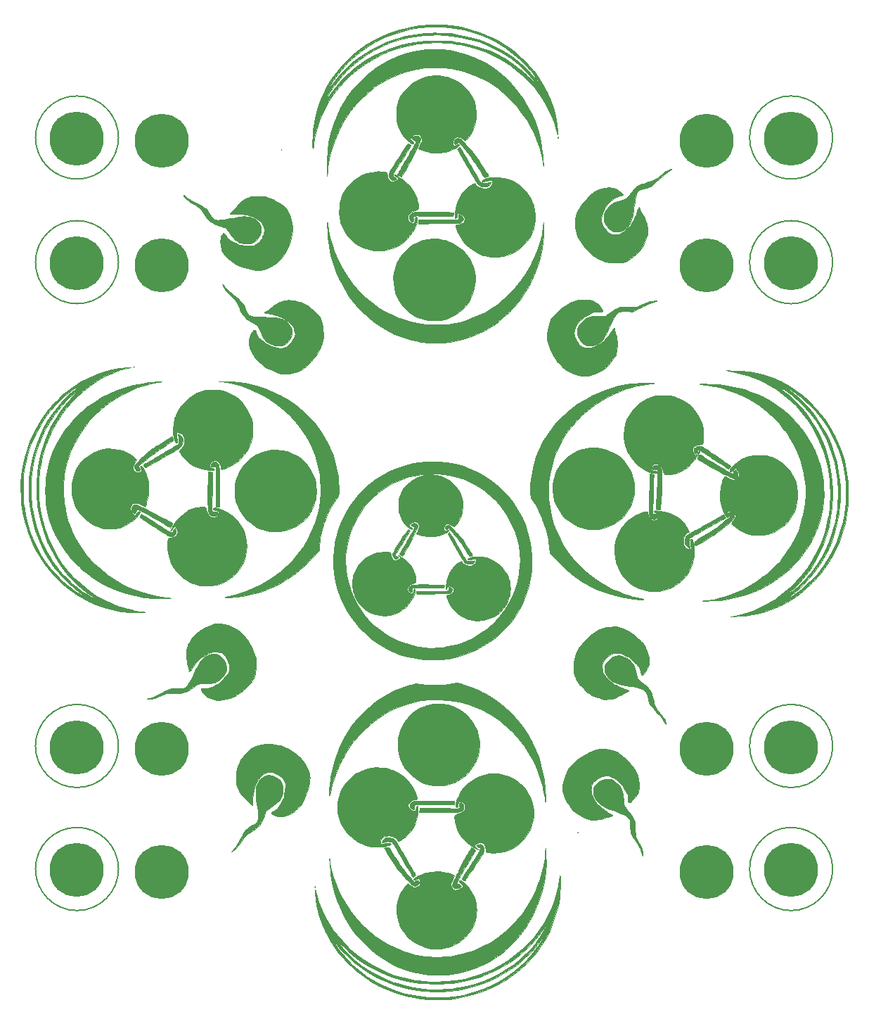
<source format=gbr>
G04 #@! TF.GenerationSoftware,KiCad,Pcbnew,6.0.6+dfsg-1~bpo11+1*
G04 #@! TF.CreationDate,2023-05-18T15:28:18+02:00*
G04 #@! TF.ProjectId,panelcopyforliningupwithjacks,70616e65-6c63-46f7-9079-666f726c696e,rev?*
G04 #@! TF.SameCoordinates,Original*
G04 #@! TF.FileFunction,Copper,L1,Top*
G04 #@! TF.FilePolarity,Positive*
%FSLAX46Y46*%
G04 Gerber Fmt 4.6, Leading zero omitted, Abs format (unit mm)*
G04 Created by KiCad (PCBNEW 6.0.6+dfsg-1~bpo11+1) date 2023-05-18 15:28:18*
%MOMM*%
%LPD*%
G01*
G04 APERTURE LIST*
G04 #@! TA.AperFunction,EtchedComponent*
%ADD10C,0.200000*%
G04 #@! TD*
G04 #@! TA.AperFunction,EtchedComponent*
%ADD11C,0.010000*%
G04 #@! TD*
G04 #@! TA.AperFunction,SMDPad,CuDef*
%ADD12R,1.500000X1.500000*%
G04 #@! TD*
G04 #@! TA.AperFunction,SMDPad,CuDef*
%ADD13R,0.600000X0.600000*%
G04 #@! TD*
G04 #@! TA.AperFunction,SMDPad,CuDef*
%ADD14R,0.500000X1.000000*%
G04 #@! TD*
G04 #@! TA.AperFunction,SMDPad,CuDef*
%ADD15R,0.800000X0.800000*%
G04 #@! TD*
G04 #@! TA.AperFunction,SMDPad,CuDef*
%ADD16R,1.000000X1.500000*%
G04 #@! TD*
G04 #@! TA.AperFunction,SMDPad,CuDef*
%ADD17R,1.000000X1.000000*%
G04 #@! TD*
G04 #@! TA.AperFunction,ComponentPad*
%ADD18C,6.500000*%
G04 #@! TD*
G04 #@! TA.AperFunction,ViaPad*
%ADD19C,0.800000*%
G04 #@! TD*
G04 #@! TA.AperFunction,Conductor*
%ADD20C,0.500000*%
G04 #@! TD*
G04 #@! TA.AperFunction,Conductor*
%ADD21C,0.400000*%
G04 #@! TD*
G04 #@! TA.AperFunction,Conductor*
%ADD22C,0.600000*%
G04 #@! TD*
G04 #@! TA.AperFunction,Conductor*
%ADD23C,0.300000*%
G04 #@! TD*
G04 APERTURE END LIST*
D10*
X150480000Y-55300000D02*
G75*
G03*
X150480000Y-55300000I-5000000J0D01*
G01*
X150480000Y-70300000D02*
G75*
G03*
X150480000Y-70300000I-5000000J0D01*
G01*
X64480000Y-143300000D02*
G75*
G03*
X64480000Y-143300000I-5000000J0D01*
G01*
X64480000Y-128500000D02*
G75*
G03*
X64480000Y-128500000I-5000000J0D01*
G01*
X64480000Y-55300000D02*
G75*
G03*
X64480000Y-55300000I-5000000J0D01*
G01*
X64480000Y-70300000D02*
G75*
G03*
X64480000Y-70300000I-5000000J0D01*
G01*
X150480000Y-143300000D02*
G75*
G03*
X150480000Y-143300000I-5000000J0D01*
G01*
X150480000Y-128500000D02*
G75*
G03*
X150480000Y-128500000I-5000000J0D01*
G01*
G36*
X105583408Y-64604102D02*
G01*
X105695814Y-64658416D01*
X105851062Y-64771875D01*
X105946799Y-64915106D01*
X105972315Y-65070064D01*
X105965507Y-65112718D01*
X105897280Y-65272857D01*
X105782335Y-65426126D01*
X105646765Y-65540557D01*
X105594170Y-65567661D01*
X105542677Y-65580071D01*
X105449194Y-65591038D01*
X105308572Y-65600710D01*
X105115662Y-65609232D01*
X104865317Y-65616753D01*
X104552389Y-65623417D01*
X104171729Y-65629373D01*
X103718189Y-65634768D01*
X103186622Y-65639747D01*
X103017417Y-65641132D01*
X100572667Y-65660592D01*
X100572667Y-65204711D01*
X102911584Y-65210404D01*
X103350567Y-65210946D01*
X103765353Y-65210443D01*
X104147992Y-65208972D01*
X104490533Y-65206614D01*
X104785027Y-65203446D01*
X105023523Y-65199547D01*
X105198072Y-65194995D01*
X105300724Y-65189871D01*
X105324584Y-65186519D01*
X105365101Y-65154910D01*
X105387935Y-65087950D01*
X105397484Y-64966564D01*
X105398667Y-64865138D01*
X105403692Y-64695850D01*
X105427463Y-64601963D01*
X105483021Y-64574405D01*
X105583408Y-64604102D01*
G37*
D11*
X105583408Y-64604102D02*
X105695814Y-64658416D01*
X105851062Y-64771875D01*
X105946799Y-64915106D01*
X105972315Y-65070064D01*
X105965507Y-65112718D01*
X105897280Y-65272857D01*
X105782335Y-65426126D01*
X105646765Y-65540557D01*
X105594170Y-65567661D01*
X105542677Y-65580071D01*
X105449194Y-65591038D01*
X105308572Y-65600710D01*
X105115662Y-65609232D01*
X104865317Y-65616753D01*
X104552389Y-65623417D01*
X104171729Y-65629373D01*
X103718189Y-65634768D01*
X103186622Y-65639747D01*
X103017417Y-65641132D01*
X100572667Y-65660592D01*
X100572667Y-65204711D01*
X102911584Y-65210404D01*
X103350567Y-65210946D01*
X103765353Y-65210443D01*
X104147992Y-65208972D01*
X104490533Y-65206614D01*
X104785027Y-65203446D01*
X105023523Y-65199547D01*
X105198072Y-65194995D01*
X105300724Y-65189871D01*
X105324584Y-65186519D01*
X105365101Y-65154910D01*
X105387935Y-65087950D01*
X105397484Y-64966564D01*
X105398667Y-64865138D01*
X105403692Y-64695850D01*
X105427463Y-64601963D01*
X105483021Y-64574405D01*
X105583408Y-64604102D01*
G36*
X131030619Y-59145749D02*
G01*
X130958768Y-59205955D01*
X130810639Y-59295074D01*
X130756334Y-59324234D01*
X130635816Y-59390829D01*
X130522302Y-59462289D01*
X130405289Y-59547370D01*
X130274276Y-59654824D01*
X130118763Y-59793406D01*
X129928247Y-59971871D01*
X129692228Y-60198972D01*
X129602794Y-60285859D01*
X129319674Y-60557257D01*
X129073512Y-60784821D01*
X128869474Y-60964015D01*
X128712725Y-61090304D01*
X128608431Y-61159151D01*
X128607960Y-61159388D01*
X128467169Y-61216944D01*
X128279766Y-61276145D01*
X128082780Y-61325491D01*
X128053535Y-61331566D01*
X127693842Y-61418055D01*
X127401209Y-61518695D01*
X127182733Y-61630840D01*
X127113150Y-61682114D01*
X127023553Y-61770752D01*
X126944685Y-61881061D01*
X126874125Y-62021392D01*
X126809448Y-62200093D01*
X126748231Y-62425515D01*
X126688050Y-62706007D01*
X126626481Y-63049920D01*
X126561102Y-63465603D01*
X126525860Y-63705500D01*
X126453122Y-64181049D01*
X126381504Y-64582202D01*
X126307483Y-64919103D01*
X126227541Y-65201897D01*
X126138154Y-65440729D01*
X126035804Y-65645740D01*
X125916968Y-65827077D01*
X125778125Y-65994882D01*
X125704205Y-66072724D01*
X125399773Y-66334606D01*
X125082575Y-66514119D01*
X124748934Y-66613069D01*
X124563807Y-66633486D01*
X124296942Y-66629455D01*
X124085399Y-66585750D01*
X124067895Y-66579622D01*
X123757061Y-66424093D01*
X123474987Y-66201149D01*
X123234911Y-65926556D01*
X123050070Y-65616080D01*
X122933704Y-65285487D01*
X122918441Y-65210678D01*
X122902768Y-64881255D01*
X122966978Y-64533991D01*
X123109435Y-64173916D01*
X123328503Y-63806058D01*
X123413560Y-63688786D01*
X123543635Y-63531680D01*
X123683208Y-63397883D01*
X123844169Y-63281069D01*
X124038408Y-63174908D01*
X124277815Y-63073071D01*
X124574279Y-62969230D01*
X124939691Y-62857055D01*
X125020167Y-62833620D01*
X125218540Y-62774167D01*
X125396743Y-62716995D01*
X125532987Y-62669314D01*
X125598060Y-62642383D01*
X125663709Y-62588782D01*
X125766388Y-62480737D01*
X125893558Y-62332444D01*
X126032681Y-62158098D01*
X126076410Y-62100803D01*
X126393724Y-61706559D01*
X126693286Y-61387587D01*
X126972956Y-61145991D01*
X127190510Y-61004620D01*
X127311029Y-60951445D01*
X127492594Y-60886086D01*
X127713800Y-60815604D01*
X127953244Y-60747061D01*
X128042906Y-60723417D01*
X128367753Y-60636519D01*
X128627502Y-60556916D01*
X128840216Y-60475999D01*
X129023957Y-60385160D01*
X129196787Y-60275790D01*
X129376769Y-60139281D01*
X129521906Y-60018521D01*
X129768945Y-59809327D01*
X129964692Y-59647510D01*
X130121328Y-59524420D01*
X130251036Y-59431402D01*
X130365996Y-59359804D01*
X130478392Y-59300973D01*
X130600404Y-59246257D01*
X130621891Y-59237197D01*
X130821828Y-59160180D01*
X130958817Y-59120704D01*
X131029524Y-59116613D01*
X131030619Y-59145749D01*
G37*
X131030619Y-59145749D02*
X130958768Y-59205955D01*
X130810639Y-59295074D01*
X130756334Y-59324234D01*
X130635816Y-59390829D01*
X130522302Y-59462289D01*
X130405289Y-59547370D01*
X130274276Y-59654824D01*
X130118763Y-59793406D01*
X129928247Y-59971871D01*
X129692228Y-60198972D01*
X129602794Y-60285859D01*
X129319674Y-60557257D01*
X129073512Y-60784821D01*
X128869474Y-60964015D01*
X128712725Y-61090304D01*
X128608431Y-61159151D01*
X128607960Y-61159388D01*
X128467169Y-61216944D01*
X128279766Y-61276145D01*
X128082780Y-61325491D01*
X128053535Y-61331566D01*
X127693842Y-61418055D01*
X127401209Y-61518695D01*
X127182733Y-61630840D01*
X127113150Y-61682114D01*
X127023553Y-61770752D01*
X126944685Y-61881061D01*
X126874125Y-62021392D01*
X126809448Y-62200093D01*
X126748231Y-62425515D01*
X126688050Y-62706007D01*
X126626481Y-63049920D01*
X126561102Y-63465603D01*
X126525860Y-63705500D01*
X126453122Y-64181049D01*
X126381504Y-64582202D01*
X126307483Y-64919103D01*
X126227541Y-65201897D01*
X126138154Y-65440729D01*
X126035804Y-65645740D01*
X125916968Y-65827077D01*
X125778125Y-65994882D01*
X125704205Y-66072724D01*
X125399773Y-66334606D01*
X125082575Y-66514119D01*
X124748934Y-66613069D01*
X124563807Y-66633486D01*
X124296942Y-66629455D01*
X124085399Y-66585750D01*
X124067895Y-66579622D01*
X123757061Y-66424093D01*
X123474987Y-66201149D01*
X123234911Y-65926556D01*
X123050070Y-65616080D01*
X122933704Y-65285487D01*
X122918441Y-65210678D01*
X122902768Y-64881255D01*
X122966978Y-64533991D01*
X123109435Y-64173916D01*
X123328503Y-63806058D01*
X123413560Y-63688786D01*
X123543635Y-63531680D01*
X123683208Y-63397883D01*
X123844169Y-63281069D01*
X124038408Y-63174908D01*
X124277815Y-63073071D01*
X124574279Y-62969230D01*
X124939691Y-62857055D01*
X125020167Y-62833620D01*
X125218540Y-62774167D01*
X125396743Y-62716995D01*
X125532987Y-62669314D01*
X125598060Y-62642383D01*
X125663709Y-62588782D01*
X125766388Y-62480737D01*
X125893558Y-62332444D01*
X126032681Y-62158098D01*
X126076410Y-62100803D01*
X126393724Y-61706559D01*
X126693286Y-61387587D01*
X126972956Y-61145991D01*
X127190510Y-61004620D01*
X127311029Y-60951445D01*
X127492594Y-60886086D01*
X127713800Y-60815604D01*
X127953244Y-60747061D01*
X128042906Y-60723417D01*
X128367753Y-60636519D01*
X128627502Y-60556916D01*
X128840216Y-60475999D01*
X129023957Y-60385160D01*
X129196787Y-60275790D01*
X129376769Y-60139281D01*
X129521906Y-60018521D01*
X129768945Y-59809327D01*
X129964692Y-59647510D01*
X130121328Y-59524420D01*
X130251036Y-59431402D01*
X130365996Y-59359804D01*
X130478392Y-59300973D01*
X130600404Y-59246257D01*
X130621891Y-59237197D01*
X130821828Y-59160180D01*
X130958817Y-59120704D01*
X131029524Y-59116613D01*
X131030619Y-59145749D01*
G36*
X109784749Y-60091891D02*
G01*
X109991503Y-60097435D01*
X110357700Y-60115156D01*
X110665632Y-60145896D01*
X110941365Y-60195133D01*
X111210964Y-60268345D01*
X111500496Y-60371010D01*
X111725525Y-60461888D01*
X112258385Y-60727851D01*
X112757192Y-61062497D01*
X113213723Y-61456813D01*
X113619757Y-61901787D01*
X113967072Y-62388407D01*
X114247447Y-62907660D01*
X114452659Y-63450535D01*
X114452978Y-63451603D01*
X114594306Y-64042971D01*
X114658697Y-64622900D01*
X114647292Y-65210458D01*
X114586621Y-65685689D01*
X114441095Y-66293141D01*
X114220509Y-66867246D01*
X113929619Y-67402890D01*
X113573187Y-67894958D01*
X113155970Y-68338338D01*
X112682727Y-68727915D01*
X112158217Y-69058577D01*
X111587199Y-69325209D01*
X111029000Y-69508467D01*
X110835692Y-69556994D01*
X110664980Y-69591059D01*
X110492425Y-69613518D01*
X110293586Y-69627226D01*
X110044023Y-69635041D01*
X109928334Y-69637097D01*
X109676997Y-69638176D01*
X109433231Y-69634230D01*
X109219871Y-69625968D01*
X109059754Y-69614098D01*
X109018167Y-69608871D01*
X108853472Y-69577138D01*
X108648058Y-69527968D01*
X108441440Y-69470961D01*
X108404334Y-69459737D01*
X107805168Y-69232575D01*
X107248348Y-68935383D01*
X106739095Y-68573359D01*
X106282629Y-68151700D01*
X105884172Y-67675607D01*
X105548944Y-67150275D01*
X105282166Y-66580903D01*
X105159910Y-66229446D01*
X105106322Y-66039625D01*
X105085908Y-65915312D01*
X105101104Y-65843127D01*
X105154349Y-65809687D01*
X105237833Y-65801648D01*
X105439100Y-65776921D01*
X105647409Y-65714446D01*
X105825973Y-65626774D01*
X105891000Y-65578826D01*
X106057519Y-65391119D01*
X106147591Y-65195123D01*
X106161891Y-65001633D01*
X106101091Y-64821449D01*
X105965862Y-64665366D01*
X105828582Y-64576893D01*
X105605838Y-64477100D01*
X105442032Y-64435384D01*
X105334429Y-64451817D01*
X105280290Y-64526473D01*
X105272315Y-64591718D01*
X105252787Y-64689884D01*
X105204797Y-64810084D01*
X105142373Y-64925871D01*
X105079544Y-65010796D01*
X105035057Y-65039000D01*
X105003228Y-64999780D01*
X104983112Y-64892931D01*
X104974653Y-64734666D01*
X104977792Y-64541201D01*
X104992470Y-64328749D01*
X105018630Y-64113525D01*
X105038794Y-63995104D01*
X105185509Y-63388778D01*
X105382836Y-62831828D01*
X105627616Y-62330178D01*
X105916689Y-61889750D01*
X106246894Y-61516469D01*
X106461091Y-61329051D01*
X106615121Y-61214094D01*
X106785376Y-61097609D01*
X106957457Y-60988108D01*
X107116966Y-60894104D01*
X107249503Y-60824110D01*
X107340668Y-60786638D01*
X107375673Y-60788347D01*
X107487494Y-60991613D01*
X107670513Y-61165969D01*
X107913738Y-61302833D01*
X108127478Y-61375306D01*
X108456834Y-61430983D01*
X108754026Y-61422990D01*
X109011818Y-61355379D01*
X109222972Y-61232197D01*
X109380254Y-61057494D01*
X109476428Y-60835320D01*
X109504764Y-60604584D01*
X109505000Y-60467000D01*
X109251860Y-60467000D01*
X109081642Y-60476083D01*
X108872590Y-60499973D01*
X108668180Y-60533633D01*
X108656236Y-60536009D01*
X108460005Y-60570334D01*
X108334935Y-60579021D01*
X108271681Y-60562650D01*
X108268755Y-60560021D01*
X108238112Y-60484913D01*
X108285888Y-60405514D01*
X108406188Y-60325262D01*
X108593116Y-60247595D01*
X108840779Y-60175950D01*
X108981652Y-60144264D01*
X109146734Y-60115608D01*
X109322126Y-60097953D01*
X109528054Y-60090360D01*
X109784749Y-60091891D01*
G37*
X109784749Y-60091891D02*
X109991503Y-60097435D01*
X110357700Y-60115156D01*
X110665632Y-60145896D01*
X110941365Y-60195133D01*
X111210964Y-60268345D01*
X111500496Y-60371010D01*
X111725525Y-60461888D01*
X112258385Y-60727851D01*
X112757192Y-61062497D01*
X113213723Y-61456813D01*
X113619757Y-61901787D01*
X113967072Y-62388407D01*
X114247447Y-62907660D01*
X114452659Y-63450535D01*
X114452978Y-63451603D01*
X114594306Y-64042971D01*
X114658697Y-64622900D01*
X114647292Y-65210458D01*
X114586621Y-65685689D01*
X114441095Y-66293141D01*
X114220509Y-66867246D01*
X113929619Y-67402890D01*
X113573187Y-67894958D01*
X113155970Y-68338338D01*
X112682727Y-68727915D01*
X112158217Y-69058577D01*
X111587199Y-69325209D01*
X111029000Y-69508467D01*
X110835692Y-69556994D01*
X110664980Y-69591059D01*
X110492425Y-69613518D01*
X110293586Y-69627226D01*
X110044023Y-69635041D01*
X109928334Y-69637097D01*
X109676997Y-69638176D01*
X109433231Y-69634230D01*
X109219871Y-69625968D01*
X109059754Y-69614098D01*
X109018167Y-69608871D01*
X108853472Y-69577138D01*
X108648058Y-69527968D01*
X108441440Y-69470961D01*
X108404334Y-69459737D01*
X107805168Y-69232575D01*
X107248348Y-68935383D01*
X106739095Y-68573359D01*
X106282629Y-68151700D01*
X105884172Y-67675607D01*
X105548944Y-67150275D01*
X105282166Y-66580903D01*
X105159910Y-66229446D01*
X105106322Y-66039625D01*
X105085908Y-65915312D01*
X105101104Y-65843127D01*
X105154349Y-65809687D01*
X105237833Y-65801648D01*
X105439100Y-65776921D01*
X105647409Y-65714446D01*
X105825973Y-65626774D01*
X105891000Y-65578826D01*
X106057519Y-65391119D01*
X106147591Y-65195123D01*
X106161891Y-65001633D01*
X106101091Y-64821449D01*
X105965862Y-64665366D01*
X105828582Y-64576893D01*
X105605838Y-64477100D01*
X105442032Y-64435384D01*
X105334429Y-64451817D01*
X105280290Y-64526473D01*
X105272315Y-64591718D01*
X105252787Y-64689884D01*
X105204797Y-64810084D01*
X105142373Y-64925871D01*
X105079544Y-65010796D01*
X105035057Y-65039000D01*
X105003228Y-64999780D01*
X104983112Y-64892931D01*
X104974653Y-64734666D01*
X104977792Y-64541201D01*
X104992470Y-64328749D01*
X105018630Y-64113525D01*
X105038794Y-63995104D01*
X105185509Y-63388778D01*
X105382836Y-62831828D01*
X105627616Y-62330178D01*
X105916689Y-61889750D01*
X106246894Y-61516469D01*
X106461091Y-61329051D01*
X106615121Y-61214094D01*
X106785376Y-61097609D01*
X106957457Y-60988108D01*
X107116966Y-60894104D01*
X107249503Y-60824110D01*
X107340668Y-60786638D01*
X107375673Y-60788347D01*
X107487494Y-60991613D01*
X107670513Y-61165969D01*
X107913738Y-61302833D01*
X108127478Y-61375306D01*
X108456834Y-61430983D01*
X108754026Y-61422990D01*
X109011818Y-61355379D01*
X109222972Y-61232197D01*
X109380254Y-61057494D01*
X109476428Y-60835320D01*
X109504764Y-60604584D01*
X109505000Y-60467000D01*
X109251860Y-60467000D01*
X109081642Y-60476083D01*
X108872590Y-60499973D01*
X108668180Y-60533633D01*
X108656236Y-60536009D01*
X108460005Y-60570334D01*
X108334935Y-60579021D01*
X108271681Y-60562650D01*
X108268755Y-60560021D01*
X108238112Y-60484913D01*
X108285888Y-60405514D01*
X108406188Y-60325262D01*
X108593116Y-60247595D01*
X108840779Y-60175950D01*
X108981652Y-60144264D01*
X109146734Y-60115608D01*
X109322126Y-60097953D01*
X109528054Y-60090360D01*
X109784749Y-60091891D01*
G36*
X66356750Y-82874485D02*
G01*
X66369925Y-82886756D01*
X66311389Y-82893436D01*
X66282667Y-82893845D01*
X66205649Y-82889432D01*
X66196572Y-82878443D01*
X66208584Y-82874485D01*
X66315950Y-82867902D01*
X66356750Y-82874485D01*
G37*
X66356750Y-82874485D02*
X66369925Y-82886756D01*
X66311389Y-82893436D01*
X66282667Y-82893845D01*
X66205649Y-82889432D01*
X66196572Y-82878443D01*
X66208584Y-82874485D01*
X66315950Y-82867902D01*
X66356750Y-82874485D01*
G36*
X129253897Y-74952152D02*
G01*
X129304011Y-74968777D01*
X129302964Y-74975796D01*
X129248829Y-75005465D01*
X129139696Y-75034126D01*
X129062359Y-75046923D01*
X128860833Y-75082391D01*
X128656481Y-75138282D01*
X128434668Y-75220402D01*
X128180758Y-75334558D01*
X127880116Y-75486556D01*
X127667519Y-75600341D01*
X127424087Y-75730650D01*
X127181392Y-75857044D01*
X126959136Y-75969510D01*
X126777018Y-76058035D01*
X126681966Y-76101260D01*
X126374834Y-76233481D01*
X125642141Y-76221646D01*
X125372224Y-76218051D01*
X125171846Y-76218131D01*
X125025913Y-76223179D01*
X124919332Y-76234487D01*
X124837008Y-76253348D01*
X124763849Y-76281054D01*
X124722310Y-76300404D01*
X124612214Y-76363557D01*
X124507725Y-76447320D01*
X124403780Y-76559559D01*
X124295315Y-76708144D01*
X124177266Y-76900941D01*
X124044571Y-77145819D01*
X123892165Y-77450645D01*
X123714984Y-77823288D01*
X123643996Y-77975910D01*
X123462268Y-78363147D01*
X123306230Y-78682974D01*
X123169732Y-78946436D01*
X123046628Y-79164574D01*
X122930767Y-79348433D01*
X122816003Y-79509054D01*
X122730451Y-79616691D01*
X122478145Y-79866124D01*
X122179392Y-80070363D01*
X121851349Y-80222674D01*
X121511174Y-80316324D01*
X121176021Y-80344577D01*
X120940577Y-80319269D01*
X120634683Y-80220737D01*
X120369063Y-80055358D01*
X120138704Y-79818758D01*
X119938591Y-79506566D01*
X119883873Y-79397865D01*
X119809869Y-79236623D01*
X119764007Y-79110252D01*
X119739612Y-78987506D01*
X119730013Y-78837136D01*
X119728500Y-78670334D01*
X119741409Y-78395416D01*
X119786290Y-78164060D01*
X119872379Y-77956167D01*
X120008910Y-77751643D01*
X120205116Y-77530390D01*
X120292901Y-77442021D01*
X120542532Y-77213625D01*
X120772741Y-77047419D01*
X121006705Y-76932424D01*
X121267605Y-76857662D01*
X121578618Y-76812154D01*
X121633770Y-76806926D01*
X121873306Y-76791392D01*
X122128980Y-76784306D01*
X122361027Y-76786416D01*
X122459000Y-76791385D01*
X122699302Y-76800736D01*
X122895865Y-76784547D01*
X123072850Y-76735175D01*
X123254419Y-76644974D01*
X123464736Y-76506302D01*
X123546101Y-76447476D01*
X123929326Y-76177609D01*
X124262378Y-75967489D01*
X124551258Y-75813514D01*
X124727738Y-75738210D01*
X124814352Y-75707726D01*
X124899566Y-75684566D01*
X124996493Y-75667699D01*
X125118248Y-75656092D01*
X125277943Y-75648714D01*
X125488694Y-75644533D01*
X125763615Y-75642519D01*
X125951500Y-75641951D01*
X126925167Y-75639769D01*
X127242667Y-75509583D01*
X127417315Y-75436848D01*
X127637190Y-75343661D01*
X127870055Y-75243746D01*
X128025141Y-75176448D01*
X128233867Y-75087561D01*
X128393261Y-75027983D01*
X128530540Y-74990848D01*
X128672922Y-74969290D01*
X128847625Y-74956442D01*
X128909738Y-74953292D01*
X129121940Y-74946960D01*
X129253897Y-74952152D01*
G37*
X129253897Y-74952152D02*
X129304011Y-74968777D01*
X129302964Y-74975796D01*
X129248829Y-75005465D01*
X129139696Y-75034126D01*
X129062359Y-75046923D01*
X128860833Y-75082391D01*
X128656481Y-75138282D01*
X128434668Y-75220402D01*
X128180758Y-75334558D01*
X127880116Y-75486556D01*
X127667519Y-75600341D01*
X127424087Y-75730650D01*
X127181392Y-75857044D01*
X126959136Y-75969510D01*
X126777018Y-76058035D01*
X126681966Y-76101260D01*
X126374834Y-76233481D01*
X125642141Y-76221646D01*
X125372224Y-76218051D01*
X125171846Y-76218131D01*
X125025913Y-76223179D01*
X124919332Y-76234487D01*
X124837008Y-76253348D01*
X124763849Y-76281054D01*
X124722310Y-76300404D01*
X124612214Y-76363557D01*
X124507725Y-76447320D01*
X124403780Y-76559559D01*
X124295315Y-76708144D01*
X124177266Y-76900941D01*
X124044571Y-77145819D01*
X123892165Y-77450645D01*
X123714984Y-77823288D01*
X123643996Y-77975910D01*
X123462268Y-78363147D01*
X123306230Y-78682974D01*
X123169732Y-78946436D01*
X123046628Y-79164574D01*
X122930767Y-79348433D01*
X122816003Y-79509054D01*
X122730451Y-79616691D01*
X122478145Y-79866124D01*
X122179392Y-80070363D01*
X121851349Y-80222674D01*
X121511174Y-80316324D01*
X121176021Y-80344577D01*
X120940577Y-80319269D01*
X120634683Y-80220737D01*
X120369063Y-80055358D01*
X120138704Y-79818758D01*
X119938591Y-79506566D01*
X119883873Y-79397865D01*
X119809869Y-79236623D01*
X119764007Y-79110252D01*
X119739612Y-78987506D01*
X119730013Y-78837136D01*
X119728500Y-78670334D01*
X119741409Y-78395416D01*
X119786290Y-78164060D01*
X119872379Y-77956167D01*
X120008910Y-77751643D01*
X120205116Y-77530390D01*
X120292901Y-77442021D01*
X120542532Y-77213625D01*
X120772741Y-77047419D01*
X121006705Y-76932424D01*
X121267605Y-76857662D01*
X121578618Y-76812154D01*
X121633770Y-76806926D01*
X121873306Y-76791392D01*
X122128980Y-76784306D01*
X122361027Y-76786416D01*
X122459000Y-76791385D01*
X122699302Y-76800736D01*
X122895865Y-76784547D01*
X123072850Y-76735175D01*
X123254419Y-76644974D01*
X123464736Y-76506302D01*
X123546101Y-76447476D01*
X123929326Y-76177609D01*
X124262378Y-75967489D01*
X124551258Y-75813514D01*
X124727738Y-75738210D01*
X124814352Y-75707726D01*
X124899566Y-75684566D01*
X124996493Y-75667699D01*
X125118248Y-75656092D01*
X125277943Y-75648714D01*
X125488694Y-75644533D01*
X125763615Y-75642519D01*
X125951500Y-75641951D01*
X126925167Y-75639769D01*
X127242667Y-75509583D01*
X127417315Y-75436848D01*
X127637190Y-75343661D01*
X127870055Y-75243746D01*
X128025141Y-75176448D01*
X128233867Y-75087561D01*
X128393261Y-75027983D01*
X128530540Y-74990848D01*
X128672922Y-74969290D01*
X128847625Y-74956442D01*
X128909738Y-74953292D01*
X129121940Y-74946960D01*
X129253897Y-74952152D01*
G36*
X76093052Y-94317160D02*
G01*
X76253190Y-94385387D01*
X76406459Y-94500332D01*
X76520891Y-94635902D01*
X76547994Y-94688497D01*
X76560404Y-94739990D01*
X76571372Y-94833473D01*
X76581043Y-94974095D01*
X76589566Y-95167005D01*
X76597086Y-95417350D01*
X76603751Y-95730278D01*
X76609707Y-96110938D01*
X76615101Y-96564478D01*
X76620080Y-97096045D01*
X76621465Y-97265250D01*
X76640925Y-99710000D01*
X76185044Y-99710000D01*
X76190737Y-97371084D01*
X76191279Y-96932100D01*
X76190776Y-96517314D01*
X76189306Y-96134675D01*
X76186947Y-95792134D01*
X76183779Y-95497640D01*
X76179880Y-95259144D01*
X76175329Y-95084595D01*
X76170204Y-94981943D01*
X76166852Y-94958084D01*
X76135243Y-94917566D01*
X76068283Y-94894732D01*
X75946898Y-94885183D01*
X75845471Y-94884000D01*
X75676183Y-94878975D01*
X75582296Y-94855204D01*
X75554738Y-94799646D01*
X75584436Y-94699259D01*
X75638749Y-94586853D01*
X75752209Y-94431605D01*
X75895439Y-94335868D01*
X76050397Y-94310352D01*
X76093052Y-94317160D01*
G37*
X76093052Y-94317160D02*
X76253190Y-94385387D01*
X76406459Y-94500332D01*
X76520891Y-94635902D01*
X76547994Y-94688497D01*
X76560404Y-94739990D01*
X76571372Y-94833473D01*
X76581043Y-94974095D01*
X76589566Y-95167005D01*
X76597086Y-95417350D01*
X76603751Y-95730278D01*
X76609707Y-96110938D01*
X76615101Y-96564478D01*
X76620080Y-97096045D01*
X76621465Y-97265250D01*
X76640925Y-99710000D01*
X76185044Y-99710000D01*
X76190737Y-97371084D01*
X76191279Y-96932100D01*
X76190776Y-96517314D01*
X76189306Y-96134675D01*
X76186947Y-95792134D01*
X76183779Y-95497640D01*
X76179880Y-95259144D01*
X76175329Y-95084595D01*
X76170204Y-94981943D01*
X76166852Y-94958084D01*
X76135243Y-94917566D01*
X76068283Y-94894732D01*
X75946898Y-94885183D01*
X75845471Y-94884000D01*
X75676183Y-94878975D01*
X75582296Y-94855204D01*
X75554738Y-94799646D01*
X75584436Y-94699259D01*
X75638749Y-94586853D01*
X75752209Y-94431605D01*
X75895439Y-94335868D01*
X76050397Y-94310352D01*
X76093052Y-94317160D01*
G36*
X119792000Y-138889500D02*
G01*
X119770834Y-138910667D01*
X119749667Y-138889500D01*
X119770834Y-138868334D01*
X119792000Y-138889500D01*
G37*
X119792000Y-138889500D02*
X119770834Y-138910667D01*
X119749667Y-138889500D01*
X119770834Y-138868334D01*
X119792000Y-138889500D01*
G36*
X110266910Y-131838554D02*
G01*
X110861807Y-131948766D01*
X111449145Y-132138371D01*
X111697183Y-132244682D01*
X112232649Y-132537774D01*
X112726734Y-132899719D01*
X113172472Y-133322182D01*
X113562897Y-133796828D01*
X113891044Y-134315322D01*
X114149946Y-134869329D01*
X114313993Y-135375834D01*
X114393627Y-135777394D01*
X114441149Y-136224904D01*
X114455176Y-136685418D01*
X114434322Y-137125992D01*
X114399048Y-137400112D01*
X114255074Y-137999369D01*
X114035739Y-138568723D01*
X113746868Y-139102099D01*
X113394286Y-139593421D01*
X112983820Y-140036614D01*
X112521295Y-140425601D01*
X112012538Y-140754307D01*
X111463374Y-141016656D01*
X110879628Y-141206572D01*
X110711500Y-141245787D01*
X110420278Y-141294206D01*
X110085028Y-141327887D01*
X109735711Y-141345474D01*
X109402288Y-141345610D01*
X109114718Y-141326939D01*
X109062537Y-141320444D01*
X108911761Y-141293587D01*
X108795574Y-141261653D01*
X108738353Y-141231399D01*
X108737702Y-141230427D01*
X108716860Y-141164059D01*
X108694037Y-141042491D01*
X108678073Y-140924258D01*
X108618195Y-140617383D01*
X108516865Y-140382247D01*
X108375159Y-140219874D01*
X108194148Y-140131286D01*
X107974907Y-140117505D01*
X107853134Y-140138541D01*
X107704763Y-140189007D01*
X107554819Y-140263920D01*
X107424151Y-140349763D01*
X107333611Y-140433021D01*
X107303667Y-140494716D01*
X107336095Y-140545802D01*
X107422121Y-140628095D01*
X107544861Y-140725893D01*
X107578834Y-140750590D01*
X107707216Y-140844746D01*
X107803625Y-140920297D01*
X107851527Y-140964132D01*
X107854000Y-140968825D01*
X107820313Y-140979355D01*
X107724967Y-140946407D01*
X107576532Y-140873792D01*
X107383580Y-140765318D01*
X107346000Y-140743008D01*
X106806291Y-140385195D01*
X106329257Y-139996274D01*
X105919709Y-139581403D01*
X105582453Y-139145738D01*
X105322299Y-138694438D01*
X105223326Y-138466317D01*
X105129166Y-138193906D01*
X105051433Y-137911778D01*
X104992069Y-137633989D01*
X104953019Y-137374591D01*
X104936227Y-137147641D01*
X104943637Y-136967192D01*
X104977192Y-136847299D01*
X104995859Y-136821855D01*
X105067522Y-136776033D01*
X105191804Y-136719094D01*
X105323943Y-136669655D01*
X105631536Y-136548170D01*
X105878062Y-136413160D01*
X106053986Y-136270304D01*
X106110066Y-136201334D01*
X106165640Y-136105445D01*
X106193261Y-136008342D01*
X106199178Y-135878282D01*
X106194871Y-135770526D01*
X106170584Y-135566795D01*
X106114025Y-135423122D01*
X106010056Y-135316651D01*
X105843536Y-135224523D01*
X105828822Y-135217876D01*
X105651938Y-135161815D01*
X105516842Y-135173923D01*
X105419475Y-135257398D01*
X105355781Y-135415441D01*
X105324652Y-135615515D01*
X105308624Y-135754790D01*
X105286600Y-135829197D01*
X105249175Y-135858466D01*
X105206816Y-135862667D01*
X105118555Y-135834696D01*
X105070841Y-135747699D01*
X105063098Y-135597046D01*
X105094748Y-135378109D01*
X105127891Y-135230371D01*
X105177597Y-135064893D01*
X105252768Y-134858721D01*
X105340375Y-134646568D01*
X105378876Y-134561613D01*
X105680194Y-134013258D01*
X106041074Y-133519684D01*
X106454805Y-133083352D01*
X106914673Y-132706724D01*
X107413968Y-132392259D01*
X107945977Y-132142421D01*
X108503987Y-131959670D01*
X109081288Y-131846468D01*
X109671166Y-131805275D01*
X110266910Y-131838554D01*
G37*
X110266910Y-131838554D02*
X110861807Y-131948766D01*
X111449145Y-132138371D01*
X111697183Y-132244682D01*
X112232649Y-132537774D01*
X112726734Y-132899719D01*
X113172472Y-133322182D01*
X113562897Y-133796828D01*
X113891044Y-134315322D01*
X114149946Y-134869329D01*
X114313993Y-135375834D01*
X114393627Y-135777394D01*
X114441149Y-136224904D01*
X114455176Y-136685418D01*
X114434322Y-137125992D01*
X114399048Y-137400112D01*
X114255074Y-137999369D01*
X114035739Y-138568723D01*
X113746868Y-139102099D01*
X113394286Y-139593421D01*
X112983820Y-140036614D01*
X112521295Y-140425601D01*
X112012538Y-140754307D01*
X111463374Y-141016656D01*
X110879628Y-141206572D01*
X110711500Y-141245787D01*
X110420278Y-141294206D01*
X110085028Y-141327887D01*
X109735711Y-141345474D01*
X109402288Y-141345610D01*
X109114718Y-141326939D01*
X109062537Y-141320444D01*
X108911761Y-141293587D01*
X108795574Y-141261653D01*
X108738353Y-141231399D01*
X108737702Y-141230427D01*
X108716860Y-141164059D01*
X108694037Y-141042491D01*
X108678073Y-140924258D01*
X108618195Y-140617383D01*
X108516865Y-140382247D01*
X108375159Y-140219874D01*
X108194148Y-140131286D01*
X107974907Y-140117505D01*
X107853134Y-140138541D01*
X107704763Y-140189007D01*
X107554819Y-140263920D01*
X107424151Y-140349763D01*
X107333611Y-140433021D01*
X107303667Y-140494716D01*
X107336095Y-140545802D01*
X107422121Y-140628095D01*
X107544861Y-140725893D01*
X107578834Y-140750590D01*
X107707216Y-140844746D01*
X107803625Y-140920297D01*
X107851527Y-140964132D01*
X107854000Y-140968825D01*
X107820313Y-140979355D01*
X107724967Y-140946407D01*
X107576532Y-140873792D01*
X107383580Y-140765318D01*
X107346000Y-140743008D01*
X106806291Y-140385195D01*
X106329257Y-139996274D01*
X105919709Y-139581403D01*
X105582453Y-139145738D01*
X105322299Y-138694438D01*
X105223326Y-138466317D01*
X105129166Y-138193906D01*
X105051433Y-137911778D01*
X104992069Y-137633989D01*
X104953019Y-137374591D01*
X104936227Y-137147641D01*
X104943637Y-136967192D01*
X104977192Y-136847299D01*
X104995859Y-136821855D01*
X105067522Y-136776033D01*
X105191804Y-136719094D01*
X105323943Y-136669655D01*
X105631536Y-136548170D01*
X105878062Y-136413160D01*
X106053986Y-136270304D01*
X106110066Y-136201334D01*
X106165640Y-136105445D01*
X106193261Y-136008342D01*
X106199178Y-135878282D01*
X106194871Y-135770526D01*
X106170584Y-135566795D01*
X106114025Y-135423122D01*
X106010056Y-135316651D01*
X105843536Y-135224523D01*
X105828822Y-135217876D01*
X105651938Y-135161815D01*
X105516842Y-135173923D01*
X105419475Y-135257398D01*
X105355781Y-135415441D01*
X105324652Y-135615515D01*
X105308624Y-135754790D01*
X105286600Y-135829197D01*
X105249175Y-135858466D01*
X105206816Y-135862667D01*
X105118555Y-135834696D01*
X105070841Y-135747699D01*
X105063098Y-135597046D01*
X105094748Y-135378109D01*
X105127891Y-135230371D01*
X105177597Y-135064893D01*
X105252768Y-134858721D01*
X105340375Y-134646568D01*
X105378876Y-134561613D01*
X105680194Y-134013258D01*
X106041074Y-133519684D01*
X106454805Y-133083352D01*
X106914673Y-132706724D01*
X107413968Y-132392259D01*
X107945977Y-132142421D01*
X108503987Y-131959670D01*
X109081288Y-131846468D01*
X109671166Y-131805275D01*
X110266910Y-131838554D01*
G36*
X72358805Y-62225412D02*
G01*
X72416602Y-62277912D01*
X72531699Y-62404994D01*
X72681639Y-62534013D01*
X72874932Y-62670439D01*
X73120087Y-62819738D01*
X73425613Y-62987379D01*
X73800019Y-63178831D01*
X73881500Y-63219267D01*
X74150250Y-63354287D01*
X74402101Y-63484931D01*
X74624222Y-63604220D01*
X74803786Y-63705177D01*
X74927962Y-63780826D01*
X74972004Y-63812368D01*
X75064722Y-63908008D01*
X75179935Y-64053098D01*
X75298855Y-64223169D01*
X75353004Y-64308566D01*
X75540700Y-64593880D01*
X75727000Y-64835594D01*
X75902373Y-65022574D01*
X76057290Y-65143687D01*
X76077755Y-65155262D01*
X76233920Y-65205265D01*
X76459886Y-65225200D01*
X76757637Y-65214945D01*
X77129161Y-65174381D01*
X77576443Y-65103388D01*
X77882000Y-65046136D01*
X78291792Y-64966826D01*
X78630675Y-64904253D01*
X78910423Y-64856931D01*
X79142808Y-64823369D01*
X79339603Y-64802079D01*
X79512582Y-64791573D01*
X79673517Y-64790362D01*
X79834181Y-64796957D01*
X79846473Y-64797720D01*
X80274403Y-64861755D01*
X80656742Y-64995887D01*
X80991070Y-65198611D01*
X81274969Y-65468421D01*
X81506020Y-65803814D01*
X81527412Y-65843334D01*
X81580254Y-65959396D01*
X81611140Y-66078672D01*
X81625336Y-66230042D01*
X81628218Y-66396020D01*
X81624968Y-66584648D01*
X81609620Y-66724052D01*
X81574010Y-66849586D01*
X81509974Y-66996600D01*
X81471116Y-67076336D01*
X81289939Y-67393067D01*
X81090780Y-67638729D01*
X80861274Y-67826733D01*
X80688662Y-67925012D01*
X80536176Y-67994669D01*
X80404010Y-68037653D01*
X80259322Y-68061365D01*
X80069267Y-68073208D01*
X80024140Y-68074764D01*
X79734747Y-68071952D01*
X79484626Y-68040109D01*
X79336660Y-68005480D01*
X79098953Y-67932325D01*
X78890918Y-67845055D01*
X78701574Y-67734450D01*
X78519934Y-67591291D01*
X78335017Y-67406359D01*
X78135837Y-67170436D01*
X77911412Y-66874303D01*
X77792450Y-66709405D01*
X77660526Y-66529085D01*
X77539632Y-66372333D01*
X77440940Y-66253032D01*
X77375625Y-66185070D01*
X77363607Y-66176438D01*
X77297311Y-66148546D01*
X77166777Y-66099603D01*
X76988062Y-66035422D01*
X76777218Y-65961818D01*
X76662664Y-65922584D01*
X76292008Y-65790938D01*
X75988626Y-65666894D01*
X75737309Y-65538943D01*
X75522851Y-65395573D01*
X75330044Y-65225273D01*
X75143680Y-65016531D01*
X74948552Y-64757836D01*
X74758538Y-64481252D01*
X74613484Y-64271843D01*
X74467752Y-64074268D01*
X74334556Y-63905581D01*
X74227109Y-63782835D01*
X74187609Y-63744404D01*
X74078973Y-63660590D01*
X73916621Y-63549771D01*
X73721193Y-63425438D01*
X73513327Y-63301081D01*
X73480440Y-63282167D01*
X73272111Y-63158823D01*
X73072556Y-63033129D01*
X72902556Y-62918659D01*
X72782888Y-62828989D01*
X72770092Y-62818105D01*
X72634928Y-62690704D01*
X72508226Y-62555035D01*
X72400819Y-62425013D01*
X72323541Y-62314554D01*
X72287225Y-62237572D01*
X72295942Y-62209075D01*
X72358805Y-62225412D01*
G37*
X72358805Y-62225412D02*
X72416602Y-62277912D01*
X72531699Y-62404994D01*
X72681639Y-62534013D01*
X72874932Y-62670439D01*
X73120087Y-62819738D01*
X73425613Y-62987379D01*
X73800019Y-63178831D01*
X73881500Y-63219267D01*
X74150250Y-63354287D01*
X74402101Y-63484931D01*
X74624222Y-63604220D01*
X74803786Y-63705177D01*
X74927962Y-63780826D01*
X74972004Y-63812368D01*
X75064722Y-63908008D01*
X75179935Y-64053098D01*
X75298855Y-64223169D01*
X75353004Y-64308566D01*
X75540700Y-64593880D01*
X75727000Y-64835594D01*
X75902373Y-65022574D01*
X76057290Y-65143687D01*
X76077755Y-65155262D01*
X76233920Y-65205265D01*
X76459886Y-65225200D01*
X76757637Y-65214945D01*
X77129161Y-65174381D01*
X77576443Y-65103388D01*
X77882000Y-65046136D01*
X78291792Y-64966826D01*
X78630675Y-64904253D01*
X78910423Y-64856931D01*
X79142808Y-64823369D01*
X79339603Y-64802079D01*
X79512582Y-64791573D01*
X79673517Y-64790362D01*
X79834181Y-64796957D01*
X79846473Y-64797720D01*
X80274403Y-64861755D01*
X80656742Y-64995887D01*
X80991070Y-65198611D01*
X81274969Y-65468421D01*
X81506020Y-65803814D01*
X81527412Y-65843334D01*
X81580254Y-65959396D01*
X81611140Y-66078672D01*
X81625336Y-66230042D01*
X81628218Y-66396020D01*
X81624968Y-66584648D01*
X81609620Y-66724052D01*
X81574010Y-66849586D01*
X81509974Y-66996600D01*
X81471116Y-67076336D01*
X81289939Y-67393067D01*
X81090780Y-67638729D01*
X80861274Y-67826733D01*
X80688662Y-67925012D01*
X80536176Y-67994669D01*
X80404010Y-68037653D01*
X80259322Y-68061365D01*
X80069267Y-68073208D01*
X80024140Y-68074764D01*
X79734747Y-68071952D01*
X79484626Y-68040109D01*
X79336660Y-68005480D01*
X79098953Y-67932325D01*
X78890918Y-67845055D01*
X78701574Y-67734450D01*
X78519934Y-67591291D01*
X78335017Y-67406359D01*
X78135837Y-67170436D01*
X77911412Y-66874303D01*
X77792450Y-66709405D01*
X77660526Y-66529085D01*
X77539632Y-66372333D01*
X77440940Y-66253032D01*
X77375625Y-66185070D01*
X77363607Y-66176438D01*
X77297311Y-66148546D01*
X77166777Y-66099603D01*
X76988062Y-66035422D01*
X76777218Y-65961818D01*
X76662664Y-65922584D01*
X76292008Y-65790938D01*
X75988626Y-65666894D01*
X75737309Y-65538943D01*
X75522851Y-65395573D01*
X75330044Y-65225273D01*
X75143680Y-65016531D01*
X74948552Y-64757836D01*
X74758538Y-64481252D01*
X74613484Y-64271843D01*
X74467752Y-64074268D01*
X74334556Y-63905581D01*
X74227109Y-63782835D01*
X74187609Y-63744404D01*
X74078973Y-63660590D01*
X73916621Y-63549771D01*
X73721193Y-63425438D01*
X73513327Y-63301081D01*
X73480440Y-63282167D01*
X73272111Y-63158823D01*
X73072556Y-63033129D01*
X72902556Y-62918659D01*
X72782888Y-62828989D01*
X72770092Y-62818105D01*
X72634928Y-62690704D01*
X72508226Y-62555035D01*
X72400819Y-62425013D01*
X72323541Y-62314554D01*
X72287225Y-62237572D01*
X72295942Y-62209075D01*
X72358805Y-62225412D01*
G36*
X52783213Y-95926829D02*
G01*
X52931696Y-94862834D01*
X53163167Y-93786595D01*
X53475704Y-92725575D01*
X53866117Y-91686653D01*
X54331217Y-90676707D01*
X54867815Y-89702616D01*
X55472722Y-88771260D01*
X56142749Y-87889515D01*
X56193072Y-87828545D01*
X56410116Y-87579575D01*
X56676140Y-87294209D01*
X56974720Y-86988529D01*
X57289436Y-86678618D01*
X57603866Y-86380556D01*
X57901588Y-86110425D01*
X58166180Y-85884307D01*
X58235833Y-85828101D01*
X59069771Y-85215455D01*
X59941437Y-84669257D01*
X60844350Y-84192050D01*
X61772033Y-83786374D01*
X62718008Y-83454771D01*
X63675798Y-83199783D01*
X64638923Y-83023951D01*
X65600907Y-82929817D01*
X65626500Y-82928448D01*
X65796958Y-82920588D01*
X65902531Y-82919543D01*
X65940170Y-82927415D01*
X65906829Y-82946310D01*
X65799459Y-82978331D01*
X65615013Y-83025582D01*
X65414834Y-83074569D01*
X64511476Y-83335948D01*
X63617025Y-83677840D01*
X62737267Y-84096151D01*
X61877989Y-84586786D01*
X61044978Y-85145649D01*
X60244020Y-85768646D01*
X59480902Y-86451680D01*
X58761411Y-87190658D01*
X58091334Y-87981483D01*
X57651148Y-88568821D01*
X57043570Y-89495727D01*
X56504712Y-90468875D01*
X56037397Y-91481352D01*
X55644443Y-92526244D01*
X55328672Y-93596638D01*
X55092905Y-94685620D01*
X55048774Y-94947500D01*
X54979384Y-95411241D01*
X54927454Y-95830799D01*
X54890959Y-96232762D01*
X54867871Y-96643717D01*
X54856167Y-97090250D01*
X54853648Y-97508667D01*
X54884132Y-98552837D01*
X54975989Y-99554362D01*
X55132269Y-100531973D01*
X55356022Y-101504399D01*
X55650298Y-102490371D01*
X55678775Y-102575743D01*
X56078231Y-103635050D01*
X56549066Y-104650180D01*
X57090194Y-105619349D01*
X57700528Y-106540770D01*
X58378981Y-107412660D01*
X59124464Y-108233233D01*
X59125033Y-108233813D01*
X59915629Y-108988209D01*
X60732322Y-109663864D01*
X61580238Y-110264062D01*
X62464501Y-110792089D01*
X63390236Y-111251233D01*
X64362566Y-111644778D01*
X64547000Y-111710320D01*
X65012280Y-111860611D01*
X65506339Y-111999324D01*
X66010097Y-112122327D01*
X66504475Y-112225487D01*
X66970392Y-112304672D01*
X67388769Y-112355748D01*
X67595000Y-112370523D01*
X67620847Y-112383019D01*
X67573834Y-112410000D01*
X67507747Y-112420445D01*
X67373005Y-112428976D01*
X67185596Y-112435461D01*
X66961514Y-112439763D01*
X66716748Y-112441748D01*
X66467291Y-112441282D01*
X66229133Y-112438229D01*
X66018265Y-112432456D01*
X65859334Y-112424436D01*
X64778061Y-112309635D01*
X63727691Y-112116183D01*
X62708561Y-111844179D01*
X61721009Y-111493719D01*
X60765375Y-111064899D01*
X60336566Y-110841341D01*
X59406880Y-110286836D01*
X58524392Y-109663721D01*
X57692044Y-108975563D01*
X56912778Y-108225932D01*
X56189539Y-107418398D01*
X55525267Y-106556529D01*
X54922907Y-105643894D01*
X54385401Y-104684063D01*
X53915692Y-103680604D01*
X53516723Y-102637087D01*
X53478560Y-102523853D01*
X53172060Y-101471640D01*
X52940954Y-100388607D01*
X52785879Y-99283681D01*
X52707472Y-98165791D01*
X52706997Y-97680883D01*
X52967500Y-97680883D01*
X52972563Y-98100190D01*
X52982821Y-98504800D01*
X52998161Y-98878187D01*
X53018473Y-99203824D01*
X53043646Y-99465184D01*
X53047903Y-99498334D01*
X53241552Y-100643463D01*
X53510655Y-101753119D01*
X53854471Y-102825594D01*
X54272261Y-103859182D01*
X54763283Y-104852173D01*
X55326798Y-105802862D01*
X55962065Y-106709539D01*
X56424208Y-107287667D01*
X56710025Y-107612615D01*
X57040464Y-107963844D01*
X57394694Y-108320665D01*
X57751883Y-108662392D01*
X58091201Y-108968339D01*
X58265669Y-109116347D01*
X58502651Y-109305948D01*
X58754797Y-109497268D01*
X59013338Y-109684684D01*
X59269506Y-109862576D01*
X59514530Y-110025321D01*
X59739642Y-110167299D01*
X59936072Y-110282886D01*
X60095051Y-110366463D01*
X60207809Y-110412406D01*
X60265578Y-110415096D01*
X60271334Y-110402099D01*
X60239443Y-110371604D01*
X60151311Y-110299082D01*
X60018251Y-110193548D01*
X59851575Y-110064016D01*
X59731584Y-109971998D01*
X58988856Y-109376336D01*
X58317447Y-108774819D01*
X57704360Y-108153849D01*
X57136601Y-107499825D01*
X56601177Y-106799149D01*
X56334763Y-106417080D01*
X55733088Y-105454247D01*
X55207761Y-104455780D01*
X54758609Y-103421171D01*
X54385457Y-102349912D01*
X54088131Y-101241496D01*
X53866457Y-100095413D01*
X53720260Y-98911158D01*
X53707342Y-98761118D01*
X53690046Y-98471214D01*
X53679583Y-98121973D01*
X53675659Y-97733277D01*
X53677983Y-97325003D01*
X53680404Y-97205675D01*
X53928624Y-97205675D01*
X53928930Y-97688286D01*
X53939705Y-98182899D01*
X53960392Y-98667213D01*
X53990431Y-99118925D01*
X54029265Y-99515733D01*
X54043335Y-99626566D01*
X54240159Y-100780320D01*
X54512486Y-101895950D01*
X54860577Y-102974161D01*
X55284698Y-104015659D01*
X55785112Y-105021147D01*
X56362081Y-105991331D01*
X56504712Y-106208167D01*
X56901893Y-106771730D01*
X57318470Y-107301729D01*
X57774146Y-107822003D01*
X58239334Y-108307032D01*
X58884948Y-108923489D01*
X59519870Y-109463439D01*
X60151991Y-109932978D01*
X60789204Y-110338203D01*
X61081395Y-110502102D01*
X61287156Y-110610879D01*
X61426307Y-110679124D01*
X61505241Y-110709190D01*
X61530352Y-110703429D01*
X61508031Y-110664193D01*
X61502120Y-110656926D01*
X61451692Y-110612634D01*
X61345124Y-110529662D01*
X61195604Y-110417934D01*
X61016319Y-110287374D01*
X60908971Y-110210543D01*
X60045186Y-109550009D01*
X59250306Y-108844827D01*
X58518571Y-108088767D01*
X57844219Y-107275598D01*
X57221490Y-106399089D01*
X56875127Y-105848334D01*
X56350043Y-104903726D01*
X55895114Y-103931268D01*
X55508262Y-102924755D01*
X55187413Y-101877979D01*
X54930487Y-100784734D01*
X54735411Y-99638813D01*
X54694477Y-99330779D01*
X54665515Y-99033257D01*
X54643445Y-98668851D01*
X54628253Y-98255060D01*
X54619926Y-97809385D01*
X54618451Y-97349326D01*
X54623814Y-96892382D01*
X54636003Y-96456054D01*
X54655003Y-96057842D01*
X54680802Y-95715246D01*
X54697335Y-95561334D01*
X54880528Y-94390393D01*
X55138147Y-93253761D01*
X55469158Y-92153915D01*
X55872528Y-91093334D01*
X56347226Y-90074496D01*
X56892217Y-89099879D01*
X57506471Y-88171962D01*
X58095360Y-87405866D01*
X58245979Y-87228776D01*
X58438459Y-87011493D01*
X58654866Y-86773763D01*
X58877263Y-86535333D01*
X59051404Y-86353268D01*
X59228621Y-86168369D01*
X59380432Y-86005818D01*
X59498812Y-85874561D01*
X59575734Y-85783547D01*
X59603171Y-85741724D01*
X59601493Y-85740000D01*
X59530423Y-85768482D01*
X59408815Y-85848592D01*
X59246237Y-85972328D01*
X59052254Y-86131685D01*
X58836433Y-86318662D01*
X58608341Y-86525255D01*
X58377544Y-86743461D01*
X58236279Y-86882076D01*
X57486460Y-87688385D01*
X56804452Y-88544330D01*
X56191417Y-89447332D01*
X55648518Y-90394812D01*
X55176916Y-91384190D01*
X54777776Y-92412887D01*
X54452260Y-93478324D01*
X54201529Y-94577920D01*
X54026748Y-95709096D01*
X53961659Y-96365667D01*
X53939348Y-96757368D01*
X53928624Y-97205675D01*
X53680404Y-97205675D01*
X53686261Y-96917034D01*
X53700202Y-96529248D01*
X53719512Y-96181525D01*
X53743898Y-95893746D01*
X53750390Y-95836500D01*
X53931557Y-94660380D01*
X54186182Y-93522983D01*
X54513442Y-92425872D01*
X54912511Y-91370611D01*
X55382564Y-90358764D01*
X55922776Y-89391893D01*
X56532324Y-88471564D01*
X57210381Y-87599338D01*
X57956123Y-86776780D01*
X58768726Y-86005453D01*
X59075417Y-85742334D01*
X59243626Y-85599373D01*
X59385762Y-85473913D01*
X59490315Y-85376481D01*
X59545777Y-85317603D01*
X59551667Y-85306768D01*
X59520675Y-85294893D01*
X59433729Y-85330712D01*
X59299877Y-85407666D01*
X59128164Y-85519196D01*
X58927640Y-85658743D01*
X58707348Y-85819749D01*
X58476338Y-85995653D01*
X58243655Y-86179897D01*
X58018347Y-86365921D01*
X57809460Y-86547168D01*
X57689000Y-86657224D01*
X56883115Y-87464997D01*
X56152973Y-88309085D01*
X55497927Y-89190776D01*
X54917328Y-90111361D01*
X54410530Y-91072128D01*
X53976883Y-92074367D01*
X53615741Y-93119366D01*
X53326456Y-94208416D01*
X53108380Y-95342805D01*
X53023984Y-95942334D01*
X53001410Y-96187223D01*
X52984586Y-96500049D01*
X52973400Y-96864286D01*
X52967742Y-97263406D01*
X52967500Y-97680883D01*
X52706997Y-97680883D01*
X52706371Y-97043864D01*
X52783213Y-95926829D01*
G37*
X52783213Y-95926829D02*
X52931696Y-94862834D01*
X53163167Y-93786595D01*
X53475704Y-92725575D01*
X53866117Y-91686653D01*
X54331217Y-90676707D01*
X54867815Y-89702616D01*
X55472722Y-88771260D01*
X56142749Y-87889515D01*
X56193072Y-87828545D01*
X56410116Y-87579575D01*
X56676140Y-87294209D01*
X56974720Y-86988529D01*
X57289436Y-86678618D01*
X57603866Y-86380556D01*
X57901588Y-86110425D01*
X58166180Y-85884307D01*
X58235833Y-85828101D01*
X59069771Y-85215455D01*
X59941437Y-84669257D01*
X60844350Y-84192050D01*
X61772033Y-83786374D01*
X62718008Y-83454771D01*
X63675798Y-83199783D01*
X64638923Y-83023951D01*
X65600907Y-82929817D01*
X65626500Y-82928448D01*
X65796958Y-82920588D01*
X65902531Y-82919543D01*
X65940170Y-82927415D01*
X65906829Y-82946310D01*
X65799459Y-82978331D01*
X65615013Y-83025582D01*
X65414834Y-83074569D01*
X64511476Y-83335948D01*
X63617025Y-83677840D01*
X62737267Y-84096151D01*
X61877989Y-84586786D01*
X61044978Y-85145649D01*
X60244020Y-85768646D01*
X59480902Y-86451680D01*
X58761411Y-87190658D01*
X58091334Y-87981483D01*
X57651148Y-88568821D01*
X57043570Y-89495727D01*
X56504712Y-90468875D01*
X56037397Y-91481352D01*
X55644443Y-92526244D01*
X55328672Y-93596638D01*
X55092905Y-94685620D01*
X55048774Y-94947500D01*
X54979384Y-95411241D01*
X54927454Y-95830799D01*
X54890959Y-96232762D01*
X54867871Y-96643717D01*
X54856167Y-97090250D01*
X54853648Y-97508667D01*
X54884132Y-98552837D01*
X54975989Y-99554362D01*
X55132269Y-100531973D01*
X55356022Y-101504399D01*
X55650298Y-102490371D01*
X55678775Y-102575743D01*
X56078231Y-103635050D01*
X56549066Y-104650180D01*
X57090194Y-105619349D01*
X57700528Y-106540770D01*
X58378981Y-107412660D01*
X59124464Y-108233233D01*
X59125033Y-108233813D01*
X59915629Y-108988209D01*
X60732322Y-109663864D01*
X61580238Y-110264062D01*
X62464501Y-110792089D01*
X63390236Y-111251233D01*
X64362566Y-111644778D01*
X64547000Y-111710320D01*
X65012280Y-111860611D01*
X65506339Y-111999324D01*
X66010097Y-112122327D01*
X66504475Y-112225487D01*
X66970392Y-112304672D01*
X67388769Y-112355748D01*
X67595000Y-112370523D01*
X67620847Y-112383019D01*
X67573834Y-112410000D01*
X67507747Y-112420445D01*
X67373005Y-112428976D01*
X67185596Y-112435461D01*
X66961514Y-112439763D01*
X66716748Y-112441748D01*
X66467291Y-112441282D01*
X66229133Y-112438229D01*
X66018265Y-112432456D01*
X65859334Y-112424436D01*
X64778061Y-112309635D01*
X63727691Y-112116183D01*
X62708561Y-111844179D01*
X61721009Y-111493719D01*
X60765375Y-111064899D01*
X60336566Y-110841341D01*
X59406880Y-110286836D01*
X58524392Y-109663721D01*
X57692044Y-108975563D01*
X56912778Y-108225932D01*
X56189539Y-107418398D01*
X55525267Y-106556529D01*
X54922907Y-105643894D01*
X54385401Y-104684063D01*
X53915692Y-103680604D01*
X53516723Y-102637087D01*
X53478560Y-102523853D01*
X53172060Y-101471640D01*
X52940954Y-100388607D01*
X52785879Y-99283681D01*
X52707472Y-98165791D01*
X52706997Y-97680883D01*
X52967500Y-97680883D01*
X52972563Y-98100190D01*
X52982821Y-98504800D01*
X52998161Y-98878187D01*
X53018473Y-99203824D01*
X53043646Y-99465184D01*
X53047903Y-99498334D01*
X53241552Y-100643463D01*
X53510655Y-101753119D01*
X53854471Y-102825594D01*
X54272261Y-103859182D01*
X54763283Y-104852173D01*
X55326798Y-105802862D01*
X55962065Y-106709539D01*
X56424208Y-107287667D01*
X56710025Y-107612615D01*
X57040464Y-107963844D01*
X57394694Y-108320665D01*
X57751883Y-108662392D01*
X58091201Y-108968339D01*
X58265669Y-109116347D01*
X58502651Y-109305948D01*
X58754797Y-109497268D01*
X59013338Y-109684684D01*
X59269506Y-109862576D01*
X59514530Y-110025321D01*
X59739642Y-110167299D01*
X59936072Y-110282886D01*
X60095051Y-110366463D01*
X60207809Y-110412406D01*
X60265578Y-110415096D01*
X60271334Y-110402099D01*
X60239443Y-110371604D01*
X60151311Y-110299082D01*
X60018251Y-110193548D01*
X59851575Y-110064016D01*
X59731584Y-109971998D01*
X58988856Y-109376336D01*
X58317447Y-108774819D01*
X57704360Y-108153849D01*
X57136601Y-107499825D01*
X56601177Y-106799149D01*
X56334763Y-106417080D01*
X55733088Y-105454247D01*
X55207761Y-104455780D01*
X54758609Y-103421171D01*
X54385457Y-102349912D01*
X54088131Y-101241496D01*
X53866457Y-100095413D01*
X53720260Y-98911158D01*
X53707342Y-98761118D01*
X53690046Y-98471214D01*
X53679583Y-98121973D01*
X53675659Y-97733277D01*
X53677983Y-97325003D01*
X53680404Y-97205675D01*
X53928624Y-97205675D01*
X53928930Y-97688286D01*
X53939705Y-98182899D01*
X53960392Y-98667213D01*
X53990431Y-99118925D01*
X54029265Y-99515733D01*
X54043335Y-99626566D01*
X54240159Y-100780320D01*
X54512486Y-101895950D01*
X54860577Y-102974161D01*
X55284698Y-104015659D01*
X55785112Y-105021147D01*
X56362081Y-105991331D01*
X56504712Y-106208167D01*
X56901893Y-106771730D01*
X57318470Y-107301729D01*
X57774146Y-107822003D01*
X58239334Y-108307032D01*
X58884948Y-108923489D01*
X59519870Y-109463439D01*
X60151991Y-109932978D01*
X60789204Y-110338203D01*
X61081395Y-110502102D01*
X61287156Y-110610879D01*
X61426307Y-110679124D01*
X61505241Y-110709190D01*
X61530352Y-110703429D01*
X61508031Y-110664193D01*
X61502120Y-110656926D01*
X61451692Y-110612634D01*
X61345124Y-110529662D01*
X61195604Y-110417934D01*
X61016319Y-110287374D01*
X60908971Y-110210543D01*
X60045186Y-109550009D01*
X59250306Y-108844827D01*
X58518571Y-108088767D01*
X57844219Y-107275598D01*
X57221490Y-106399089D01*
X56875127Y-105848334D01*
X56350043Y-104903726D01*
X55895114Y-103931268D01*
X55508262Y-102924755D01*
X55187413Y-101877979D01*
X54930487Y-100784734D01*
X54735411Y-99638813D01*
X54694477Y-99330779D01*
X54665515Y-99033257D01*
X54643445Y-98668851D01*
X54628253Y-98255060D01*
X54619926Y-97809385D01*
X54618451Y-97349326D01*
X54623814Y-96892382D01*
X54636003Y-96456054D01*
X54655003Y-96057842D01*
X54680802Y-95715246D01*
X54697335Y-95561334D01*
X54880528Y-94390393D01*
X55138147Y-93253761D01*
X55469158Y-92153915D01*
X55872528Y-91093334D01*
X56347226Y-90074496D01*
X56892217Y-89099879D01*
X57506471Y-88171962D01*
X58095360Y-87405866D01*
X58245979Y-87228776D01*
X58438459Y-87011493D01*
X58654866Y-86773763D01*
X58877263Y-86535333D01*
X59051404Y-86353268D01*
X59228621Y-86168369D01*
X59380432Y-86005818D01*
X59498812Y-85874561D01*
X59575734Y-85783547D01*
X59603171Y-85741724D01*
X59601493Y-85740000D01*
X59530423Y-85768482D01*
X59408815Y-85848592D01*
X59246237Y-85972328D01*
X59052254Y-86131685D01*
X58836433Y-86318662D01*
X58608341Y-86525255D01*
X58377544Y-86743461D01*
X58236279Y-86882076D01*
X57486460Y-87688385D01*
X56804452Y-88544330D01*
X56191417Y-89447332D01*
X55648518Y-90394812D01*
X55176916Y-91384190D01*
X54777776Y-92412887D01*
X54452260Y-93478324D01*
X54201529Y-94577920D01*
X54026748Y-95709096D01*
X53961659Y-96365667D01*
X53939348Y-96757368D01*
X53928624Y-97205675D01*
X53680404Y-97205675D01*
X53686261Y-96917034D01*
X53700202Y-96529248D01*
X53719512Y-96181525D01*
X53743898Y-95893746D01*
X53750390Y-95836500D01*
X53931557Y-94660380D01*
X54186182Y-93522983D01*
X54513442Y-92425872D01*
X54912511Y-91370611D01*
X55382564Y-90358764D01*
X55922776Y-89391893D01*
X56532324Y-88471564D01*
X57210381Y-87599338D01*
X57956123Y-86776780D01*
X58768726Y-86005453D01*
X59075417Y-85742334D01*
X59243626Y-85599373D01*
X59385762Y-85473913D01*
X59490315Y-85376481D01*
X59545777Y-85317603D01*
X59551667Y-85306768D01*
X59520675Y-85294893D01*
X59433729Y-85330712D01*
X59299877Y-85407666D01*
X59128164Y-85519196D01*
X58927640Y-85658743D01*
X58707348Y-85819749D01*
X58476338Y-85995653D01*
X58243655Y-86179897D01*
X58018347Y-86365921D01*
X57809460Y-86547168D01*
X57689000Y-86657224D01*
X56883115Y-87464997D01*
X56152973Y-88309085D01*
X55497927Y-89190776D01*
X54917328Y-90111361D01*
X54410530Y-91072128D01*
X53976883Y-92074367D01*
X53615741Y-93119366D01*
X53326456Y-94208416D01*
X53108380Y-95342805D01*
X53023984Y-95942334D01*
X53001410Y-96187223D01*
X52984586Y-96500049D01*
X52973400Y-96864286D01*
X52967742Y-97263406D01*
X52967500Y-97680883D01*
X52706997Y-97680883D01*
X52706371Y-97043864D01*
X52783213Y-95926829D01*
G36*
X128914834Y-95794167D02*
G01*
X128899763Y-96513834D01*
X128894705Y-96730742D01*
X128887262Y-97016300D01*
X128877892Y-97354538D01*
X128867055Y-97729487D01*
X128855209Y-98125179D01*
X128842813Y-98525643D01*
X128834068Y-98799834D01*
X128823216Y-99159830D01*
X128814569Y-99496376D01*
X128808274Y-99799307D01*
X128804481Y-100058457D01*
X128803336Y-100263662D01*
X128804989Y-100404757D01*
X128809587Y-100471575D01*
X128809689Y-100472000D01*
X128831245Y-100529875D01*
X128873861Y-100563328D01*
X128958687Y-100580763D01*
X129106873Y-100590589D01*
X129108218Y-100590652D01*
X129254690Y-100602580D01*
X129366922Y-100620985D01*
X129416819Y-100639671D01*
X129431991Y-100708116D01*
X129404949Y-100816852D01*
X129346123Y-100939861D01*
X129265947Y-101051127D01*
X129241938Y-101075831D01*
X129098768Y-101181412D01*
X128956694Y-101212719D01*
X128793864Y-101172466D01*
X128724334Y-101140159D01*
X128568047Y-101035077D01*
X128460092Y-100890739D01*
X128440653Y-100853000D01*
X128347472Y-100662500D01*
X128389622Y-98440000D01*
X128398195Y-98006208D01*
X128407048Y-97591825D01*
X128415944Y-97205760D01*
X128424649Y-96856922D01*
X128432925Y-96554216D01*
X128440539Y-96306552D01*
X128447254Y-96122838D01*
X128452834Y-96011980D01*
X128454361Y-95993153D01*
X128476950Y-95768805D01*
X128914834Y-95794167D01*
G37*
X128914834Y-95794167D02*
X128899763Y-96513834D01*
X128894705Y-96730742D01*
X128887262Y-97016300D01*
X128877892Y-97354538D01*
X128867055Y-97729487D01*
X128855209Y-98125179D01*
X128842813Y-98525643D01*
X128834068Y-98799834D01*
X128823216Y-99159830D01*
X128814569Y-99496376D01*
X128808274Y-99799307D01*
X128804481Y-100058457D01*
X128803336Y-100263662D01*
X128804989Y-100404757D01*
X128809587Y-100471575D01*
X128809689Y-100472000D01*
X128831245Y-100529875D01*
X128873861Y-100563328D01*
X128958687Y-100580763D01*
X129106873Y-100590589D01*
X129108218Y-100590652D01*
X129254690Y-100602580D01*
X129366922Y-100620985D01*
X129416819Y-100639671D01*
X129431991Y-100708116D01*
X129404949Y-100816852D01*
X129346123Y-100939861D01*
X129265947Y-101051127D01*
X129241938Y-101075831D01*
X129098768Y-101181412D01*
X128956694Y-101212719D01*
X128793864Y-101172466D01*
X128724334Y-101140159D01*
X128568047Y-101035077D01*
X128460092Y-100890739D01*
X128440653Y-100853000D01*
X128347472Y-100662500D01*
X128389622Y-98440000D01*
X128398195Y-98006208D01*
X128407048Y-97591825D01*
X128415944Y-97205760D01*
X128424649Y-96856922D01*
X128432925Y-96554216D01*
X128440539Y-96306552D01*
X128447254Y-96122838D01*
X128452834Y-96011980D01*
X128454361Y-95993153D01*
X128476950Y-95768805D01*
X128914834Y-95794167D01*
G36*
X103139915Y-47837563D02*
G01*
X103387834Y-47867248D01*
X104040774Y-48005973D01*
X104652867Y-48215239D01*
X105220215Y-48492661D01*
X105738919Y-48835852D01*
X106205084Y-49242426D01*
X106614810Y-49709995D01*
X106784779Y-49947167D01*
X107096467Y-50484820D01*
X107328029Y-51046969D01*
X107478893Y-51629133D01*
X107548485Y-52226832D01*
X107536234Y-52835584D01*
X107441567Y-53450909D01*
X107298481Y-53967950D01*
X107172791Y-54288357D01*
X107008458Y-54623078D01*
X106818814Y-54949729D01*
X106617190Y-55245923D01*
X106416920Y-55489274D01*
X106354354Y-55553244D01*
X106206627Y-55696427D01*
X105982418Y-55523452D01*
X105786369Y-55380286D01*
X105629820Y-55287940D01*
X105492631Y-55237138D01*
X105354661Y-55218605D01*
X105318997Y-55217928D01*
X105113866Y-55252317D01*
X104932557Y-55346585D01*
X104800625Y-55486500D01*
X104783807Y-55515985D01*
X104739692Y-55651808D01*
X104725532Y-55812153D01*
X104737861Y-55975854D01*
X104773212Y-56121745D01*
X104828117Y-56228660D01*
X104899109Y-56275434D01*
X104908298Y-56276000D01*
X104979339Y-56259393D01*
X105092634Y-56217367D01*
X105150627Y-56192263D01*
X105318956Y-56126574D01*
X105425713Y-56111939D01*
X105476804Y-56148274D01*
X105483334Y-56187570D01*
X105443913Y-56281197D01*
X105333239Y-56388025D01*
X105162697Y-56502825D01*
X104943670Y-56620367D01*
X104687543Y-56735423D01*
X104405699Y-56842765D01*
X104109522Y-56937162D01*
X103810397Y-57013387D01*
X103595316Y-57054779D01*
X103201889Y-57108638D01*
X102844577Y-57137466D01*
X102542785Y-57139851D01*
X102477667Y-57136105D01*
X102194065Y-57105023D01*
X101881426Y-57053923D01*
X101560728Y-56987742D01*
X101252950Y-56911415D01*
X100979069Y-56829878D01*
X100760063Y-56748068D01*
X100691375Y-56715785D01*
X100577250Y-56657196D01*
X100783060Y-56261406D01*
X100873795Y-56074012D01*
X100950336Y-55892111D01*
X101002156Y-55741957D01*
X101017005Y-55678003D01*
X101014155Y-55452988D01*
X100944245Y-55251214D01*
X100819874Y-55084772D01*
X100653645Y-54965751D01*
X100458158Y-54906244D01*
X100246014Y-54918338D01*
X100229600Y-54922518D01*
X100120187Y-54967102D01*
X99984237Y-55043385D01*
X99840952Y-55137657D01*
X99709531Y-55236213D01*
X99609176Y-55325343D01*
X99559087Y-55391341D01*
X99556667Y-55402937D01*
X99586965Y-55457562D01*
X99666730Y-55546567D01*
X99779268Y-55651500D01*
X99789500Y-55660298D01*
X99931855Y-55794612D01*
X100006498Y-55898564D01*
X100022334Y-55961774D01*
X99996428Y-56043273D01*
X99918125Y-56061315D01*
X99786540Y-56015711D01*
X99600791Y-55906273D01*
X99528300Y-55856710D01*
X99219602Y-55601408D01*
X98932125Y-55282051D01*
X98661140Y-54892415D01*
X98401914Y-54426275D01*
X98330661Y-54280921D01*
X98170979Y-53916947D01*
X98057167Y-53579805D01*
X97983212Y-53242199D01*
X97943101Y-52876836D01*
X97930834Y-52466000D01*
X97940677Y-52069077D01*
X97975791Y-51722112D01*
X98042196Y-51392612D01*
X98145910Y-51048086D01*
X98242203Y-50785054D01*
X98423756Y-50397971D01*
X98669406Y-49998627D01*
X98964465Y-49605765D01*
X99294245Y-49238132D01*
X99644058Y-48914474D01*
X99810667Y-48783282D01*
X100299804Y-48468564D01*
X100834432Y-48211769D01*
X101400155Y-48016585D01*
X101982575Y-47886698D01*
X102567294Y-47825795D01*
X103139915Y-47837563D01*
G37*
X103139915Y-47837563D02*
X103387834Y-47867248D01*
X104040774Y-48005973D01*
X104652867Y-48215239D01*
X105220215Y-48492661D01*
X105738919Y-48835852D01*
X106205084Y-49242426D01*
X106614810Y-49709995D01*
X106784779Y-49947167D01*
X107096467Y-50484820D01*
X107328029Y-51046969D01*
X107478893Y-51629133D01*
X107548485Y-52226832D01*
X107536234Y-52835584D01*
X107441567Y-53450909D01*
X107298481Y-53967950D01*
X107172791Y-54288357D01*
X107008458Y-54623078D01*
X106818814Y-54949729D01*
X106617190Y-55245923D01*
X106416920Y-55489274D01*
X106354354Y-55553244D01*
X106206627Y-55696427D01*
X105982418Y-55523452D01*
X105786369Y-55380286D01*
X105629820Y-55287940D01*
X105492631Y-55237138D01*
X105354661Y-55218605D01*
X105318997Y-55217928D01*
X105113866Y-55252317D01*
X104932557Y-55346585D01*
X104800625Y-55486500D01*
X104783807Y-55515985D01*
X104739692Y-55651808D01*
X104725532Y-55812153D01*
X104737861Y-55975854D01*
X104773212Y-56121745D01*
X104828117Y-56228660D01*
X104899109Y-56275434D01*
X104908298Y-56276000D01*
X104979339Y-56259393D01*
X105092634Y-56217367D01*
X105150627Y-56192263D01*
X105318956Y-56126574D01*
X105425713Y-56111939D01*
X105476804Y-56148274D01*
X105483334Y-56187570D01*
X105443913Y-56281197D01*
X105333239Y-56388025D01*
X105162697Y-56502825D01*
X104943670Y-56620367D01*
X104687543Y-56735423D01*
X104405699Y-56842765D01*
X104109522Y-56937162D01*
X103810397Y-57013387D01*
X103595316Y-57054779D01*
X103201889Y-57108638D01*
X102844577Y-57137466D01*
X102542785Y-57139851D01*
X102477667Y-57136105D01*
X102194065Y-57105023D01*
X101881426Y-57053923D01*
X101560728Y-56987742D01*
X101252950Y-56911415D01*
X100979069Y-56829878D01*
X100760063Y-56748068D01*
X100691375Y-56715785D01*
X100577250Y-56657196D01*
X100783060Y-56261406D01*
X100873795Y-56074012D01*
X100950336Y-55892111D01*
X101002156Y-55741957D01*
X101017005Y-55678003D01*
X101014155Y-55452988D01*
X100944245Y-55251214D01*
X100819874Y-55084772D01*
X100653645Y-54965751D01*
X100458158Y-54906244D01*
X100246014Y-54918338D01*
X100229600Y-54922518D01*
X100120187Y-54967102D01*
X99984237Y-55043385D01*
X99840952Y-55137657D01*
X99709531Y-55236213D01*
X99609176Y-55325343D01*
X99559087Y-55391341D01*
X99556667Y-55402937D01*
X99586965Y-55457562D01*
X99666730Y-55546567D01*
X99779268Y-55651500D01*
X99789500Y-55660298D01*
X99931855Y-55794612D01*
X100006498Y-55898564D01*
X100022334Y-55961774D01*
X99996428Y-56043273D01*
X99918125Y-56061315D01*
X99786540Y-56015711D01*
X99600791Y-55906273D01*
X99528300Y-55856710D01*
X99219602Y-55601408D01*
X98932125Y-55282051D01*
X98661140Y-54892415D01*
X98401914Y-54426275D01*
X98330661Y-54280921D01*
X98170979Y-53916947D01*
X98057167Y-53579805D01*
X97983212Y-53242199D01*
X97943101Y-52876836D01*
X97930834Y-52466000D01*
X97940677Y-52069077D01*
X97975791Y-51722112D01*
X98042196Y-51392612D01*
X98145910Y-51048086D01*
X98242203Y-50785054D01*
X98423756Y-50397971D01*
X98669406Y-49998627D01*
X98964465Y-49605765D01*
X99294245Y-49238132D01*
X99644058Y-48914474D01*
X99810667Y-48783282D01*
X100299804Y-48468564D01*
X100834432Y-48211769D01*
X101400155Y-48016585D01*
X101982575Y-47886698D01*
X102567294Y-47825795D01*
X103139915Y-47837563D01*
G36*
X122105067Y-92613138D02*
G01*
X122496218Y-92655127D01*
X122609599Y-92675224D01*
X123233987Y-92839925D01*
X123817994Y-93075586D01*
X124357687Y-93376743D01*
X124849129Y-93737935D01*
X125288385Y-94153699D01*
X125671520Y-94618572D01*
X125994599Y-95127093D01*
X126253686Y-95673798D01*
X126444847Y-96253227D01*
X126564146Y-96859915D01*
X126607647Y-97488402D01*
X126571415Y-98133224D01*
X126567108Y-98168447D01*
X126448513Y-98783391D01*
X126254162Y-99368464D01*
X125989290Y-99918473D01*
X125659131Y-100428224D01*
X125268919Y-100892525D01*
X124823890Y-101306182D01*
X124329277Y-101664001D01*
X123790315Y-101960789D01*
X123212239Y-102191354D01*
X122600282Y-102350500D01*
X122302916Y-102399089D01*
X122010856Y-102433915D01*
X121768232Y-102451086D01*
X121541850Y-102450546D01*
X121298516Y-102432237D01*
X121010807Y-102396892D01*
X120393430Y-102271009D01*
X119797911Y-102067274D01*
X119233237Y-101790745D01*
X118708395Y-101446480D01*
X118232374Y-101039538D01*
X117847141Y-100616460D01*
X117478091Y-100093211D01*
X117184763Y-99540083D01*
X116966774Y-98964067D01*
X116823739Y-98372153D01*
X116755273Y-97771329D01*
X116760991Y-97168587D01*
X116840510Y-96570916D01*
X116993444Y-95985306D01*
X117219409Y-95418747D01*
X117518021Y-94878229D01*
X117888894Y-94370741D01*
X118210047Y-94020167D01*
X118690879Y-93601687D01*
X119223662Y-93248752D01*
X119803571Y-92964100D01*
X120425779Y-92750470D01*
X120468330Y-92738905D01*
X120829976Y-92665140D01*
X121242767Y-92619013D01*
X121677523Y-92601389D01*
X122105067Y-92613138D01*
G37*
X122105067Y-92613138D02*
X122496218Y-92655127D01*
X122609599Y-92675224D01*
X123233987Y-92839925D01*
X123817994Y-93075586D01*
X124357687Y-93376743D01*
X124849129Y-93737935D01*
X125288385Y-94153699D01*
X125671520Y-94618572D01*
X125994599Y-95127093D01*
X126253686Y-95673798D01*
X126444847Y-96253227D01*
X126564146Y-96859915D01*
X126607647Y-97488402D01*
X126571415Y-98133224D01*
X126567108Y-98168447D01*
X126448513Y-98783391D01*
X126254162Y-99368464D01*
X125989290Y-99918473D01*
X125659131Y-100428224D01*
X125268919Y-100892525D01*
X124823890Y-101306182D01*
X124329277Y-101664001D01*
X123790315Y-101960789D01*
X123212239Y-102191354D01*
X122600282Y-102350500D01*
X122302916Y-102399089D01*
X122010856Y-102433915D01*
X121768232Y-102451086D01*
X121541850Y-102450546D01*
X121298516Y-102432237D01*
X121010807Y-102396892D01*
X120393430Y-102271009D01*
X119797911Y-102067274D01*
X119233237Y-101790745D01*
X118708395Y-101446480D01*
X118232374Y-101039538D01*
X117847141Y-100616460D01*
X117478091Y-100093211D01*
X117184763Y-99540083D01*
X116966774Y-98964067D01*
X116823739Y-98372153D01*
X116755273Y-97771329D01*
X116760991Y-97168587D01*
X116840510Y-96570916D01*
X116993444Y-95985306D01*
X117219409Y-95418747D01*
X117518021Y-94878229D01*
X117888894Y-94370741D01*
X118210047Y-94020167D01*
X118690879Y-93601687D01*
X119223662Y-93248752D01*
X119803571Y-92964100D01*
X120425779Y-92750470D01*
X120468330Y-92738905D01*
X120829976Y-92665140D01*
X121242767Y-92619013D01*
X121677523Y-92601389D01*
X122105067Y-92613138D01*
G36*
X70943703Y-91306441D02*
G01*
X70975702Y-91410438D01*
X71008418Y-91535694D01*
X71034533Y-91653137D01*
X71046731Y-91733699D01*
X71045200Y-91751279D01*
X71001884Y-91786278D01*
X70903833Y-91851545D01*
X70769578Y-91934918D01*
X70721698Y-91963612D01*
X70333542Y-92202786D01*
X69904479Y-92481996D01*
X69454277Y-92787381D01*
X69002702Y-93105076D01*
X68569520Y-93421220D01*
X68174498Y-93721950D01*
X67891334Y-93948630D01*
X67593968Y-94194171D01*
X67356359Y-94391600D01*
X67172603Y-94546260D01*
X67036800Y-94663493D01*
X66943047Y-94748645D01*
X66885443Y-94807057D01*
X66858086Y-94844074D01*
X66855075Y-94865040D01*
X66868538Y-94874679D01*
X66926924Y-94927826D01*
X66993006Y-95037261D01*
X67052096Y-95177615D01*
X67062625Y-95209882D01*
X67067064Y-95283757D01*
X67013386Y-95340684D01*
X66964257Y-95368632D01*
X66836302Y-95421299D01*
X66733961Y-95420746D01*
X66631630Y-95360756D01*
X66530112Y-95263218D01*
X66405858Y-95089927D01*
X66365314Y-94915682D01*
X66407690Y-94734240D01*
X66452471Y-94650406D01*
X66510774Y-94577966D01*
X66622253Y-94458851D01*
X66776851Y-94302689D01*
X66964510Y-94119107D01*
X67175173Y-93917733D01*
X67398783Y-93708197D01*
X67625282Y-93500124D01*
X67844615Y-93303145D01*
X68019577Y-93150181D01*
X68163750Y-93033803D01*
X68357137Y-92888507D01*
X68577365Y-92730582D01*
X68802061Y-92576317D01*
X68867199Y-92533053D01*
X69083391Y-92391920D01*
X69323486Y-92237195D01*
X69577506Y-92075102D01*
X69835475Y-91911862D01*
X70087417Y-91753700D01*
X70323356Y-91606837D01*
X70533314Y-91477497D01*
X70707315Y-91371902D01*
X70835384Y-91296276D01*
X70907542Y-91256841D01*
X70919735Y-91252771D01*
X70943703Y-91306441D01*
G37*
X70943703Y-91306441D02*
X70975702Y-91410438D01*
X71008418Y-91535694D01*
X71034533Y-91653137D01*
X71046731Y-91733699D01*
X71045200Y-91751279D01*
X71001884Y-91786278D01*
X70903833Y-91851545D01*
X70769578Y-91934918D01*
X70721698Y-91963612D01*
X70333542Y-92202786D01*
X69904479Y-92481996D01*
X69454277Y-92787381D01*
X69002702Y-93105076D01*
X68569520Y-93421220D01*
X68174498Y-93721950D01*
X67891334Y-93948630D01*
X67593968Y-94194171D01*
X67356359Y-94391600D01*
X67172603Y-94546260D01*
X67036800Y-94663493D01*
X66943047Y-94748645D01*
X66885443Y-94807057D01*
X66858086Y-94844074D01*
X66855075Y-94865040D01*
X66868538Y-94874679D01*
X66926924Y-94927826D01*
X66993006Y-95037261D01*
X67052096Y-95177615D01*
X67062625Y-95209882D01*
X67067064Y-95283757D01*
X67013386Y-95340684D01*
X66964257Y-95368632D01*
X66836302Y-95421299D01*
X66733961Y-95420746D01*
X66631630Y-95360756D01*
X66530112Y-95263218D01*
X66405858Y-95089927D01*
X66365314Y-94915682D01*
X66407690Y-94734240D01*
X66452471Y-94650406D01*
X66510774Y-94577966D01*
X66622253Y-94458851D01*
X66776851Y-94302689D01*
X66964510Y-94119107D01*
X67175173Y-93917733D01*
X67398783Y-93708197D01*
X67625282Y-93500124D01*
X67844615Y-93303145D01*
X68019577Y-93150181D01*
X68163750Y-93033803D01*
X68357137Y-92888507D01*
X68577365Y-92730582D01*
X68802061Y-92576317D01*
X68867199Y-92533053D01*
X69083391Y-92391920D01*
X69323486Y-92237195D01*
X69577506Y-92075102D01*
X69835475Y-91911862D01*
X70087417Y-91753700D01*
X70323356Y-91606837D01*
X70533314Y-91477497D01*
X70707315Y-91371902D01*
X70835384Y-91296276D01*
X70907542Y-91256841D01*
X70919735Y-91252771D01*
X70943703Y-91306441D01*
G36*
X104289357Y-101948959D02*
G01*
X104366671Y-101992245D01*
X104448723Y-102057277D01*
X104574648Y-102175683D01*
X104733905Y-102335969D01*
X104915956Y-102526640D01*
X105110259Y-102736205D01*
X105306276Y-102953168D01*
X105493466Y-103166037D01*
X105661289Y-103363318D01*
X105799205Y-103533517D01*
X105884129Y-103647000D01*
X105967032Y-103768492D01*
X106077948Y-103936099D01*
X106209234Y-104137759D01*
X106353243Y-104361409D01*
X106502329Y-104594987D01*
X106648847Y-104826431D01*
X106785152Y-105043678D01*
X106903598Y-105234666D01*
X106996540Y-105387333D01*
X107056331Y-105489616D01*
X107074423Y-105524922D01*
X107052070Y-105574673D01*
X106951922Y-105622566D01*
X106930095Y-105629440D01*
X106820954Y-105660608D01*
X106750772Y-105677815D01*
X106741861Y-105679000D01*
X106709756Y-105645598D01*
X106651085Y-105559519D01*
X106601346Y-105477917D01*
X106541374Y-105379686D01*
X106444255Y-105225534D01*
X106319433Y-105030234D01*
X106176354Y-104808556D01*
X106024464Y-104575274D01*
X106012616Y-104557167D01*
X105807395Y-104248155D01*
X105617700Y-103973838D01*
X105430120Y-103716571D01*
X105231242Y-103458709D01*
X105007656Y-103182609D01*
X104745948Y-102870625D01*
X104605824Y-102706418D01*
X104253324Y-102295003D01*
X104116912Y-102378176D01*
X103969313Y-102448591D01*
X103868059Y-102448985D01*
X103809508Y-102377672D01*
X103790020Y-102232968D01*
X103790000Y-102226897D01*
X103826819Y-102126616D01*
X103941281Y-102023296D01*
X103947994Y-102018693D01*
X104080413Y-101940112D01*
X104183451Y-101917546D01*
X104289357Y-101948959D01*
G37*
X104289357Y-101948959D02*
X104366671Y-101992245D01*
X104448723Y-102057277D01*
X104574648Y-102175683D01*
X104733905Y-102335969D01*
X104915956Y-102526640D01*
X105110259Y-102736205D01*
X105306276Y-102953168D01*
X105493466Y-103166037D01*
X105661289Y-103363318D01*
X105799205Y-103533517D01*
X105884129Y-103647000D01*
X105967032Y-103768492D01*
X106077948Y-103936099D01*
X106209234Y-104137759D01*
X106353243Y-104361409D01*
X106502329Y-104594987D01*
X106648847Y-104826431D01*
X106785152Y-105043678D01*
X106903598Y-105234666D01*
X106996540Y-105387333D01*
X107056331Y-105489616D01*
X107074423Y-105524922D01*
X107052070Y-105574673D01*
X106951922Y-105622566D01*
X106930095Y-105629440D01*
X106820954Y-105660608D01*
X106750772Y-105677815D01*
X106741861Y-105679000D01*
X106709756Y-105645598D01*
X106651085Y-105559519D01*
X106601346Y-105477917D01*
X106541374Y-105379686D01*
X106444255Y-105225534D01*
X106319433Y-105030234D01*
X106176354Y-104808556D01*
X106024464Y-104575274D01*
X106012616Y-104557167D01*
X105807395Y-104248155D01*
X105617700Y-103973838D01*
X105430120Y-103716571D01*
X105231242Y-103458709D01*
X105007656Y-103182609D01*
X104745948Y-102870625D01*
X104605824Y-102706418D01*
X104253324Y-102295003D01*
X104116912Y-102378176D01*
X103969313Y-102448591D01*
X103868059Y-102448985D01*
X103809508Y-102377672D01*
X103790020Y-102232968D01*
X103790000Y-102226897D01*
X103826819Y-102126616D01*
X103941281Y-102023296D01*
X103947994Y-102018693D01*
X104080413Y-101940112D01*
X104183451Y-101917546D01*
X104289357Y-101948959D01*
G36*
X124494667Y-114154556D02*
G01*
X124734820Y-114185814D01*
X124964075Y-114246321D01*
X125207802Y-114342962D01*
X125491370Y-114482617D01*
X125524420Y-114500021D01*
X126075867Y-114818122D01*
X126569089Y-115161629D01*
X127030292Y-115549646D01*
X127244979Y-115754334D01*
X127424242Y-115933676D01*
X127557446Y-116075697D01*
X127659891Y-116201411D01*
X127746878Y-116331833D01*
X127833709Y-116487978D01*
X127935685Y-116690862D01*
X127953907Y-116728000D01*
X128105259Y-117051165D01*
X128215418Y-117325104D01*
X128290121Y-117571063D01*
X128335101Y-117810288D01*
X128356094Y-118064024D01*
X128359557Y-118230834D01*
X128354741Y-118472752D01*
X128335377Y-118663225D01*
X128297100Y-118834858D01*
X128264927Y-118937396D01*
X128141462Y-119226711D01*
X127974889Y-119512267D01*
X127785389Y-119761610D01*
X127691438Y-119859637D01*
X127580205Y-119949846D01*
X127496440Y-119975838D01*
X127433676Y-119932649D01*
X127385446Y-119815313D01*
X127345286Y-119618863D01*
X127340798Y-119590365D01*
X127312033Y-119432071D01*
X127273551Y-119290736D01*
X127218429Y-119156178D01*
X127139746Y-119018216D01*
X127030580Y-118866669D01*
X126884009Y-118691356D01*
X126693111Y-118482094D01*
X126450963Y-118228704D01*
X126331509Y-118105847D01*
X126188302Y-117976680D01*
X126029149Y-117859423D01*
X125908176Y-117789585D01*
X125777088Y-117727620D01*
X125598677Y-117642189D01*
X125401654Y-117547072D01*
X125295334Y-117495415D01*
X125111127Y-117407428D01*
X124975109Y-117350773D01*
X124859877Y-117318641D01*
X124738030Y-117304223D01*
X124582167Y-117300710D01*
X124512167Y-117300804D01*
X124316290Y-117304745D01*
X124172718Y-117319466D01*
X124049186Y-117351702D01*
X123913427Y-117408190D01*
X123847456Y-117439577D01*
X123604387Y-117584669D01*
X123360125Y-117778619D01*
X123131133Y-118003915D01*
X122933878Y-118243050D01*
X122784825Y-118478511D01*
X122713527Y-118645449D01*
X122685361Y-118831117D01*
X122694696Y-119065189D01*
X122737506Y-119322288D01*
X122809765Y-119577034D01*
X122892773Y-119775641D01*
X122992662Y-119937974D01*
X123139650Y-120129604D01*
X123319720Y-120336481D01*
X123518857Y-120544550D01*
X123723045Y-120739761D01*
X123918268Y-120908060D01*
X124090510Y-121035396D01*
X124218820Y-121105138D01*
X124373416Y-121174887D01*
X124520549Y-121257393D01*
X124569412Y-121290510D01*
X124664154Y-121344600D01*
X124821305Y-121417020D01*
X125022548Y-121500569D01*
X125249568Y-121588041D01*
X125484049Y-121672232D01*
X125707676Y-121745939D01*
X125792750Y-121771683D01*
X125887645Y-121818163D01*
X125927929Y-121873947D01*
X125908147Y-121919324D01*
X125837959Y-121935000D01*
X125768802Y-121954843D01*
X125642313Y-122009324D01*
X125474557Y-122090878D01*
X125281599Y-122191936D01*
X125213542Y-122229153D01*
X124896661Y-122402013D01*
X124638887Y-122536308D01*
X124427019Y-122637518D01*
X124247855Y-122711122D01*
X124088194Y-122762598D01*
X123934833Y-122797425D01*
X123792500Y-122818913D01*
X123478791Y-122855426D01*
X123233837Y-122877867D01*
X123042970Y-122886606D01*
X122891519Y-122882015D01*
X122764815Y-122864461D01*
X122690296Y-122846694D01*
X122483859Y-122783015D01*
X122233361Y-122695387D01*
X121964097Y-122593666D01*
X121701363Y-122487707D01*
X121470456Y-122387369D01*
X121304674Y-122306795D01*
X121131129Y-122195383D01*
X120920827Y-122030131D01*
X120688290Y-121824570D01*
X120448038Y-121592232D01*
X120214592Y-121346650D01*
X120002475Y-121101354D01*
X119975928Y-121068578D01*
X119711237Y-120704694D01*
X119516829Y-120352372D01*
X119386541Y-119992519D01*
X119314211Y-119606041D01*
X119293675Y-119173844D01*
X119299122Y-118971667D01*
X119331389Y-118502430D01*
X119386168Y-118095949D01*
X119469106Y-117732011D01*
X119585853Y-117390401D01*
X119742058Y-117050904D01*
X119929241Y-116716768D01*
X120095461Y-116456371D01*
X120271236Y-116218549D01*
X120472030Y-115985191D01*
X120713307Y-115738190D01*
X120976028Y-115490923D01*
X121269604Y-115229747D01*
X121526904Y-115019160D01*
X121766790Y-114845503D01*
X122008126Y-114695116D01*
X122268500Y-114554983D01*
X122710243Y-114368124D01*
X123186020Y-114239297D01*
X123707450Y-114166064D01*
X124218246Y-114145667D01*
X124494667Y-114154556D01*
G37*
X124494667Y-114154556D02*
X124734820Y-114185814D01*
X124964075Y-114246321D01*
X125207802Y-114342962D01*
X125491370Y-114482617D01*
X125524420Y-114500021D01*
X126075867Y-114818122D01*
X126569089Y-115161629D01*
X127030292Y-115549646D01*
X127244979Y-115754334D01*
X127424242Y-115933676D01*
X127557446Y-116075697D01*
X127659891Y-116201411D01*
X127746878Y-116331833D01*
X127833709Y-116487978D01*
X127935685Y-116690862D01*
X127953907Y-116728000D01*
X128105259Y-117051165D01*
X128215418Y-117325104D01*
X128290121Y-117571063D01*
X128335101Y-117810288D01*
X128356094Y-118064024D01*
X128359557Y-118230834D01*
X128354741Y-118472752D01*
X128335377Y-118663225D01*
X128297100Y-118834858D01*
X128264927Y-118937396D01*
X128141462Y-119226711D01*
X127974889Y-119512267D01*
X127785389Y-119761610D01*
X127691438Y-119859637D01*
X127580205Y-119949846D01*
X127496440Y-119975838D01*
X127433676Y-119932649D01*
X127385446Y-119815313D01*
X127345286Y-119618863D01*
X127340798Y-119590365D01*
X127312033Y-119432071D01*
X127273551Y-119290736D01*
X127218429Y-119156178D01*
X127139746Y-119018216D01*
X127030580Y-118866669D01*
X126884009Y-118691356D01*
X126693111Y-118482094D01*
X126450963Y-118228704D01*
X126331509Y-118105847D01*
X126188302Y-117976680D01*
X126029149Y-117859423D01*
X125908176Y-117789585D01*
X125777088Y-117727620D01*
X125598677Y-117642189D01*
X125401654Y-117547072D01*
X125295334Y-117495415D01*
X125111127Y-117407428D01*
X124975109Y-117350773D01*
X124859877Y-117318641D01*
X124738030Y-117304223D01*
X124582167Y-117300710D01*
X124512167Y-117300804D01*
X124316290Y-117304745D01*
X124172718Y-117319466D01*
X124049186Y-117351702D01*
X123913427Y-117408190D01*
X123847456Y-117439577D01*
X123604387Y-117584669D01*
X123360125Y-117778619D01*
X123131133Y-118003915D01*
X122933878Y-118243050D01*
X122784825Y-118478511D01*
X122713527Y-118645449D01*
X122685361Y-118831117D01*
X122694696Y-119065189D01*
X122737506Y-119322288D01*
X122809765Y-119577034D01*
X122892773Y-119775641D01*
X122992662Y-119937974D01*
X123139650Y-120129604D01*
X123319720Y-120336481D01*
X123518857Y-120544550D01*
X123723045Y-120739761D01*
X123918268Y-120908060D01*
X124090510Y-121035396D01*
X124218820Y-121105138D01*
X124373416Y-121174887D01*
X124520549Y-121257393D01*
X124569412Y-121290510D01*
X124664154Y-121344600D01*
X124821305Y-121417020D01*
X125022548Y-121500569D01*
X125249568Y-121588041D01*
X125484049Y-121672232D01*
X125707676Y-121745939D01*
X125792750Y-121771683D01*
X125887645Y-121818163D01*
X125927929Y-121873947D01*
X125908147Y-121919324D01*
X125837959Y-121935000D01*
X125768802Y-121954843D01*
X125642313Y-122009324D01*
X125474557Y-122090878D01*
X125281599Y-122191936D01*
X125213542Y-122229153D01*
X124896661Y-122402013D01*
X124638887Y-122536308D01*
X124427019Y-122637518D01*
X124247855Y-122711122D01*
X124088194Y-122762598D01*
X123934833Y-122797425D01*
X123792500Y-122818913D01*
X123478791Y-122855426D01*
X123233837Y-122877867D01*
X123042970Y-122886606D01*
X122891519Y-122882015D01*
X122764815Y-122864461D01*
X122690296Y-122846694D01*
X122483859Y-122783015D01*
X122233361Y-122695387D01*
X121964097Y-122593666D01*
X121701363Y-122487707D01*
X121470456Y-122387369D01*
X121304674Y-122306795D01*
X121131129Y-122195383D01*
X120920827Y-122030131D01*
X120688290Y-121824570D01*
X120448038Y-121592232D01*
X120214592Y-121346650D01*
X120002475Y-121101354D01*
X119975928Y-121068578D01*
X119711237Y-120704694D01*
X119516829Y-120352372D01*
X119386541Y-119992519D01*
X119314211Y-119606041D01*
X119293675Y-119173844D01*
X119299122Y-118971667D01*
X119331389Y-118502430D01*
X119386168Y-118095949D01*
X119469106Y-117732011D01*
X119585853Y-117390401D01*
X119742058Y-117050904D01*
X119929241Y-116716768D01*
X120095461Y-116456371D01*
X120271236Y-116218549D01*
X120472030Y-115985191D01*
X120713307Y-115738190D01*
X120976028Y-115490923D01*
X121269604Y-115229747D01*
X121526904Y-115019160D01*
X121766790Y-114845503D01*
X122008126Y-114695116D01*
X122268500Y-114554983D01*
X122710243Y-114368124D01*
X123186020Y-114239297D01*
X123707450Y-114166064D01*
X124218246Y-114145667D01*
X124494667Y-114154556D01*
G36*
X123961571Y-61361462D02*
G01*
X124360505Y-61483767D01*
X124730912Y-61683065D01*
X124990105Y-61885209D01*
X125126418Y-62017782D01*
X125195484Y-62117049D01*
X125193692Y-62190444D01*
X125117428Y-62245403D01*
X124963079Y-62289360D01*
X124777816Y-62322085D01*
X124595206Y-62362812D01*
X124420241Y-62431595D01*
X124240022Y-62536723D01*
X124041653Y-62686483D01*
X123812236Y-62889163D01*
X123640914Y-63052666D01*
X123370826Y-63330802D01*
X123171645Y-63570191D01*
X123040808Y-63774159D01*
X122987616Y-63900522D01*
X122955107Y-63984193D01*
X122895657Y-64119104D01*
X122820190Y-64280763D01*
X122791952Y-64339255D01*
X122642687Y-64708934D01*
X122570419Y-65053431D01*
X122576440Y-65379450D01*
X122662040Y-65693699D01*
X122828513Y-66002884D01*
X123077150Y-66313710D01*
X123195829Y-66436000D01*
X123451382Y-66669253D01*
X123681866Y-66834005D01*
X123903535Y-66935653D01*
X124132641Y-66979595D01*
X124385439Y-66971227D01*
X124656628Y-66921095D01*
X124888036Y-66849000D01*
X125113510Y-66739716D01*
X125343850Y-66585461D01*
X125589853Y-66378454D01*
X125862320Y-66110914D01*
X126032235Y-65929842D01*
X126113769Y-65825133D01*
X126216869Y-65669528D01*
X126332926Y-65478781D01*
X126453327Y-65268645D01*
X126569462Y-65054871D01*
X126672720Y-64853213D01*
X126754491Y-64679424D01*
X126806162Y-64549257D01*
X126820021Y-64488667D01*
X126836477Y-64392408D01*
X126876637Y-64254951D01*
X126932133Y-64097530D01*
X126994593Y-63941379D01*
X127055648Y-63807730D01*
X127106927Y-63717816D01*
X127134137Y-63691813D01*
X127186659Y-63709899D01*
X127200334Y-63783124D01*
X127221353Y-63860346D01*
X127278410Y-63990354D01*
X127362500Y-64154242D01*
X127452875Y-64313434D01*
X127671771Y-64693417D01*
X127843995Y-65022025D01*
X127974728Y-65314815D01*
X128069148Y-65587343D01*
X128132435Y-65855165D01*
X128169771Y-66133838D01*
X128186334Y-66438918D01*
X128187831Y-66520667D01*
X128186787Y-66681841D01*
X128175972Y-66819714D01*
X128150656Y-66958053D01*
X128106105Y-67120625D01*
X128037588Y-67331199D01*
X128010835Y-67409667D01*
X127882009Y-67768940D01*
X127762189Y-68063054D01*
X127642136Y-68309525D01*
X127512616Y-68525873D01*
X127364391Y-68729615D01*
X127229602Y-68891334D01*
X126878058Y-69264587D01*
X126515059Y-69594209D01*
X126151517Y-69871974D01*
X125798340Y-70089653D01*
X125466440Y-70239018D01*
X125422980Y-70253785D01*
X125221143Y-70300622D01*
X124956056Y-70334453D01*
X124648218Y-70354695D01*
X124318130Y-70360762D01*
X123986293Y-70352068D01*
X123673208Y-70328029D01*
X123517334Y-70308190D01*
X123297149Y-70271758D01*
X123109856Y-70230307D01*
X122933661Y-70176253D01*
X122746772Y-70102014D01*
X122527396Y-70000005D01*
X122289667Y-69880990D01*
X121919418Y-69676519D01*
X121595154Y-69459762D01*
X121290797Y-69210987D01*
X120980271Y-68910462D01*
X120910092Y-68837086D01*
X120618855Y-68520612D01*
X120382102Y-68242654D01*
X120188695Y-67988233D01*
X120027494Y-67742369D01*
X119887359Y-67490081D01*
X119844324Y-67403860D01*
X119701777Y-67083814D01*
X119595642Y-66775683D01*
X119521722Y-66458735D01*
X119475820Y-66112240D01*
X119453738Y-65715466D01*
X119450197Y-65457233D01*
X119451713Y-65232894D01*
X119459987Y-65067292D01*
X119478928Y-64934547D01*
X119512445Y-64808776D01*
X119564448Y-64664098D01*
X119573571Y-64640490D01*
X119759439Y-64222540D01*
X119992087Y-63796739D01*
X120261100Y-63376677D01*
X120556064Y-62975942D01*
X120866565Y-62608124D01*
X121182188Y-62286811D01*
X121492520Y-62025593D01*
X121670657Y-61904091D01*
X122155800Y-61641750D01*
X122631224Y-61456295D01*
X123093169Y-61347747D01*
X123537872Y-61316129D01*
X123961571Y-61361462D01*
G37*
X123961571Y-61361462D02*
X124360505Y-61483767D01*
X124730912Y-61683065D01*
X124990105Y-61885209D01*
X125126418Y-62017782D01*
X125195484Y-62117049D01*
X125193692Y-62190444D01*
X125117428Y-62245403D01*
X124963079Y-62289360D01*
X124777816Y-62322085D01*
X124595206Y-62362812D01*
X124420241Y-62431595D01*
X124240022Y-62536723D01*
X124041653Y-62686483D01*
X123812236Y-62889163D01*
X123640914Y-63052666D01*
X123370826Y-63330802D01*
X123171645Y-63570191D01*
X123040808Y-63774159D01*
X122987616Y-63900522D01*
X122955107Y-63984193D01*
X122895657Y-64119104D01*
X122820190Y-64280763D01*
X122791952Y-64339255D01*
X122642687Y-64708934D01*
X122570419Y-65053431D01*
X122576440Y-65379450D01*
X122662040Y-65693699D01*
X122828513Y-66002884D01*
X123077150Y-66313710D01*
X123195829Y-66436000D01*
X123451382Y-66669253D01*
X123681866Y-66834005D01*
X123903535Y-66935653D01*
X124132641Y-66979595D01*
X124385439Y-66971227D01*
X124656628Y-66921095D01*
X124888036Y-66849000D01*
X125113510Y-66739716D01*
X125343850Y-66585461D01*
X125589853Y-66378454D01*
X125862320Y-66110914D01*
X126032235Y-65929842D01*
X126113769Y-65825133D01*
X126216869Y-65669528D01*
X126332926Y-65478781D01*
X126453327Y-65268645D01*
X126569462Y-65054871D01*
X126672720Y-64853213D01*
X126754491Y-64679424D01*
X126806162Y-64549257D01*
X126820021Y-64488667D01*
X126836477Y-64392408D01*
X126876637Y-64254951D01*
X126932133Y-64097530D01*
X126994593Y-63941379D01*
X127055648Y-63807730D01*
X127106927Y-63717816D01*
X127134137Y-63691813D01*
X127186659Y-63709899D01*
X127200334Y-63783124D01*
X127221353Y-63860346D01*
X127278410Y-63990354D01*
X127362500Y-64154242D01*
X127452875Y-64313434D01*
X127671771Y-64693417D01*
X127843995Y-65022025D01*
X127974728Y-65314815D01*
X128069148Y-65587343D01*
X128132435Y-65855165D01*
X128169771Y-66133838D01*
X128186334Y-66438918D01*
X128187831Y-66520667D01*
X128186787Y-66681841D01*
X128175972Y-66819714D01*
X128150656Y-66958053D01*
X128106105Y-67120625D01*
X128037588Y-67331199D01*
X128010835Y-67409667D01*
X127882009Y-67768940D01*
X127762189Y-68063054D01*
X127642136Y-68309525D01*
X127512616Y-68525873D01*
X127364391Y-68729615D01*
X127229602Y-68891334D01*
X126878058Y-69264587D01*
X126515059Y-69594209D01*
X126151517Y-69871974D01*
X125798340Y-70089653D01*
X125466440Y-70239018D01*
X125422980Y-70253785D01*
X125221143Y-70300622D01*
X124956056Y-70334453D01*
X124648218Y-70354695D01*
X124318130Y-70360762D01*
X123986293Y-70352068D01*
X123673208Y-70328029D01*
X123517334Y-70308190D01*
X123297149Y-70271758D01*
X123109856Y-70230307D01*
X122933661Y-70176253D01*
X122746772Y-70102014D01*
X122527396Y-70000005D01*
X122289667Y-69880990D01*
X121919418Y-69676519D01*
X121595154Y-69459762D01*
X121290797Y-69210987D01*
X120980271Y-68910462D01*
X120910092Y-68837086D01*
X120618855Y-68520612D01*
X120382102Y-68242654D01*
X120188695Y-67988233D01*
X120027494Y-67742369D01*
X119887359Y-67490081D01*
X119844324Y-67403860D01*
X119701777Y-67083814D01*
X119595642Y-66775683D01*
X119521722Y-66458735D01*
X119475820Y-66112240D01*
X119453738Y-65715466D01*
X119450197Y-65457233D01*
X119451713Y-65232894D01*
X119459987Y-65067292D01*
X119478928Y-64934547D01*
X119512445Y-64808776D01*
X119564448Y-64664098D01*
X119573571Y-64640490D01*
X119759439Y-64222540D01*
X119992087Y-63796739D01*
X120261100Y-63376677D01*
X120556064Y-62975942D01*
X120866565Y-62608124D01*
X121182188Y-62286811D01*
X121492520Y-62025593D01*
X121670657Y-61904091D01*
X122155800Y-61641750D01*
X122631224Y-61456295D01*
X123093169Y-61347747D01*
X123537872Y-61316129D01*
X123961571Y-61361462D01*
G36*
X137433745Y-100845485D02*
G01*
X137511060Y-100943019D01*
X137554758Y-101017199D01*
X137558734Y-101038948D01*
X137520358Y-101065628D01*
X137414214Y-101128851D01*
X137247001Y-101224872D01*
X137025417Y-101349944D01*
X136756159Y-101500322D01*
X136445927Y-101672259D01*
X136101419Y-101862010D01*
X135729334Y-102065829D01*
X135453323Y-102216352D01*
X135063275Y-102429274D01*
X134694100Y-102631947D01*
X134352780Y-102820459D01*
X134046299Y-102990900D01*
X133781642Y-103139359D01*
X133565792Y-103261923D01*
X133405732Y-103354682D01*
X133308446Y-103413724D01*
X133281776Y-103432554D01*
X133215899Y-103547398D01*
X133176878Y-103725614D01*
X133166030Y-103949854D01*
X133184668Y-104202768D01*
X133211182Y-104364240D01*
X133239767Y-104520268D01*
X133256525Y-104638304D01*
X133258921Y-104699185D01*
X133256043Y-104703463D01*
X133207307Y-104684227D01*
X133113873Y-104638471D01*
X133079208Y-104620413D01*
X132892638Y-104486415D01*
X132752977Y-104315068D01*
X132678848Y-104129250D01*
X132678692Y-104128422D01*
X132663950Y-103908018D01*
X132689001Y-103664886D01*
X132748076Y-103441502D01*
X132782846Y-103361423D01*
X132877694Y-103207751D01*
X133000808Y-103075598D01*
X133169303Y-102950071D01*
X133400296Y-102816274D01*
X133423334Y-102804057D01*
X133525434Y-102749458D01*
X133692782Y-102659049D01*
X133916384Y-102537727D01*
X134187247Y-102390388D01*
X134496378Y-102221927D01*
X134834785Y-102037240D01*
X135193474Y-101841223D01*
X135518834Y-101663203D01*
X137296834Y-100689803D01*
X137433745Y-100845485D01*
G37*
X137433745Y-100845485D02*
X137511060Y-100943019D01*
X137554758Y-101017199D01*
X137558734Y-101038948D01*
X137520358Y-101065628D01*
X137414214Y-101128851D01*
X137247001Y-101224872D01*
X137025417Y-101349944D01*
X136756159Y-101500322D01*
X136445927Y-101672259D01*
X136101419Y-101862010D01*
X135729334Y-102065829D01*
X135453323Y-102216352D01*
X135063275Y-102429274D01*
X134694100Y-102631947D01*
X134352780Y-102820459D01*
X134046299Y-102990900D01*
X133781642Y-103139359D01*
X133565792Y-103261923D01*
X133405732Y-103354682D01*
X133308446Y-103413724D01*
X133281776Y-103432554D01*
X133215899Y-103547398D01*
X133176878Y-103725614D01*
X133166030Y-103949854D01*
X133184668Y-104202768D01*
X133211182Y-104364240D01*
X133239767Y-104520268D01*
X133256525Y-104638304D01*
X133258921Y-104699185D01*
X133256043Y-104703463D01*
X133207307Y-104684227D01*
X133113873Y-104638471D01*
X133079208Y-104620413D01*
X132892638Y-104486415D01*
X132752977Y-104315068D01*
X132678848Y-104129250D01*
X132678692Y-104128422D01*
X132663950Y-103908018D01*
X132689001Y-103664886D01*
X132748076Y-103441502D01*
X132782846Y-103361423D01*
X132877694Y-103207751D01*
X133000808Y-103075598D01*
X133169303Y-102950071D01*
X133400296Y-102816274D01*
X133423334Y-102804057D01*
X133525434Y-102749458D01*
X133692782Y-102659049D01*
X133916384Y-102537727D01*
X134187247Y-102390388D01*
X134496378Y-102221927D01*
X134834785Y-102037240D01*
X135193474Y-101841223D01*
X135518834Y-101663203D01*
X137296834Y-100689803D01*
X137433745Y-100845485D01*
G36*
X128734978Y-84812618D02*
G01*
X128882627Y-84818175D01*
X128967183Y-84828298D01*
X128978334Y-84843041D01*
X128910294Y-84862637D01*
X128779777Y-84883146D01*
X128608877Y-84901469D01*
X128503873Y-84909612D01*
X128016553Y-84961077D01*
X127473742Y-85051800D01*
X126892522Y-85177431D01*
X126289974Y-85333616D01*
X125683179Y-85516005D01*
X125089218Y-85720247D01*
X124642324Y-85893357D01*
X123670279Y-86333399D01*
X122743310Y-86838683D01*
X121864628Y-87405649D01*
X121037448Y-88030735D01*
X120264983Y-88710379D01*
X119550447Y-89441021D01*
X118897055Y-90219100D01*
X118308019Y-91041053D01*
X117786553Y-91903319D01*
X117335872Y-92802339D01*
X116959188Y-93734549D01*
X116659716Y-94696388D01*
X116643742Y-94757000D01*
X116425820Y-95758438D01*
X116291433Y-96767376D01*
X116240293Y-97779389D01*
X116272112Y-98790050D01*
X116386603Y-99794936D01*
X116583476Y-100789620D01*
X116862446Y-101769677D01*
X117151014Y-102556236D01*
X117563441Y-103462603D01*
X118053038Y-104339702D01*
X118616062Y-105183188D01*
X119248769Y-105988718D01*
X119947414Y-106751948D01*
X120708253Y-107468535D01*
X121527542Y-108134135D01*
X122401537Y-108744403D01*
X122586000Y-108861579D01*
X123228974Y-109237842D01*
X123911661Y-109590416D01*
X124613691Y-109910384D01*
X125314693Y-110188831D01*
X125994297Y-110416843D01*
X126396000Y-110528980D01*
X126545036Y-110564763D01*
X126750628Y-110611112D01*
X126986270Y-110662179D01*
X127225457Y-110712120D01*
X127238556Y-110714793D01*
X127474395Y-110765216D01*
X127630186Y-110804318D01*
X127709630Y-110833232D01*
X127716423Y-110853093D01*
X127704223Y-110857625D01*
X127610169Y-110873883D01*
X127480041Y-110879900D01*
X127303912Y-110875216D01*
X127071855Y-110859376D01*
X126773941Y-110831919D01*
X126480667Y-110801191D01*
X125353939Y-110638287D01*
X124261204Y-110398207D01*
X123203238Y-110081264D01*
X122180817Y-109687772D01*
X121194714Y-109218044D01*
X120245706Y-108672395D01*
X119334566Y-108051137D01*
X118941833Y-107750723D01*
X118761930Y-107600275D01*
X118536541Y-107399121D01*
X118277598Y-107158775D01*
X117997036Y-106890753D01*
X117706788Y-106606566D01*
X117418789Y-106317731D01*
X117144971Y-106035760D01*
X116948145Y-105827167D01*
X116810526Y-105682191D01*
X116669935Y-105539085D01*
X116555173Y-105427125D01*
X116548128Y-105420538D01*
X116384167Y-105267910D01*
X116309327Y-104446872D01*
X116262569Y-103982966D01*
X116211519Y-103585469D01*
X116152412Y-103236124D01*
X116081482Y-102916676D01*
X115994962Y-102608868D01*
X115889087Y-102294443D01*
X115835357Y-102149182D01*
X115744707Y-101902333D01*
X115655964Y-101647841D01*
X115578217Y-101412589D01*
X115520552Y-101223465D01*
X115511720Y-101191667D01*
X115414658Y-100902240D01*
X115269580Y-100563755D01*
X115084346Y-100190764D01*
X114866814Y-99797818D01*
X114624846Y-99399471D01*
X114366300Y-99010275D01*
X114231325Y-98821000D01*
X114154162Y-98661343D01*
X114098397Y-98429467D01*
X114063497Y-98134928D01*
X114048927Y-97787284D01*
X114054153Y-97396093D01*
X114078640Y-96970911D01*
X114121855Y-96521296D01*
X114183263Y-96056804D01*
X114262329Y-95586993D01*
X114358520Y-95121420D01*
X114461348Y-94706288D01*
X114766626Y-93734775D01*
X115149099Y-92793759D01*
X115605641Y-91886955D01*
X116133129Y-91018078D01*
X116728437Y-90190841D01*
X117388442Y-89408960D01*
X118110018Y-88676149D01*
X118890042Y-87996122D01*
X119725388Y-87372593D01*
X120612933Y-86809279D01*
X121506500Y-86330885D01*
X122307488Y-85963383D01*
X123094736Y-85654711D01*
X123888169Y-85398887D01*
X124707713Y-85189928D01*
X125573292Y-85021851D01*
X126163167Y-84932627D01*
X126348047Y-84911413D01*
X126577779Y-84891330D01*
X126841569Y-84872723D01*
X127128623Y-84855933D01*
X127428145Y-84841306D01*
X127729341Y-84829184D01*
X128021417Y-84819910D01*
X128293578Y-84813829D01*
X128535030Y-84811284D01*
X128734978Y-84812618D01*
G37*
X128734978Y-84812618D02*
X128882627Y-84818175D01*
X128967183Y-84828298D01*
X128978334Y-84843041D01*
X128910294Y-84862637D01*
X128779777Y-84883146D01*
X128608877Y-84901469D01*
X128503873Y-84909612D01*
X128016553Y-84961077D01*
X127473742Y-85051800D01*
X126892522Y-85177431D01*
X126289974Y-85333616D01*
X125683179Y-85516005D01*
X125089218Y-85720247D01*
X124642324Y-85893357D01*
X123670279Y-86333399D01*
X122743310Y-86838683D01*
X121864628Y-87405649D01*
X121037448Y-88030735D01*
X120264983Y-88710379D01*
X119550447Y-89441021D01*
X118897055Y-90219100D01*
X118308019Y-91041053D01*
X117786553Y-91903319D01*
X117335872Y-92802339D01*
X116959188Y-93734549D01*
X116659716Y-94696388D01*
X116643742Y-94757000D01*
X116425820Y-95758438D01*
X116291433Y-96767376D01*
X116240293Y-97779389D01*
X116272112Y-98790050D01*
X116386603Y-99794936D01*
X116583476Y-100789620D01*
X116862446Y-101769677D01*
X117151014Y-102556236D01*
X117563441Y-103462603D01*
X118053038Y-104339702D01*
X118616062Y-105183188D01*
X119248769Y-105988718D01*
X119947414Y-106751948D01*
X120708253Y-107468535D01*
X121527542Y-108134135D01*
X122401537Y-108744403D01*
X122586000Y-108861579D01*
X123228974Y-109237842D01*
X123911661Y-109590416D01*
X124613691Y-109910384D01*
X125314693Y-110188831D01*
X125994297Y-110416843D01*
X126396000Y-110528980D01*
X126545036Y-110564763D01*
X126750628Y-110611112D01*
X126986270Y-110662179D01*
X127225457Y-110712120D01*
X127238556Y-110714793D01*
X127474395Y-110765216D01*
X127630186Y-110804318D01*
X127709630Y-110833232D01*
X127716423Y-110853093D01*
X127704223Y-110857625D01*
X127610169Y-110873883D01*
X127480041Y-110879900D01*
X127303912Y-110875216D01*
X127071855Y-110859376D01*
X126773941Y-110831919D01*
X126480667Y-110801191D01*
X125353939Y-110638287D01*
X124261204Y-110398207D01*
X123203238Y-110081264D01*
X122180817Y-109687772D01*
X121194714Y-109218044D01*
X120245706Y-108672395D01*
X119334566Y-108051137D01*
X118941833Y-107750723D01*
X118761930Y-107600275D01*
X118536541Y-107399121D01*
X118277598Y-107158775D01*
X117997036Y-106890753D01*
X117706788Y-106606566D01*
X117418789Y-106317731D01*
X117144971Y-106035760D01*
X116948145Y-105827167D01*
X116810526Y-105682191D01*
X116669935Y-105539085D01*
X116555173Y-105427125D01*
X116548128Y-105420538D01*
X116384167Y-105267910D01*
X116309327Y-104446872D01*
X116262569Y-103982966D01*
X116211519Y-103585469D01*
X116152412Y-103236124D01*
X116081482Y-102916676D01*
X115994962Y-102608868D01*
X115889087Y-102294443D01*
X115835357Y-102149182D01*
X115744707Y-101902333D01*
X115655964Y-101647841D01*
X115578217Y-101412589D01*
X115520552Y-101223465D01*
X115511720Y-101191667D01*
X115414658Y-100902240D01*
X115269580Y-100563755D01*
X115084346Y-100190764D01*
X114866814Y-99797818D01*
X114624846Y-99399471D01*
X114366300Y-99010275D01*
X114231325Y-98821000D01*
X114154162Y-98661343D01*
X114098397Y-98429467D01*
X114063497Y-98134928D01*
X114048927Y-97787284D01*
X114054153Y-97396093D01*
X114078640Y-96970911D01*
X114121855Y-96521296D01*
X114183263Y-96056804D01*
X114262329Y-95586993D01*
X114358520Y-95121420D01*
X114461348Y-94706288D01*
X114766626Y-93734775D01*
X115149099Y-92793759D01*
X115605641Y-91886955D01*
X116133129Y-91018078D01*
X116728437Y-90190841D01*
X117388442Y-89408960D01*
X118110018Y-88676149D01*
X118890042Y-87996122D01*
X119725388Y-87372593D01*
X120612933Y-86809279D01*
X121506500Y-86330885D01*
X122307488Y-85963383D01*
X123094736Y-85654711D01*
X123888169Y-85398887D01*
X124707713Y-85189928D01*
X125573292Y-85021851D01*
X126163167Y-84932627D01*
X126348047Y-84911413D01*
X126577779Y-84891330D01*
X126841569Y-84872723D01*
X127128623Y-84855933D01*
X127428145Y-84841306D01*
X127729341Y-84829184D01*
X128021417Y-84819910D01*
X128293578Y-84813829D01*
X128535030Y-84811284D01*
X128734978Y-84812618D01*
G36*
X134484722Y-93444527D02*
G01*
X134581826Y-93491357D01*
X134717918Y-93569815D01*
X134844187Y-93649679D01*
X135045580Y-93779737D01*
X135294487Y-93937393D01*
X135580185Y-94116114D01*
X135891946Y-94309371D01*
X136219046Y-94510632D01*
X136550758Y-94713366D01*
X136876359Y-94911042D01*
X137185122Y-95097129D01*
X137466322Y-95265097D01*
X137709233Y-95408414D01*
X137903130Y-95520549D01*
X138037288Y-95594972D01*
X138048543Y-95600892D01*
X138222210Y-95689053D01*
X138336819Y-95739678D01*
X138406786Y-95757310D01*
X138446524Y-95746490D01*
X138460327Y-95730667D01*
X138486862Y-95641943D01*
X138483195Y-95603667D01*
X138498241Y-95536742D01*
X138556922Y-95437434D01*
X138601633Y-95380154D01*
X138738277Y-95220141D01*
X138879597Y-95365946D01*
X138991332Y-95528978D01*
X139044464Y-95712721D01*
X139043815Y-95900665D01*
X138994206Y-96076300D01*
X138900461Y-96223115D01*
X138767402Y-96324601D01*
X138599850Y-96364245D01*
X138588000Y-96364290D01*
X138527520Y-96344636D01*
X138401557Y-96289136D01*
X138219090Y-96202239D01*
X137989098Y-96088394D01*
X137720562Y-95952049D01*
X137422462Y-95797653D01*
X137103777Y-95629655D01*
X137085167Y-95619756D01*
X136702280Y-95414287D01*
X136314877Y-95203251D01*
X135932295Y-94991969D01*
X135563873Y-94785761D01*
X135218948Y-94589949D01*
X134906858Y-94409854D01*
X134636941Y-94250797D01*
X134418535Y-94118100D01*
X134260976Y-94017082D01*
X134208315Y-93980395D01*
X134175413Y-93952592D01*
X134161486Y-93920251D01*
X134171897Y-93870907D01*
X134212012Y-93792098D01*
X134287195Y-93671360D01*
X134402811Y-93496231D01*
X134442020Y-93437458D01*
X134484722Y-93444527D01*
G37*
X134484722Y-93444527D02*
X134581826Y-93491357D01*
X134717918Y-93569815D01*
X134844187Y-93649679D01*
X135045580Y-93779737D01*
X135294487Y-93937393D01*
X135580185Y-94116114D01*
X135891946Y-94309371D01*
X136219046Y-94510632D01*
X136550758Y-94713366D01*
X136876359Y-94911042D01*
X137185122Y-95097129D01*
X137466322Y-95265097D01*
X137709233Y-95408414D01*
X137903130Y-95520549D01*
X138037288Y-95594972D01*
X138048543Y-95600892D01*
X138222210Y-95689053D01*
X138336819Y-95739678D01*
X138406786Y-95757310D01*
X138446524Y-95746490D01*
X138460327Y-95730667D01*
X138486862Y-95641943D01*
X138483195Y-95603667D01*
X138498241Y-95536742D01*
X138556922Y-95437434D01*
X138601633Y-95380154D01*
X138738277Y-95220141D01*
X138879597Y-95365946D01*
X138991332Y-95528978D01*
X139044464Y-95712721D01*
X139043815Y-95900665D01*
X138994206Y-96076300D01*
X138900461Y-96223115D01*
X138767402Y-96324601D01*
X138599850Y-96364245D01*
X138588000Y-96364290D01*
X138527520Y-96344636D01*
X138401557Y-96289136D01*
X138219090Y-96202239D01*
X137989098Y-96088394D01*
X137720562Y-95952049D01*
X137422462Y-95797653D01*
X137103777Y-95629655D01*
X137085167Y-95619756D01*
X136702280Y-95414287D01*
X136314877Y-95203251D01*
X135932295Y-94991969D01*
X135563873Y-94785761D01*
X135218948Y-94589949D01*
X134906858Y-94409854D01*
X134636941Y-94250797D01*
X134418535Y-94118100D01*
X134260976Y-94017082D01*
X134208315Y-93980395D01*
X134175413Y-93952592D01*
X134161486Y-93920251D01*
X134171897Y-93870907D01*
X134212012Y-93792098D01*
X134287195Y-93671360D01*
X134402811Y-93496231D01*
X134442020Y-93437458D01*
X134484722Y-93444527D01*
G36*
X105596315Y-56480862D02*
G01*
X105660396Y-56582922D01*
X105758741Y-56744723D01*
X105887312Y-56959474D01*
X106042072Y-57220387D01*
X106218983Y-57520671D01*
X106414009Y-57853537D01*
X106623112Y-58212194D01*
X106709535Y-58360917D01*
X106980719Y-58828059D01*
X107212733Y-59227470D01*
X107409017Y-59564583D01*
X107573009Y-59844831D01*
X107708149Y-60073646D01*
X107817876Y-60256462D01*
X107905627Y-60398712D01*
X107974843Y-60505828D01*
X108028961Y-60583245D01*
X108071421Y-60636394D01*
X108105662Y-60670709D01*
X108135122Y-60691622D01*
X108163241Y-60704567D01*
X108193456Y-60714977D01*
X108201245Y-60717647D01*
X108377341Y-60753072D01*
X108598294Y-60760811D01*
X108829213Y-60741602D01*
X109022022Y-60700292D01*
X109182639Y-60654342D01*
X109274384Y-60639320D01*
X109308432Y-60658568D01*
X109295956Y-60715426D01*
X109268302Y-60773917D01*
X109123717Y-60990773D01*
X108945370Y-61145805D01*
X108903852Y-61169522D01*
X108758153Y-61212159D01*
X108563724Y-61224880D01*
X108350677Y-61208623D01*
X108149127Y-61164328D01*
X108091544Y-61144215D01*
X107870832Y-61032128D01*
X107702398Y-60879883D01*
X107579000Y-60699834D01*
X107525508Y-60607302D01*
X107437555Y-60455481D01*
X107320013Y-60252760D01*
X107177755Y-60007529D01*
X107015652Y-59728180D01*
X106838579Y-59423102D01*
X106651407Y-59100686D01*
X106459008Y-58769323D01*
X106266255Y-58437403D01*
X106078021Y-58113316D01*
X105899177Y-57805454D01*
X105734597Y-57522206D01*
X105589153Y-57271963D01*
X105467717Y-57063116D01*
X105375162Y-56904055D01*
X105316359Y-56803171D01*
X105296941Y-56770067D01*
X105278413Y-56712205D01*
X105307880Y-56652845D01*
X105396600Y-56569378D01*
X105397068Y-56568983D01*
X105490595Y-56494667D01*
X105556589Y-56450574D01*
X105570534Y-56445334D01*
X105596315Y-56480862D01*
G37*
X105596315Y-56480862D02*
X105660396Y-56582922D01*
X105758741Y-56744723D01*
X105887312Y-56959474D01*
X106042072Y-57220387D01*
X106218983Y-57520671D01*
X106414009Y-57853537D01*
X106623112Y-58212194D01*
X106709535Y-58360917D01*
X106980719Y-58828059D01*
X107212733Y-59227470D01*
X107409017Y-59564583D01*
X107573009Y-59844831D01*
X107708149Y-60073646D01*
X107817876Y-60256462D01*
X107905627Y-60398712D01*
X107974843Y-60505828D01*
X108028961Y-60583245D01*
X108071421Y-60636394D01*
X108105662Y-60670709D01*
X108135122Y-60691622D01*
X108163241Y-60704567D01*
X108193456Y-60714977D01*
X108201245Y-60717647D01*
X108377341Y-60753072D01*
X108598294Y-60760811D01*
X108829213Y-60741602D01*
X109022022Y-60700292D01*
X109182639Y-60654342D01*
X109274384Y-60639320D01*
X109308432Y-60658568D01*
X109295956Y-60715426D01*
X109268302Y-60773917D01*
X109123717Y-60990773D01*
X108945370Y-61145805D01*
X108903852Y-61169522D01*
X108758153Y-61212159D01*
X108563724Y-61224880D01*
X108350677Y-61208623D01*
X108149127Y-61164328D01*
X108091544Y-61144215D01*
X107870832Y-61032128D01*
X107702398Y-60879883D01*
X107579000Y-60699834D01*
X107525508Y-60607302D01*
X107437555Y-60455481D01*
X107320013Y-60252760D01*
X107177755Y-60007529D01*
X107015652Y-59728180D01*
X106838579Y-59423102D01*
X106651407Y-59100686D01*
X106459008Y-58769323D01*
X106266255Y-58437403D01*
X106078021Y-58113316D01*
X105899177Y-57805454D01*
X105734597Y-57522206D01*
X105589153Y-57271963D01*
X105467717Y-57063116D01*
X105375162Y-56904055D01*
X105316359Y-56803171D01*
X105296941Y-56770067D01*
X105278413Y-56712205D01*
X105307880Y-56652845D01*
X105396600Y-56569378D01*
X105397068Y-56568983D01*
X105490595Y-56494667D01*
X105556589Y-56450574D01*
X105570534Y-56445334D01*
X105596315Y-56480862D01*
G36*
X129370791Y-94696622D02*
G01*
X129468341Y-94713514D01*
X129541766Y-94755463D01*
X129621320Y-94833759D01*
X129635205Y-94848849D01*
X129735330Y-94985012D01*
X129814816Y-95139140D01*
X129831974Y-95187515D01*
X129849281Y-95292821D01*
X129862726Y-95471350D01*
X129872391Y-95711748D01*
X129878356Y-96002662D01*
X129880703Y-96332740D01*
X129879513Y-96690630D01*
X129874865Y-97064978D01*
X129866842Y-97444431D01*
X129855524Y-97817638D01*
X129840991Y-98173244D01*
X129823325Y-98499898D01*
X129806705Y-98736334D01*
X129785835Y-99010688D01*
X129767661Y-99273303D01*
X129753316Y-99505880D01*
X129743929Y-99690122D01*
X129740632Y-99805250D01*
X129740334Y-100048667D01*
X129602750Y-100041892D01*
X129453650Y-100031081D01*
X129327584Y-100018043D01*
X129229111Y-99992787D01*
X129192390Y-99939101D01*
X129190000Y-99907979D01*
X129192326Y-99844831D01*
X129198933Y-99707615D01*
X129209267Y-99506794D01*
X129222773Y-99252828D01*
X129238896Y-98956180D01*
X129257082Y-98627310D01*
X129272355Y-98354912D01*
X129293814Y-97965160D01*
X129315092Y-97561556D01*
X129335295Y-97162336D01*
X129353526Y-96785734D01*
X129368892Y-96449986D01*
X129380495Y-96173327D01*
X129383842Y-96084432D01*
X129412973Y-95274030D01*
X129317270Y-95222811D01*
X129237476Y-95192829D01*
X129193255Y-95217691D01*
X129189805Y-95222982D01*
X129133249Y-95246350D01*
X129025820Y-95251207D01*
X128898531Y-95240558D01*
X128782396Y-95217408D01*
X128708430Y-95184763D01*
X128700204Y-95175540D01*
X128694750Y-95100999D01*
X128726251Y-94989035D01*
X128782434Y-94871109D01*
X128851024Y-94778682D01*
X128857372Y-94772702D01*
X128935838Y-94724851D01*
X129051812Y-94700181D01*
X129218864Y-94693500D01*
X129370791Y-94696622D01*
G37*
X129370791Y-94696622D02*
X129468341Y-94713514D01*
X129541766Y-94755463D01*
X129621320Y-94833759D01*
X129635205Y-94848849D01*
X129735330Y-94985012D01*
X129814816Y-95139140D01*
X129831974Y-95187515D01*
X129849281Y-95292821D01*
X129862726Y-95471350D01*
X129872391Y-95711748D01*
X129878356Y-96002662D01*
X129880703Y-96332740D01*
X129879513Y-96690630D01*
X129874865Y-97064978D01*
X129866842Y-97444431D01*
X129855524Y-97817638D01*
X129840991Y-98173244D01*
X129823325Y-98499898D01*
X129806705Y-98736334D01*
X129785835Y-99010688D01*
X129767661Y-99273303D01*
X129753316Y-99505880D01*
X129743929Y-99690122D01*
X129740632Y-99805250D01*
X129740334Y-100048667D01*
X129602750Y-100041892D01*
X129453650Y-100031081D01*
X129327584Y-100018043D01*
X129229111Y-99992787D01*
X129192390Y-99939101D01*
X129190000Y-99907979D01*
X129192326Y-99844831D01*
X129198933Y-99707615D01*
X129209267Y-99506794D01*
X129222773Y-99252828D01*
X129238896Y-98956180D01*
X129257082Y-98627310D01*
X129272355Y-98354912D01*
X129293814Y-97965160D01*
X129315092Y-97561556D01*
X129335295Y-97162336D01*
X129353526Y-96785734D01*
X129368892Y-96449986D01*
X129380495Y-96173327D01*
X129383842Y-96084432D01*
X129412973Y-95274030D01*
X129317270Y-95222811D01*
X129237476Y-95192829D01*
X129193255Y-95217691D01*
X129189805Y-95222982D01*
X129133249Y-95246350D01*
X129025820Y-95251207D01*
X128898531Y-95240558D01*
X128782396Y-95217408D01*
X128708430Y-95184763D01*
X128700204Y-95175540D01*
X128694750Y-95100999D01*
X128726251Y-94989035D01*
X128782434Y-94871109D01*
X128851024Y-94778682D01*
X128857372Y-94772702D01*
X128935838Y-94724851D01*
X129051812Y-94700181D01*
X129218864Y-94693500D01*
X129370791Y-94696622D01*
G36*
X115952537Y-141514167D02*
G01*
X115957394Y-142633374D01*
X115879453Y-143741317D01*
X115719776Y-144834189D01*
X115479421Y-145908181D01*
X115159447Y-146959488D01*
X114760914Y-147984302D01*
X114284882Y-148978816D01*
X113732409Y-149939222D01*
X113514158Y-150277167D01*
X113006849Y-150980621D01*
X112431070Y-151673888D01*
X111802784Y-152340460D01*
X111137951Y-152963830D01*
X110452532Y-153527489D01*
X110166511Y-153739474D01*
X109318418Y-154296298D01*
X108429240Y-154781654D01*
X107505263Y-155193171D01*
X106552775Y-155528479D01*
X105578061Y-155785208D01*
X104587409Y-155960989D01*
X104134765Y-156013371D01*
X103889602Y-156030478D01*
X103582156Y-156041966D01*
X103234623Y-156047886D01*
X102869197Y-156048289D01*
X102508071Y-156043227D01*
X102173442Y-156032751D01*
X101887502Y-156016912D01*
X101779167Y-156007910D01*
X100866722Y-155881694D01*
X99946171Y-155678455D01*
X99031526Y-155402895D01*
X98136798Y-155059718D01*
X97276000Y-154653626D01*
X96584524Y-154264358D01*
X95707854Y-153681148D01*
X94882691Y-153032963D01*
X94111570Y-152323899D01*
X93397032Y-151558051D01*
X92741613Y-150739514D01*
X92147852Y-149872383D01*
X91618287Y-148960754D01*
X91155456Y-148008722D01*
X90761896Y-147020381D01*
X90440146Y-145999827D01*
X90192743Y-144951156D01*
X90022227Y-143878462D01*
X89994364Y-143630834D01*
X89965161Y-143339237D01*
X89938048Y-143048713D01*
X89913983Y-142771670D01*
X89893920Y-142520513D01*
X89878816Y-142307649D01*
X89869627Y-142145483D01*
X89867309Y-142046421D01*
X89870312Y-142021244D01*
X89882497Y-142053500D01*
X89902873Y-142154431D01*
X89928697Y-142308756D01*
X89957227Y-142501191D01*
X89959964Y-142520802D01*
X90116573Y-143371387D01*
X90352187Y-144241702D01*
X90664978Y-145126290D01*
X91053116Y-146019696D01*
X91296761Y-146510371D01*
X91836083Y-147464352D01*
X92435618Y-148364122D01*
X93092520Y-149206835D01*
X93803940Y-149989643D01*
X94567033Y-150709699D01*
X95378950Y-151364156D01*
X96236843Y-151950168D01*
X97137866Y-152464886D01*
X97368906Y-152581786D01*
X98106988Y-152923664D01*
X98818205Y-153204967D01*
X99526245Y-153433037D01*
X100254796Y-153615218D01*
X101027547Y-153758850D01*
X101295999Y-153798999D01*
X101591452Y-153830861D01*
X101951117Y-153853843D01*
X102355009Y-153867980D01*
X102783143Y-153873308D01*
X103215536Y-153869863D01*
X103632203Y-153857680D01*
X104013159Y-153836796D01*
X104338420Y-153807247D01*
X104446167Y-153793338D01*
X105198003Y-153669479D01*
X105889694Y-153519796D01*
X106543611Y-153337422D01*
X107182126Y-153115491D01*
X107827611Y-152847137D01*
X108383167Y-152584977D01*
X109291739Y-152088999D01*
X110154743Y-151523172D01*
X110969412Y-150890700D01*
X111732980Y-150194785D01*
X112442682Y-149438630D01*
X113095751Y-148625437D01*
X113689421Y-147758408D01*
X114220927Y-146840747D01*
X114687502Y-145875655D01*
X115086379Y-144866335D01*
X115111384Y-144795000D01*
X115400884Y-143862319D01*
X115632101Y-142903563D01*
X115799270Y-141944861D01*
X115867834Y-141366000D01*
X115922684Y-140794500D01*
X115952537Y-141514167D01*
G37*
X115952537Y-141514167D02*
X115957394Y-142633374D01*
X115879453Y-143741317D01*
X115719776Y-144834189D01*
X115479421Y-145908181D01*
X115159447Y-146959488D01*
X114760914Y-147984302D01*
X114284882Y-148978816D01*
X113732409Y-149939222D01*
X113514158Y-150277167D01*
X113006849Y-150980621D01*
X112431070Y-151673888D01*
X111802784Y-152340460D01*
X111137951Y-152963830D01*
X110452532Y-153527489D01*
X110166511Y-153739474D01*
X109318418Y-154296298D01*
X108429240Y-154781654D01*
X107505263Y-155193171D01*
X106552775Y-155528479D01*
X105578061Y-155785208D01*
X104587409Y-155960989D01*
X104134765Y-156013371D01*
X103889602Y-156030478D01*
X103582156Y-156041966D01*
X103234623Y-156047886D01*
X102869197Y-156048289D01*
X102508071Y-156043227D01*
X102173442Y-156032751D01*
X101887502Y-156016912D01*
X101779167Y-156007910D01*
X100866722Y-155881694D01*
X99946171Y-155678455D01*
X99031526Y-155402895D01*
X98136798Y-155059718D01*
X97276000Y-154653626D01*
X96584524Y-154264358D01*
X95707854Y-153681148D01*
X94882691Y-153032963D01*
X94111570Y-152323899D01*
X93397032Y-151558051D01*
X92741613Y-150739514D01*
X92147852Y-149872383D01*
X91618287Y-148960754D01*
X91155456Y-148008722D01*
X90761896Y-147020381D01*
X90440146Y-145999827D01*
X90192743Y-144951156D01*
X90022227Y-143878462D01*
X89994364Y-143630834D01*
X89965161Y-143339237D01*
X89938048Y-143048713D01*
X89913983Y-142771670D01*
X89893920Y-142520513D01*
X89878816Y-142307649D01*
X89869627Y-142145483D01*
X89867309Y-142046421D01*
X89870312Y-142021244D01*
X89882497Y-142053500D01*
X89902873Y-142154431D01*
X89928697Y-142308756D01*
X89957227Y-142501191D01*
X89959964Y-142520802D01*
X90116573Y-143371387D01*
X90352187Y-144241702D01*
X90664978Y-145126290D01*
X91053116Y-146019696D01*
X91296761Y-146510371D01*
X91836083Y-147464352D01*
X92435618Y-148364122D01*
X93092520Y-149206835D01*
X93803940Y-149989643D01*
X94567033Y-150709699D01*
X95378950Y-151364156D01*
X96236843Y-151950168D01*
X97137866Y-152464886D01*
X97368906Y-152581786D01*
X98106988Y-152923664D01*
X98818205Y-153204967D01*
X99526245Y-153433037D01*
X100254796Y-153615218D01*
X101027547Y-153758850D01*
X101295999Y-153798999D01*
X101591452Y-153830861D01*
X101951117Y-153853843D01*
X102355009Y-153867980D01*
X102783143Y-153873308D01*
X103215536Y-153869863D01*
X103632203Y-153857680D01*
X104013159Y-153836796D01*
X104338420Y-153807247D01*
X104446167Y-153793338D01*
X105198003Y-153669479D01*
X105889694Y-153519796D01*
X106543611Y-153337422D01*
X107182126Y-153115491D01*
X107827611Y-152847137D01*
X108383167Y-152584977D01*
X109291739Y-152088999D01*
X110154743Y-151523172D01*
X110969412Y-150890700D01*
X111732980Y-150194785D01*
X112442682Y-149438630D01*
X113095751Y-148625437D01*
X113689421Y-147758408D01*
X114220927Y-146840747D01*
X114687502Y-145875655D01*
X115086379Y-144866335D01*
X115111384Y-144795000D01*
X115400884Y-143862319D01*
X115632101Y-142903563D01*
X115799270Y-141944861D01*
X115867834Y-141366000D01*
X115922684Y-140794500D01*
X115952537Y-141514167D01*
G36*
X134669171Y-92430070D02*
G01*
X134709208Y-92444894D01*
X134773937Y-92480976D01*
X134896919Y-92558013D01*
X135069960Y-92670391D01*
X135284865Y-92812497D01*
X135533442Y-92978720D01*
X135807495Y-93163445D01*
X136098830Y-93361060D01*
X136399253Y-93565953D01*
X136700571Y-93772510D01*
X136994588Y-93975119D01*
X137273112Y-94168167D01*
X137527947Y-94346041D01*
X137750899Y-94503129D01*
X137933775Y-94633817D01*
X138068381Y-94732493D01*
X138146521Y-94793543D01*
X138163234Y-94810824D01*
X138142255Y-94865774D01*
X138088882Y-94956699D01*
X138021166Y-95057045D01*
X137957153Y-95140259D01*
X137914893Y-95179787D01*
X137912082Y-95180334D01*
X137872122Y-95157218D01*
X137769302Y-95091005D01*
X137610648Y-94986394D01*
X137403184Y-94848085D01*
X137153935Y-94680776D01*
X136869926Y-94489168D01*
X136558183Y-94277959D01*
X136256124Y-94072557D01*
X135920019Y-93844702D01*
X135600607Y-93630250D01*
X135305634Y-93434252D01*
X135042846Y-93261761D01*
X134819986Y-93117829D01*
X134644801Y-93007509D01*
X134525035Y-92935853D01*
X134472622Y-92909128D01*
X134318621Y-92874106D01*
X134223424Y-92899342D01*
X134186022Y-92985171D01*
X134185334Y-93004028D01*
X134157593Y-93097114D01*
X134088209Y-93208188D01*
X134058969Y-93242916D01*
X133978861Y-93319488D01*
X133920615Y-93338751D01*
X133875284Y-93293628D01*
X133833915Y-93177043D01*
X133800052Y-93038213D01*
X133774167Y-92889082D01*
X133779582Y-92782955D01*
X133809589Y-92699546D01*
X133912322Y-92573288D01*
X134073106Y-92476570D01*
X134268482Y-92416035D01*
X134474990Y-92398321D01*
X134669171Y-92430070D01*
G37*
X134669171Y-92430070D02*
X134709208Y-92444894D01*
X134773937Y-92480976D01*
X134896919Y-92558013D01*
X135069960Y-92670391D01*
X135284865Y-92812497D01*
X135533442Y-92978720D01*
X135807495Y-93163445D01*
X136098830Y-93361060D01*
X136399253Y-93565953D01*
X136700571Y-93772510D01*
X136994588Y-93975119D01*
X137273112Y-94168167D01*
X137527947Y-94346041D01*
X137750899Y-94503129D01*
X137933775Y-94633817D01*
X138068381Y-94732493D01*
X138146521Y-94793543D01*
X138163234Y-94810824D01*
X138142255Y-94865774D01*
X138088882Y-94956699D01*
X138021166Y-95057045D01*
X137957153Y-95140259D01*
X137914893Y-95179787D01*
X137912082Y-95180334D01*
X137872122Y-95157218D01*
X137769302Y-95091005D01*
X137610648Y-94986394D01*
X137403184Y-94848085D01*
X137153935Y-94680776D01*
X136869926Y-94489168D01*
X136558183Y-94277959D01*
X136256124Y-94072557D01*
X135920019Y-93844702D01*
X135600607Y-93630250D01*
X135305634Y-93434252D01*
X135042846Y-93261761D01*
X134819986Y-93117829D01*
X134644801Y-93007509D01*
X134525035Y-92935853D01*
X134472622Y-92909128D01*
X134318621Y-92874106D01*
X134223424Y-92899342D01*
X134186022Y-92985171D01*
X134185334Y-93004028D01*
X134157593Y-93097114D01*
X134088209Y-93208188D01*
X134058969Y-93242916D01*
X133978861Y-93319488D01*
X133920615Y-93338751D01*
X133875284Y-93293628D01*
X133833915Y-93177043D01*
X133800052Y-93038213D01*
X133774167Y-92889082D01*
X133779582Y-92782955D01*
X133809589Y-92699546D01*
X133912322Y-92573288D01*
X134073106Y-92476570D01*
X134268482Y-92416035D01*
X134474990Y-92398321D01*
X134669171Y-92430070D01*
G36*
X138279372Y-100342103D02*
G01*
X138382050Y-100412817D01*
X138477613Y-100516642D01*
X138590908Y-100689923D01*
X138626111Y-100855425D01*
X138582489Y-101023907D01*
X138459308Y-101206126D01*
X138428176Y-101241718D01*
X138279463Y-101394593D01*
X138076582Y-101585875D01*
X137833549Y-101803783D01*
X137564385Y-102036537D01*
X137283105Y-102272354D01*
X137003730Y-102499453D01*
X136740278Y-102706054D01*
X136506766Y-102880374D01*
X136344334Y-102993025D01*
X136183631Y-103096446D01*
X135979210Y-103224536D01*
X135742287Y-103370595D01*
X135484078Y-103527924D01*
X135215798Y-103689826D01*
X134948665Y-103849602D01*
X134693893Y-104000552D01*
X134462700Y-104135978D01*
X134266300Y-104249181D01*
X134115911Y-104333463D01*
X134022748Y-104382124D01*
X134006802Y-104389099D01*
X133954840Y-104388023D01*
X133916168Y-104326623D01*
X133893930Y-104253788D01*
X133848084Y-104079795D01*
X133828015Y-103965873D01*
X133843384Y-103889231D01*
X133903851Y-103827077D01*
X134019077Y-103756622D01*
X134131358Y-103693629D01*
X134361114Y-103560682D01*
X134629236Y-103400679D01*
X134922064Y-103222223D01*
X135225942Y-103033917D01*
X135527213Y-102844363D01*
X135812217Y-102662164D01*
X136067299Y-102495924D01*
X136278801Y-102354244D01*
X136433064Y-102245727D01*
X136450167Y-102233033D01*
X136710026Y-102036199D01*
X136969425Y-101835966D01*
X137220135Y-101639051D01*
X137453930Y-101452174D01*
X137662582Y-101282051D01*
X137837865Y-101135401D01*
X137971552Y-101018942D01*
X138055415Y-100939392D01*
X138081227Y-100903469D01*
X138079811Y-100902326D01*
X138039636Y-100858278D01*
X137984100Y-100763979D01*
X137927512Y-100648478D01*
X137884184Y-100540821D01*
X137868334Y-100473087D01*
X137903924Y-100438021D01*
X137993518Y-100390039D01*
X138039626Y-100370322D01*
X138173451Y-100330685D01*
X138279372Y-100342103D01*
G37*
X138279372Y-100342103D02*
X138382050Y-100412817D01*
X138477613Y-100516642D01*
X138590908Y-100689923D01*
X138626111Y-100855425D01*
X138582489Y-101023907D01*
X138459308Y-101206126D01*
X138428176Y-101241718D01*
X138279463Y-101394593D01*
X138076582Y-101585875D01*
X137833549Y-101803783D01*
X137564385Y-102036537D01*
X137283105Y-102272354D01*
X137003730Y-102499453D01*
X136740278Y-102706054D01*
X136506766Y-102880374D01*
X136344334Y-102993025D01*
X136183631Y-103096446D01*
X135979210Y-103224536D01*
X135742287Y-103370595D01*
X135484078Y-103527924D01*
X135215798Y-103689826D01*
X134948665Y-103849602D01*
X134693893Y-104000552D01*
X134462700Y-104135978D01*
X134266300Y-104249181D01*
X134115911Y-104333463D01*
X134022748Y-104382124D01*
X134006802Y-104389099D01*
X133954840Y-104388023D01*
X133916168Y-104326623D01*
X133893930Y-104253788D01*
X133848084Y-104079795D01*
X133828015Y-103965873D01*
X133843384Y-103889231D01*
X133903851Y-103827077D01*
X134019077Y-103756622D01*
X134131358Y-103693629D01*
X134361114Y-103560682D01*
X134629236Y-103400679D01*
X134922064Y-103222223D01*
X135225942Y-103033917D01*
X135527213Y-102844363D01*
X135812217Y-102662164D01*
X136067299Y-102495924D01*
X136278801Y-102354244D01*
X136433064Y-102245727D01*
X136450167Y-102233033D01*
X136710026Y-102036199D01*
X136969425Y-101835966D01*
X137220135Y-101639051D01*
X137453930Y-101452174D01*
X137662582Y-101282051D01*
X137837865Y-101135401D01*
X137971552Y-101018942D01*
X138055415Y-100939392D01*
X138081227Y-100903469D01*
X138079811Y-100902326D01*
X138039636Y-100858278D01*
X137984100Y-100763979D01*
X137927512Y-100648478D01*
X137884184Y-100540821D01*
X137868334Y-100473087D01*
X137903924Y-100438021D01*
X137993518Y-100390039D01*
X138039626Y-100370322D01*
X138173451Y-100330685D01*
X138279372Y-100342103D01*
G36*
X67242699Y-100608765D02*
G01*
X67298111Y-100639844D01*
X67389903Y-100694915D01*
X67522325Y-100776656D01*
X67699627Y-100887744D01*
X67926057Y-101030856D01*
X68205864Y-101208670D01*
X68543299Y-101423863D01*
X68942610Y-101679113D01*
X69408047Y-101977098D01*
X69500000Y-102036008D01*
X69726514Y-102181051D01*
X69950928Y-102324597D01*
X70153922Y-102454297D01*
X70316177Y-102557805D01*
X70384038Y-102600994D01*
X70572025Y-102707994D01*
X70723319Y-102763195D01*
X70826078Y-102775928D01*
X70937349Y-102772250D01*
X70992807Y-102742618D01*
X71021058Y-102667544D01*
X71027343Y-102638818D01*
X71079304Y-102504537D01*
X71154896Y-102394020D01*
X71253020Y-102289571D01*
X71310026Y-102398370D01*
X71349505Y-102506749D01*
X71382537Y-102653096D01*
X71391771Y-102716057D01*
X71401953Y-102846884D01*
X71385447Y-102930638D01*
X71330807Y-103003532D01*
X71287725Y-103045249D01*
X71120255Y-103158584D01*
X70914638Y-103237632D01*
X70722755Y-103265070D01*
X70620656Y-103246972D01*
X70490224Y-103203016D01*
X70452500Y-103186787D01*
X70390229Y-103151732D01*
X70266872Y-103076648D01*
X70091190Y-102967180D01*
X69871943Y-102828973D01*
X69617893Y-102667672D01*
X69337801Y-102488923D01*
X69040427Y-102298368D01*
X68734533Y-102101655D01*
X68428879Y-101904426D01*
X68132227Y-101712328D01*
X67853338Y-101531005D01*
X67600972Y-101366101D01*
X67383891Y-101223263D01*
X67210856Y-101108134D01*
X67090627Y-101026359D01*
X67031965Y-100983584D01*
X67029303Y-100981167D01*
X67028517Y-100929016D01*
X67061068Y-100835862D01*
X67112567Y-100730633D01*
X67168621Y-100642258D01*
X67214841Y-100599666D01*
X67219419Y-100599000D01*
X67242699Y-100608765D01*
G37*
X67242699Y-100608765D02*
X67298111Y-100639844D01*
X67389903Y-100694915D01*
X67522325Y-100776656D01*
X67699627Y-100887744D01*
X67926057Y-101030856D01*
X68205864Y-101208670D01*
X68543299Y-101423863D01*
X68942610Y-101679113D01*
X69408047Y-101977098D01*
X69500000Y-102036008D01*
X69726514Y-102181051D01*
X69950928Y-102324597D01*
X70153922Y-102454297D01*
X70316177Y-102557805D01*
X70384038Y-102600994D01*
X70572025Y-102707994D01*
X70723319Y-102763195D01*
X70826078Y-102775928D01*
X70937349Y-102772250D01*
X70992807Y-102742618D01*
X71021058Y-102667544D01*
X71027343Y-102638818D01*
X71079304Y-102504537D01*
X71154896Y-102394020D01*
X71253020Y-102289571D01*
X71310026Y-102398370D01*
X71349505Y-102506749D01*
X71382537Y-102653096D01*
X71391771Y-102716057D01*
X71401953Y-102846884D01*
X71385447Y-102930638D01*
X71330807Y-103003532D01*
X71287725Y-103045249D01*
X71120255Y-103158584D01*
X70914638Y-103237632D01*
X70722755Y-103265070D01*
X70620656Y-103246972D01*
X70490224Y-103203016D01*
X70452500Y-103186787D01*
X70390229Y-103151732D01*
X70266872Y-103076648D01*
X70091190Y-102967180D01*
X69871943Y-102828973D01*
X69617893Y-102667672D01*
X69337801Y-102488923D01*
X69040427Y-102298368D01*
X68734533Y-102101655D01*
X68428879Y-101904426D01*
X68132227Y-101712328D01*
X67853338Y-101531005D01*
X67600972Y-101366101D01*
X67383891Y-101223263D01*
X67210856Y-101108134D01*
X67090627Y-101026359D01*
X67031965Y-100983584D01*
X67029303Y-100981167D01*
X67028517Y-100929016D01*
X67061068Y-100835862D01*
X67112567Y-100730633D01*
X67168621Y-100642258D01*
X67214841Y-100599666D01*
X67219419Y-100599000D01*
X67242699Y-100608765D01*
G36*
X104933000Y-135527623D02*
G01*
X102594084Y-135521930D01*
X102155100Y-135521388D01*
X101740314Y-135521891D01*
X101357675Y-135523361D01*
X101015134Y-135525720D01*
X100720640Y-135528888D01*
X100482144Y-135532787D01*
X100307595Y-135537338D01*
X100204943Y-135542463D01*
X100181084Y-135545815D01*
X100140566Y-135577424D01*
X100117732Y-135644384D01*
X100108183Y-135765769D01*
X100107000Y-135867196D01*
X100101105Y-136037601D01*
X100075016Y-136132106D01*
X100016131Y-136159135D01*
X99911844Y-136127114D01*
X99800851Y-136071845D01*
X99650022Y-135957337D01*
X99557242Y-135812822D01*
X99533808Y-135657896D01*
X99540160Y-135619615D01*
X99608387Y-135459477D01*
X99723332Y-135306208D01*
X99858902Y-135191776D01*
X99911497Y-135164673D01*
X99962990Y-135152263D01*
X100056473Y-135141295D01*
X100197095Y-135131624D01*
X100390005Y-135123101D01*
X100640350Y-135115581D01*
X100953278Y-135108916D01*
X101333938Y-135102960D01*
X101787478Y-135097566D01*
X102319045Y-135092587D01*
X102488250Y-135091202D01*
X104933000Y-135071742D01*
X104933000Y-135527623D01*
G37*
X104933000Y-135527623D02*
X102594084Y-135521930D01*
X102155100Y-135521388D01*
X101740314Y-135521891D01*
X101357675Y-135523361D01*
X101015134Y-135525720D01*
X100720640Y-135528888D01*
X100482144Y-135532787D01*
X100307595Y-135537338D01*
X100204943Y-135542463D01*
X100181084Y-135545815D01*
X100140566Y-135577424D01*
X100117732Y-135644384D01*
X100108183Y-135765769D01*
X100107000Y-135867196D01*
X100101105Y-136037601D01*
X100075016Y-136132106D01*
X100016131Y-136159135D01*
X99911844Y-136127114D01*
X99800851Y-136071845D01*
X99650022Y-135957337D01*
X99557242Y-135812822D01*
X99533808Y-135657896D01*
X99540160Y-135619615D01*
X99608387Y-135459477D01*
X99723332Y-135306208D01*
X99858902Y-135191776D01*
X99911497Y-135164673D01*
X99962990Y-135152263D01*
X100056473Y-135141295D01*
X100197095Y-135131624D01*
X100390005Y-135123101D01*
X100640350Y-135115581D01*
X100953278Y-135108916D01*
X101333938Y-135102960D01*
X101787478Y-135097566D01*
X102319045Y-135092587D01*
X102488250Y-135091202D01*
X104933000Y-135071742D01*
X104933000Y-135527623D01*
G36*
X117408182Y-55228250D02*
G01*
X117414765Y-55335617D01*
X117408182Y-55376417D01*
X117395911Y-55389592D01*
X117389231Y-55331056D01*
X117388822Y-55302334D01*
X117393235Y-55225316D01*
X117404224Y-55216239D01*
X117408182Y-55228250D01*
G37*
X117408182Y-55228250D02*
X117414765Y-55335617D01*
X117408182Y-55376417D01*
X117395911Y-55389592D01*
X117389231Y-55331056D01*
X117388822Y-55302334D01*
X117393235Y-55225316D01*
X117404224Y-55216239D01*
X117408182Y-55228250D01*
G36*
X88113515Y-145355917D02*
G01*
X88120099Y-145463284D01*
X88113515Y-145504084D01*
X88101245Y-145517259D01*
X88094564Y-145458723D01*
X88094155Y-145430000D01*
X88098569Y-145352982D01*
X88109557Y-145343906D01*
X88113515Y-145355917D01*
G37*
X88113515Y-145355917D02*
X88120099Y-145463284D01*
X88113515Y-145504084D01*
X88101245Y-145517259D01*
X88094564Y-145458723D01*
X88094155Y-145430000D01*
X88098569Y-145352982D01*
X88109557Y-145343906D01*
X88113515Y-145355917D01*
G36*
X82890165Y-128244214D02*
G01*
X83294688Y-128297226D01*
X83743333Y-128392586D01*
X83993638Y-128461230D01*
X84236133Y-128545164D01*
X84486828Y-128651647D01*
X84761734Y-128787938D01*
X85076863Y-128961295D01*
X85353834Y-129122730D01*
X85610832Y-129280248D01*
X85818120Y-129421568D01*
X86002299Y-129567169D01*
X86189969Y-129737532D01*
X86327681Y-129872500D01*
X86548472Y-130101500D01*
X86723639Y-130306647D01*
X86867672Y-130510134D01*
X86995059Y-130734153D01*
X87120288Y-131000898D01*
X87220769Y-131240523D01*
X87350491Y-131578903D01*
X87440172Y-131863766D01*
X87493319Y-132114203D01*
X87513435Y-132349306D01*
X87504028Y-132588167D01*
X87490271Y-132708159D01*
X87360408Y-133408030D01*
X87162420Y-134104140D01*
X86904408Y-134770561D01*
X86736355Y-135121834D01*
X86645284Y-135289066D01*
X86552468Y-135434310D01*
X86443288Y-135576250D01*
X86303127Y-135733566D01*
X86117368Y-135924942D01*
X86073907Y-135968500D01*
X85805851Y-136225440D01*
X85568611Y-136426078D01*
X85343884Y-136583076D01*
X85113371Y-136709095D01*
X84858769Y-136816798D01*
X84834893Y-136825713D01*
X84574912Y-136897317D01*
X84276516Y-136940442D01*
X83970923Y-136953301D01*
X83689352Y-136934109D01*
X83523533Y-136900723D01*
X83363345Y-136847482D01*
X83194150Y-136778266D01*
X83038258Y-136703745D01*
X82917980Y-136634587D01*
X82855628Y-136581461D01*
X82855518Y-136581284D01*
X82849416Y-136524233D01*
X82903200Y-136458102D01*
X83023886Y-136376813D01*
X83198323Y-136284265D01*
X83443659Y-136127909D01*
X83665081Y-135922802D01*
X83839988Y-135692296D01*
X83917410Y-135541416D01*
X83976374Y-135418778D01*
X84063395Y-135262020D01*
X84150966Y-135118839D01*
X84246157Y-134953787D01*
X84328698Y-134780331D01*
X84375236Y-134653172D01*
X84414208Y-134484989D01*
X84452931Y-134267355D01*
X84488985Y-134020971D01*
X84519949Y-133766538D01*
X84543405Y-133524758D01*
X84556934Y-133316333D01*
X84558115Y-133161964D01*
X84554501Y-133119346D01*
X84468851Y-132799554D01*
X84302429Y-132504899D01*
X84055353Y-132235519D01*
X83727745Y-131991550D01*
X83434430Y-131827899D01*
X83235082Y-131731109D01*
X83087652Y-131667638D01*
X82969540Y-131630605D01*
X82858148Y-131613135D01*
X82730875Y-131608349D01*
X82712879Y-131608300D01*
X82390596Y-131649612D01*
X82078643Y-131770474D01*
X81784721Y-131965810D01*
X81516529Y-132230542D01*
X81289600Y-132546609D01*
X81203977Y-132689561D01*
X81138343Y-132802795D01*
X81102833Y-132868667D01*
X81099334Y-132877834D01*
X81082174Y-132921293D01*
X81036173Y-133022945D01*
X80969544Y-133164855D01*
X80930365Y-133246749D01*
X80822178Y-133499764D01*
X80767665Y-133696625D01*
X80761031Y-133770067D01*
X80748396Y-133918849D01*
X80717045Y-134089667D01*
X80701331Y-134151067D01*
X80678364Y-134269764D01*
X80656372Y-134451099D01*
X80637470Y-134673050D01*
X80623776Y-134913596D01*
X80620969Y-134987001D01*
X80611620Y-135209429D01*
X80599984Y-135401167D01*
X80587289Y-135546574D01*
X80574760Y-135630010D01*
X80569506Y-135643168D01*
X80528349Y-135635147D01*
X80491118Y-135589349D01*
X80443164Y-135529752D01*
X80346602Y-135426431D01*
X80214875Y-135293263D01*
X80061427Y-135144126D01*
X80041000Y-135124684D01*
X79780119Y-134874698D01*
X79573259Y-134670130D01*
X79411119Y-134500194D01*
X79284399Y-134354106D01*
X79183797Y-134221081D01*
X79100012Y-134090334D01*
X79023743Y-133951081D01*
X79016287Y-133936500D01*
X78881905Y-133665635D01*
X78784142Y-133445935D01*
X78717325Y-133255221D01*
X78675784Y-133071308D01*
X78653846Y-132872016D01*
X78645839Y-132635162D01*
X78645307Y-132485617D01*
X78656442Y-132025342D01*
X78691550Y-131624417D01*
X78756536Y-131263617D01*
X78857306Y-130923718D01*
X78999764Y-130585497D01*
X79189816Y-130229729D01*
X79433367Y-129837190D01*
X79481203Y-129764380D01*
X79721411Y-129431476D01*
X79971067Y-129151793D01*
X80241101Y-128919242D01*
X80542444Y-128727730D01*
X80886024Y-128571169D01*
X81282771Y-128443467D01*
X81743616Y-128338534D01*
X82169600Y-128266316D01*
X82521121Y-128234391D01*
X82890165Y-128244214D01*
G37*
X82890165Y-128244214D02*
X83294688Y-128297226D01*
X83743333Y-128392586D01*
X83993638Y-128461230D01*
X84236133Y-128545164D01*
X84486828Y-128651647D01*
X84761734Y-128787938D01*
X85076863Y-128961295D01*
X85353834Y-129122730D01*
X85610832Y-129280248D01*
X85818120Y-129421568D01*
X86002299Y-129567169D01*
X86189969Y-129737532D01*
X86327681Y-129872500D01*
X86548472Y-130101500D01*
X86723639Y-130306647D01*
X86867672Y-130510134D01*
X86995059Y-130734153D01*
X87120288Y-131000898D01*
X87220769Y-131240523D01*
X87350491Y-131578903D01*
X87440172Y-131863766D01*
X87493319Y-132114203D01*
X87513435Y-132349306D01*
X87504028Y-132588167D01*
X87490271Y-132708159D01*
X87360408Y-133408030D01*
X87162420Y-134104140D01*
X86904408Y-134770561D01*
X86736355Y-135121834D01*
X86645284Y-135289066D01*
X86552468Y-135434310D01*
X86443288Y-135576250D01*
X86303127Y-135733566D01*
X86117368Y-135924942D01*
X86073907Y-135968500D01*
X85805851Y-136225440D01*
X85568611Y-136426078D01*
X85343884Y-136583076D01*
X85113371Y-136709095D01*
X84858769Y-136816798D01*
X84834893Y-136825713D01*
X84574912Y-136897317D01*
X84276516Y-136940442D01*
X83970923Y-136953301D01*
X83689352Y-136934109D01*
X83523533Y-136900723D01*
X83363345Y-136847482D01*
X83194150Y-136778266D01*
X83038258Y-136703745D01*
X82917980Y-136634587D01*
X82855628Y-136581461D01*
X82855518Y-136581284D01*
X82849416Y-136524233D01*
X82903200Y-136458102D01*
X83023886Y-136376813D01*
X83198323Y-136284265D01*
X83443659Y-136127909D01*
X83665081Y-135922802D01*
X83839988Y-135692296D01*
X83917410Y-135541416D01*
X83976374Y-135418778D01*
X84063395Y-135262020D01*
X84150966Y-135118839D01*
X84246157Y-134953787D01*
X84328698Y-134780331D01*
X84375236Y-134653172D01*
X84414208Y-134484989D01*
X84452931Y-134267355D01*
X84488985Y-134020971D01*
X84519949Y-133766538D01*
X84543405Y-133524758D01*
X84556934Y-133316333D01*
X84558115Y-133161964D01*
X84554501Y-133119346D01*
X84468851Y-132799554D01*
X84302429Y-132504899D01*
X84055353Y-132235519D01*
X83727745Y-131991550D01*
X83434430Y-131827899D01*
X83235082Y-131731109D01*
X83087652Y-131667638D01*
X82969540Y-131630605D01*
X82858148Y-131613135D01*
X82730875Y-131608349D01*
X82712879Y-131608300D01*
X82390596Y-131649612D01*
X82078643Y-131770474D01*
X81784721Y-131965810D01*
X81516529Y-132230542D01*
X81289600Y-132546609D01*
X81203977Y-132689561D01*
X81138343Y-132802795D01*
X81102833Y-132868667D01*
X81099334Y-132877834D01*
X81082174Y-132921293D01*
X81036173Y-133022945D01*
X80969544Y-133164855D01*
X80930365Y-133246749D01*
X80822178Y-133499764D01*
X80767665Y-133696625D01*
X80761031Y-133770067D01*
X80748396Y-133918849D01*
X80717045Y-134089667D01*
X80701331Y-134151067D01*
X80678364Y-134269764D01*
X80656372Y-134451099D01*
X80637470Y-134673050D01*
X80623776Y-134913596D01*
X80620969Y-134987001D01*
X80611620Y-135209429D01*
X80599984Y-135401167D01*
X80587289Y-135546574D01*
X80574760Y-135630010D01*
X80569506Y-135643168D01*
X80528349Y-135635147D01*
X80491118Y-135589349D01*
X80443164Y-135529752D01*
X80346602Y-135426431D01*
X80214875Y-135293263D01*
X80061427Y-135144126D01*
X80041000Y-135124684D01*
X79780119Y-134874698D01*
X79573259Y-134670130D01*
X79411119Y-134500194D01*
X79284399Y-134354106D01*
X79183797Y-134221081D01*
X79100012Y-134090334D01*
X79023743Y-133951081D01*
X79016287Y-133936500D01*
X78881905Y-133665635D01*
X78784142Y-133445935D01*
X78717325Y-133255221D01*
X78675784Y-133071308D01*
X78653846Y-132872016D01*
X78645839Y-132635162D01*
X78645307Y-132485617D01*
X78656442Y-132025342D01*
X78691550Y-131624417D01*
X78756536Y-131263617D01*
X78857306Y-130923718D01*
X78999764Y-130585497D01*
X79189816Y-130229729D01*
X79433367Y-129837190D01*
X79481203Y-129764380D01*
X79721411Y-129431476D01*
X79971067Y-129151793D01*
X80241101Y-128919242D01*
X80542444Y-128727730D01*
X80886024Y-128571169D01*
X81282771Y-128443467D01*
X81743616Y-128338534D01*
X82169600Y-128266316D01*
X82521121Y-128234391D01*
X82890165Y-128244214D01*
G36*
X105335044Y-120869488D02*
G01*
X105388274Y-120895974D01*
X105491816Y-120932338D01*
X105538301Y-120946411D01*
X105676948Y-120990469D01*
X105865471Y-121055485D01*
X106075045Y-121131200D01*
X106276842Y-121207357D01*
X106330000Y-121228142D01*
X106398005Y-121252646D01*
X106522920Y-121295724D01*
X106681290Y-121349315D01*
X106732167Y-121366354D01*
X107102146Y-121499910D01*
X107511404Y-121664528D01*
X107927432Y-121846376D01*
X108317724Y-122031625D01*
X108433012Y-122089951D01*
X109331073Y-122599644D01*
X110184140Y-123178627D01*
X110989316Y-123822730D01*
X111743701Y-124527784D01*
X112444400Y-125289619D01*
X113088514Y-126104066D01*
X113673145Y-126966954D01*
X114195396Y-127874115D01*
X114652370Y-128821379D01*
X115041168Y-129804575D01*
X115358892Y-130819535D01*
X115602647Y-131862089D01*
X115724265Y-132581834D01*
X115768240Y-132924651D01*
X115807559Y-133299099D01*
X115840854Y-133685525D01*
X115866758Y-134064276D01*
X115883903Y-134415701D01*
X115890921Y-134720148D01*
X115887734Y-134931334D01*
X115880120Y-135074145D01*
X115872537Y-135159131D01*
X115866136Y-135175703D01*
X115863617Y-135153128D01*
X115842426Y-134941230D01*
X115803078Y-134667392D01*
X115749274Y-134351474D01*
X115684709Y-134013332D01*
X115613084Y-133672825D01*
X115538095Y-133349811D01*
X115499083Y-133195667D01*
X115187144Y-132160814D01*
X114803568Y-131160393D01*
X114351476Y-130198323D01*
X113833987Y-129278527D01*
X113254222Y-128404926D01*
X112615300Y-127581441D01*
X111920343Y-126811994D01*
X111172471Y-126100505D01*
X110374803Y-125450898D01*
X109530460Y-124867092D01*
X108642563Y-124353009D01*
X108340834Y-124199480D01*
X107488394Y-123812035D01*
X106651224Y-123498316D01*
X105815634Y-123255330D01*
X104967933Y-123080084D01*
X104094429Y-122969585D01*
X103181432Y-122920839D01*
X102498834Y-122922140D01*
X102031537Y-122936973D01*
X101625360Y-122960133D01*
X101256956Y-122994117D01*
X100902979Y-123041424D01*
X100540082Y-123104554D01*
X100255167Y-123162267D01*
X99283529Y-123411339D01*
X98337625Y-123739261D01*
X97421041Y-124143167D01*
X96537361Y-124620188D01*
X95690168Y-125167458D01*
X94883047Y-125782109D01*
X94119582Y-126461275D01*
X93403357Y-127202086D01*
X92737957Y-128001677D01*
X92126965Y-128857181D01*
X91573966Y-129765729D01*
X91259796Y-130358411D01*
X90828172Y-131294566D01*
X90472698Y-132227799D01*
X90195309Y-133152372D01*
X89997941Y-134062544D01*
X89985163Y-134137584D01*
X89955919Y-134291416D01*
X89927149Y-134406590D01*
X89904070Y-134463067D01*
X89899775Y-134465667D01*
X89864639Y-134425584D01*
X89843443Y-134311745D01*
X89835376Y-134133769D01*
X89839631Y-133901273D01*
X89855397Y-133623873D01*
X89881865Y-133311186D01*
X89918227Y-132972831D01*
X89963672Y-132618424D01*
X90017392Y-132257583D01*
X90078578Y-131899923D01*
X90143545Y-131568694D01*
X90398155Y-130553896D01*
X90731556Y-129548225D01*
X91138641Y-128562586D01*
X91614299Y-127607885D01*
X92153422Y-126695026D01*
X92750902Y-125834915D01*
X92951155Y-125575667D01*
X93158493Y-125328023D01*
X93415899Y-125042408D01*
X93707828Y-124734366D01*
X94018738Y-124419440D01*
X94333086Y-124113171D01*
X94635329Y-123831105D01*
X94909923Y-123588784D01*
X95069334Y-123457481D01*
X95905108Y-122845301D01*
X96771230Y-122310622D01*
X97673139Y-121850702D01*
X98616277Y-121462802D01*
X99606086Y-121144181D01*
X99731201Y-121109673D01*
X100282472Y-120960312D01*
X100882653Y-121052955D01*
X101090683Y-121082971D01*
X101287974Y-121106059D01*
X101490789Y-121123113D01*
X101715389Y-121135026D01*
X101978035Y-121142692D01*
X102294990Y-121147003D01*
X102625834Y-121148716D01*
X103074715Y-121147256D01*
X103455453Y-121139166D01*
X103784418Y-121122877D01*
X104077982Y-121096823D01*
X104352515Y-121059436D01*
X104624390Y-121009146D01*
X104909978Y-120944387D01*
X105004909Y-120920862D01*
X105155280Y-120886963D01*
X105271821Y-120868116D01*
X105332255Y-120867787D01*
X105335044Y-120869488D01*
G37*
X105335044Y-120869488D02*
X105388274Y-120895974D01*
X105491816Y-120932338D01*
X105538301Y-120946411D01*
X105676948Y-120990469D01*
X105865471Y-121055485D01*
X106075045Y-121131200D01*
X106276842Y-121207357D01*
X106330000Y-121228142D01*
X106398005Y-121252646D01*
X106522920Y-121295724D01*
X106681290Y-121349315D01*
X106732167Y-121366354D01*
X107102146Y-121499910D01*
X107511404Y-121664528D01*
X107927432Y-121846376D01*
X108317724Y-122031625D01*
X108433012Y-122089951D01*
X109331073Y-122599644D01*
X110184140Y-123178627D01*
X110989316Y-123822730D01*
X111743701Y-124527784D01*
X112444400Y-125289619D01*
X113088514Y-126104066D01*
X113673145Y-126966954D01*
X114195396Y-127874115D01*
X114652370Y-128821379D01*
X115041168Y-129804575D01*
X115358892Y-130819535D01*
X115602647Y-131862089D01*
X115724265Y-132581834D01*
X115768240Y-132924651D01*
X115807559Y-133299099D01*
X115840854Y-133685525D01*
X115866758Y-134064276D01*
X115883903Y-134415701D01*
X115890921Y-134720148D01*
X115887734Y-134931334D01*
X115880120Y-135074145D01*
X115872537Y-135159131D01*
X115866136Y-135175703D01*
X115863617Y-135153128D01*
X115842426Y-134941230D01*
X115803078Y-134667392D01*
X115749274Y-134351474D01*
X115684709Y-134013332D01*
X115613084Y-133672825D01*
X115538095Y-133349811D01*
X115499083Y-133195667D01*
X115187144Y-132160814D01*
X114803568Y-131160393D01*
X114351476Y-130198323D01*
X113833987Y-129278527D01*
X113254222Y-128404926D01*
X112615300Y-127581441D01*
X111920343Y-126811994D01*
X111172471Y-126100505D01*
X110374803Y-125450898D01*
X109530460Y-124867092D01*
X108642563Y-124353009D01*
X108340834Y-124199480D01*
X107488394Y-123812035D01*
X106651224Y-123498316D01*
X105815634Y-123255330D01*
X104967933Y-123080084D01*
X104094429Y-122969585D01*
X103181432Y-122920839D01*
X102498834Y-122922140D01*
X102031537Y-122936973D01*
X101625360Y-122960133D01*
X101256956Y-122994117D01*
X100902979Y-123041424D01*
X100540082Y-123104554D01*
X100255167Y-123162267D01*
X99283529Y-123411339D01*
X98337625Y-123739261D01*
X97421041Y-124143167D01*
X96537361Y-124620188D01*
X95690168Y-125167458D01*
X94883047Y-125782109D01*
X94119582Y-126461275D01*
X93403357Y-127202086D01*
X92737957Y-128001677D01*
X92126965Y-128857181D01*
X91573966Y-129765729D01*
X91259796Y-130358411D01*
X90828172Y-131294566D01*
X90472698Y-132227799D01*
X90195309Y-133152372D01*
X89997941Y-134062544D01*
X89985163Y-134137584D01*
X89955919Y-134291416D01*
X89927149Y-134406590D01*
X89904070Y-134463067D01*
X89899775Y-134465667D01*
X89864639Y-134425584D01*
X89843443Y-134311745D01*
X89835376Y-134133769D01*
X89839631Y-133901273D01*
X89855397Y-133623873D01*
X89881865Y-133311186D01*
X89918227Y-132972831D01*
X89963672Y-132618424D01*
X90017392Y-132257583D01*
X90078578Y-131899923D01*
X90143545Y-131568694D01*
X90398155Y-130553896D01*
X90731556Y-129548225D01*
X91138641Y-128562586D01*
X91614299Y-127607885D01*
X92153422Y-126695026D01*
X92750902Y-125834915D01*
X92951155Y-125575667D01*
X93158493Y-125328023D01*
X93415899Y-125042408D01*
X93707828Y-124734366D01*
X94018738Y-124419440D01*
X94333086Y-124113171D01*
X94635329Y-123831105D01*
X94909923Y-123588784D01*
X95069334Y-123457481D01*
X95905108Y-122845301D01*
X96771230Y-122310622D01*
X97673139Y-121850702D01*
X98616277Y-121462802D01*
X99606086Y-121144181D01*
X99731201Y-121109673D01*
X100282472Y-120960312D01*
X100882653Y-121052955D01*
X101090683Y-121082971D01*
X101287974Y-121106059D01*
X101490789Y-121123113D01*
X101715389Y-121135026D01*
X101978035Y-121142692D01*
X102294990Y-121147003D01*
X102625834Y-121148716D01*
X103074715Y-121147256D01*
X103455453Y-121139166D01*
X103784418Y-121122877D01*
X104077982Y-121096823D01*
X104352515Y-121059436D01*
X104624390Y-121009146D01*
X104909978Y-120944387D01*
X105004909Y-120920862D01*
X105155280Y-120886963D01*
X105271821Y-120868116D01*
X105332255Y-120867787D01*
X105335044Y-120869488D01*
G36*
X129331116Y-100185739D02*
G01*
X129550705Y-100208094D01*
X129793384Y-100244040D01*
X130044321Y-100292131D01*
X130249175Y-100340476D01*
X130837438Y-100520446D01*
X131355422Y-100739409D01*
X131810606Y-101002859D01*
X132210471Y-101316292D01*
X132562494Y-101685198D01*
X132874154Y-102115074D01*
X133035200Y-102386942D01*
X133125745Y-102566287D01*
X133164278Y-102684374D01*
X133151801Y-102745960D01*
X133113453Y-102758000D01*
X133025296Y-102791635D01*
X132913220Y-102879995D01*
X132795258Y-103004262D01*
X132689443Y-103145620D01*
X132618256Y-103274742D01*
X132544643Y-103505314D01*
X132503547Y-103766142D01*
X132496832Y-104026775D01*
X132526364Y-104256764D01*
X132552768Y-104344237D01*
X132671254Y-104552861D01*
X132839601Y-104710337D01*
X133041447Y-104806150D01*
X133260431Y-104829781D01*
X133301372Y-104825421D01*
X133355713Y-104811485D01*
X133385888Y-104775711D01*
X133398861Y-104697981D01*
X133401594Y-104558180D01*
X133401564Y-104536000D01*
X133392271Y-104344784D01*
X133368705Y-104123856D01*
X133341200Y-103950435D01*
X133312216Y-103787773D01*
X133302559Y-103688324D01*
X133312262Y-103632860D01*
X133341358Y-103602155D01*
X133341803Y-103601873D01*
X133414434Y-103575464D01*
X133481784Y-103605512D01*
X133562153Y-103701596D01*
X133579021Y-103726063D01*
X133647675Y-103849951D01*
X133700311Y-104001784D01*
X133739483Y-104194957D01*
X133767741Y-104442865D01*
X133787638Y-104758903D01*
X133791183Y-104839793D01*
X133797101Y-105277059D01*
X133773608Y-105662632D01*
X133717146Y-106025440D01*
X133624156Y-106394412D01*
X133583823Y-106525667D01*
X133354274Y-107112437D01*
X133057894Y-107654621D01*
X132700895Y-108148275D01*
X132289494Y-108589453D01*
X131829905Y-108974211D01*
X131328343Y-109298605D01*
X130791022Y-109558688D01*
X130224157Y-109750518D01*
X129633964Y-109870148D01*
X129026656Y-109913635D01*
X128408448Y-109877034D01*
X128322167Y-109865407D01*
X127723097Y-109737241D01*
X127148855Y-109532269D01*
X126606216Y-109256402D01*
X126101959Y-108915554D01*
X125642861Y-108515638D01*
X125235699Y-108062567D01*
X124887250Y-107562255D01*
X124604293Y-107020614D01*
X124393603Y-106443558D01*
X124391370Y-106435850D01*
X124254059Y-105816077D01*
X124197048Y-105197740D01*
X124217076Y-104587142D01*
X124310884Y-103990585D01*
X124475209Y-103414373D01*
X124706792Y-102864810D01*
X125002373Y-102348198D01*
X125358690Y-101870841D01*
X125772483Y-101439041D01*
X126240492Y-101059103D01*
X126759455Y-100737329D01*
X127326113Y-100480023D01*
X127505222Y-100416245D01*
X127760473Y-100334811D01*
X127947592Y-100286551D01*
X128076602Y-100272071D01*
X128157527Y-100291979D01*
X128200388Y-100346885D01*
X128215208Y-100437394D01*
X128215685Y-100459333D01*
X128224805Y-100553610D01*
X128247379Y-100691606D01*
X128264384Y-100776833D01*
X128351297Y-101001826D01*
X128499204Y-101188635D01*
X128691918Y-101319575D01*
X128795826Y-101357453D01*
X128981622Y-101380438D01*
X129138440Y-101333249D01*
X129287976Y-101209306D01*
X129289399Y-101207775D01*
X129346391Y-101127478D01*
X129412318Y-101007710D01*
X129477263Y-100870909D01*
X129531312Y-100739511D01*
X129564549Y-100635955D01*
X129567059Y-100582677D01*
X129566094Y-100581638D01*
X129519766Y-100562983D01*
X129416693Y-100529802D01*
X129313868Y-100499333D01*
X129142797Y-100435241D01*
X129019152Y-100358941D01*
X128955171Y-100280253D01*
X128959213Y-100214690D01*
X129020537Y-100187591D01*
X129149449Y-100178423D01*
X129331116Y-100185739D01*
G37*
X129331116Y-100185739D02*
X129550705Y-100208094D01*
X129793384Y-100244040D01*
X130044321Y-100292131D01*
X130249175Y-100340476D01*
X130837438Y-100520446D01*
X131355422Y-100739409D01*
X131810606Y-101002859D01*
X132210471Y-101316292D01*
X132562494Y-101685198D01*
X132874154Y-102115074D01*
X133035200Y-102386942D01*
X133125745Y-102566287D01*
X133164278Y-102684374D01*
X133151801Y-102745960D01*
X133113453Y-102758000D01*
X133025296Y-102791635D01*
X132913220Y-102879995D01*
X132795258Y-103004262D01*
X132689443Y-103145620D01*
X132618256Y-103274742D01*
X132544643Y-103505314D01*
X132503547Y-103766142D01*
X132496832Y-104026775D01*
X132526364Y-104256764D01*
X132552768Y-104344237D01*
X132671254Y-104552861D01*
X132839601Y-104710337D01*
X133041447Y-104806150D01*
X133260431Y-104829781D01*
X133301372Y-104825421D01*
X133355713Y-104811485D01*
X133385888Y-104775711D01*
X133398861Y-104697981D01*
X133401594Y-104558180D01*
X133401564Y-104536000D01*
X133392271Y-104344784D01*
X133368705Y-104123856D01*
X133341200Y-103950435D01*
X133312216Y-103787773D01*
X133302559Y-103688324D01*
X133312262Y-103632860D01*
X133341358Y-103602155D01*
X133341803Y-103601873D01*
X133414434Y-103575464D01*
X133481784Y-103605512D01*
X133562153Y-103701596D01*
X133579021Y-103726063D01*
X133647675Y-103849951D01*
X133700311Y-104001784D01*
X133739483Y-104194957D01*
X133767741Y-104442865D01*
X133787638Y-104758903D01*
X133791183Y-104839793D01*
X133797101Y-105277059D01*
X133773608Y-105662632D01*
X133717146Y-106025440D01*
X133624156Y-106394412D01*
X133583823Y-106525667D01*
X133354274Y-107112437D01*
X133057894Y-107654621D01*
X132700895Y-108148275D01*
X132289494Y-108589453D01*
X131829905Y-108974211D01*
X131328343Y-109298605D01*
X130791022Y-109558688D01*
X130224157Y-109750518D01*
X129633964Y-109870148D01*
X129026656Y-109913635D01*
X128408448Y-109877034D01*
X128322167Y-109865407D01*
X127723097Y-109737241D01*
X127148855Y-109532269D01*
X126606216Y-109256402D01*
X126101959Y-108915554D01*
X125642861Y-108515638D01*
X125235699Y-108062567D01*
X124887250Y-107562255D01*
X124604293Y-107020614D01*
X124393603Y-106443558D01*
X124391370Y-106435850D01*
X124254059Y-105816077D01*
X124197048Y-105197740D01*
X124217076Y-104587142D01*
X124310884Y-103990585D01*
X124475209Y-103414373D01*
X124706792Y-102864810D01*
X125002373Y-102348198D01*
X125358690Y-101870841D01*
X125772483Y-101439041D01*
X126240492Y-101059103D01*
X126759455Y-100737329D01*
X127326113Y-100480023D01*
X127505222Y-100416245D01*
X127760473Y-100334811D01*
X127947592Y-100286551D01*
X128076602Y-100272071D01*
X128157527Y-100291979D01*
X128200388Y-100346885D01*
X128215208Y-100437394D01*
X128215685Y-100459333D01*
X128224805Y-100553610D01*
X128247379Y-100691606D01*
X128264384Y-100776833D01*
X128351297Y-101001826D01*
X128499204Y-101188635D01*
X128691918Y-101319575D01*
X128795826Y-101357453D01*
X128981622Y-101380438D01*
X129138440Y-101333249D01*
X129287976Y-101209306D01*
X129289399Y-101207775D01*
X129346391Y-101127478D01*
X129412318Y-101007710D01*
X129477263Y-100870909D01*
X129531312Y-100739511D01*
X129564549Y-100635955D01*
X129567059Y-100582677D01*
X129566094Y-100581638D01*
X129519766Y-100562983D01*
X129416693Y-100529802D01*
X129313868Y-100499333D01*
X129142797Y-100435241D01*
X129019152Y-100358941D01*
X128955171Y-100280253D01*
X128959213Y-100214690D01*
X129020537Y-100187591D01*
X129149449Y-100178423D01*
X129331116Y-100185739D01*
G36*
X89892257Y-151771230D02*
G01*
X89415050Y-150868317D01*
X89009374Y-149940634D01*
X88677771Y-148994659D01*
X88422783Y-148036869D01*
X88246951Y-147073744D01*
X88152817Y-146111760D01*
X88151448Y-146086167D01*
X88143588Y-145915709D01*
X88142543Y-145810136D01*
X88150415Y-145772497D01*
X88169310Y-145805838D01*
X88201331Y-145913208D01*
X88248582Y-146097654D01*
X88297569Y-146297834D01*
X88558948Y-147201191D01*
X88900840Y-148095642D01*
X89319151Y-148975400D01*
X89809786Y-149834678D01*
X90368649Y-150667689D01*
X90991646Y-151468647D01*
X91674680Y-152231765D01*
X92413658Y-152951256D01*
X93204483Y-153621333D01*
X93791821Y-154061519D01*
X94718727Y-154669097D01*
X95691875Y-155207955D01*
X96704352Y-155675270D01*
X97749244Y-156068224D01*
X98819638Y-156383995D01*
X99908620Y-156619762D01*
X100170500Y-156663893D01*
X100634241Y-156733283D01*
X101053799Y-156785213D01*
X101455762Y-156821708D01*
X101866717Y-156844796D01*
X102313250Y-156856500D01*
X102731667Y-156859019D01*
X103897565Y-156817590D01*
X105042023Y-156695555D01*
X106162697Y-156493611D01*
X107257242Y-156212456D01*
X108323314Y-155852787D01*
X109358569Y-155415300D01*
X110360662Y-154900695D01*
X111327248Y-154309667D01*
X111346500Y-154296873D01*
X112221547Y-153666531D01*
X113048463Y-152974026D01*
X113820962Y-152225872D01*
X114532759Y-151428587D01*
X115177566Y-150588686D01*
X115717032Y-149766074D01*
X116176449Y-148938896D01*
X116580801Y-148073810D01*
X116925294Y-147184534D01*
X117205132Y-146284788D01*
X117415522Y-145388293D01*
X117550418Y-144519834D01*
X117571971Y-144340554D01*
X117591636Y-144195757D01*
X117606753Y-144104057D01*
X117613015Y-144081591D01*
X117633962Y-144097840D01*
X117649814Y-144187636D01*
X117660750Y-144340025D01*
X117666946Y-144544051D01*
X117668582Y-144788759D01*
X117665837Y-145063195D01*
X117658887Y-145356403D01*
X117647912Y-145657428D01*
X117633090Y-145955315D01*
X117614599Y-146239110D01*
X117592618Y-146497857D01*
X117570454Y-146696715D01*
X117393075Y-147751275D01*
X117135734Y-148779027D01*
X116799441Y-149777907D01*
X116385205Y-150745854D01*
X115894033Y-151680804D01*
X115326935Y-152580694D01*
X114684919Y-153443462D01*
X113968994Y-154267046D01*
X113763454Y-154482119D01*
X112951527Y-155255214D01*
X112090464Y-155960051D01*
X111182823Y-156595424D01*
X110231158Y-157160129D01*
X109238029Y-157652962D01*
X108205990Y-158072719D01*
X107137598Y-158418195D01*
X106035411Y-158688186D01*
X104901985Y-158881487D01*
X104269313Y-158954380D01*
X103994869Y-158975138D01*
X103661329Y-158991576D01*
X103290781Y-159003375D01*
X102905312Y-159010216D01*
X102527008Y-159011783D01*
X102177956Y-159007756D01*
X101880244Y-158997817D01*
X101758000Y-158990564D01*
X100870208Y-158898948D01*
X99958410Y-158751627D01*
X99057026Y-158554171D01*
X99048667Y-158552083D01*
X97954672Y-158235750D01*
X96896855Y-157843094D01*
X95876714Y-157374872D01*
X94895745Y-156831842D01*
X93955448Y-156214760D01*
X93057318Y-155524384D01*
X93051545Y-155519595D01*
X92802575Y-155302551D01*
X92517209Y-155036527D01*
X92211529Y-154737947D01*
X91901618Y-154423231D01*
X91603556Y-154108801D01*
X91333425Y-153811079D01*
X91107307Y-153546487D01*
X91051101Y-153476834D01*
X90438455Y-152642896D01*
X90155913Y-152191992D01*
X90517893Y-152191992D01*
X90553712Y-152278938D01*
X90630666Y-152412790D01*
X90742196Y-152584503D01*
X90881743Y-152785027D01*
X91042749Y-153005319D01*
X91218653Y-153236329D01*
X91402897Y-153469012D01*
X91588921Y-153694320D01*
X91770168Y-153903207D01*
X91880224Y-154023667D01*
X92666921Y-154811886D01*
X93479437Y-155521672D01*
X94323723Y-156156897D01*
X95205734Y-156721432D01*
X96131422Y-157219148D01*
X97106740Y-157653915D01*
X97938131Y-157962902D01*
X98465087Y-158133839D01*
X98974303Y-158279412D01*
X99483372Y-158403220D01*
X100009885Y-158508860D01*
X100571436Y-158599928D01*
X101185618Y-158680023D01*
X101736834Y-158739633D01*
X101823201Y-158743565D01*
X101981378Y-158746103D01*
X102198521Y-158747229D01*
X102461783Y-158746921D01*
X102758319Y-158745161D01*
X103075284Y-158741929D01*
X103091500Y-158741727D01*
X103529275Y-158734269D01*
X103897417Y-158723308D01*
X104210918Y-158708014D01*
X104484770Y-158687556D01*
X104733964Y-158661103D01*
X104869500Y-158643197D01*
X106007581Y-158441835D01*
X107111050Y-158164347D01*
X108178197Y-157811483D01*
X109207316Y-157383992D01*
X110196696Y-156882624D01*
X111144630Y-156308130D01*
X112049410Y-155661258D01*
X112510667Y-155289490D01*
X113106657Y-154755731D01*
X113691002Y-154167986D01*
X114244796Y-153547102D01*
X114749132Y-152913926D01*
X115059941Y-152478500D01*
X115251909Y-152189789D01*
X115406022Y-151946894D01*
X115521471Y-151752722D01*
X115597446Y-151610183D01*
X115633137Y-151522187D01*
X115627734Y-151491642D01*
X115580428Y-151521458D01*
X115490409Y-151614543D01*
X115356868Y-151773808D01*
X115200330Y-151974126D01*
X114609590Y-152711425D01*
X114014505Y-153377565D01*
X113401479Y-153985543D01*
X112756913Y-154548361D01*
X112067212Y-155079016D01*
X111640080Y-155377904D01*
X110677247Y-155979579D01*
X109678780Y-156504906D01*
X108644171Y-156954058D01*
X107572912Y-157327210D01*
X106464496Y-157624536D01*
X105318413Y-157846210D01*
X104134158Y-157992407D01*
X103984118Y-158005325D01*
X103694214Y-158022621D01*
X103344973Y-158033084D01*
X102956277Y-158037008D01*
X102548003Y-158034684D01*
X102140034Y-158026406D01*
X101752248Y-158012465D01*
X101404525Y-157993155D01*
X101116746Y-157968769D01*
X101059500Y-157962277D01*
X99883380Y-157781110D01*
X98745983Y-157526485D01*
X97648872Y-157199225D01*
X96593611Y-156800156D01*
X95581764Y-156330103D01*
X94614893Y-155789891D01*
X93694564Y-155180343D01*
X92822338Y-154502286D01*
X91999780Y-153756544D01*
X91228453Y-152943941D01*
X90965334Y-152637250D01*
X90822373Y-152469041D01*
X90696913Y-152326905D01*
X90599481Y-152222352D01*
X90540603Y-152166890D01*
X90529768Y-152161000D01*
X90517893Y-152191992D01*
X90155913Y-152191992D01*
X90105272Y-152111174D01*
X90963000Y-152111174D01*
X90991482Y-152182244D01*
X91071592Y-152303852D01*
X91195328Y-152466430D01*
X91354685Y-152660413D01*
X91541662Y-152876234D01*
X91748255Y-153104326D01*
X91966461Y-153335123D01*
X92105076Y-153476388D01*
X92907550Y-154224375D01*
X93754076Y-154901442D01*
X94646914Y-155508984D01*
X95588330Y-156048393D01*
X96580584Y-156521062D01*
X97625939Y-156928384D01*
X97819201Y-156994629D01*
X98666759Y-157249384D01*
X99562096Y-157462771D01*
X100476027Y-157628708D01*
X101379369Y-157741115D01*
X101419334Y-157744820D01*
X101690697Y-157762433D01*
X102027768Y-157773065D01*
X102412791Y-157777102D01*
X102828006Y-157774929D01*
X103255655Y-157766932D01*
X103677982Y-157753496D01*
X104077227Y-157735006D01*
X104435632Y-157711850D01*
X104735440Y-157684410D01*
X104849566Y-157670349D01*
X106004387Y-157472149D01*
X107118335Y-157200107D01*
X108193007Y-156853625D01*
X109229997Y-156432107D01*
X110230901Y-155934955D01*
X111197315Y-155361573D01*
X111431167Y-155207955D01*
X111994730Y-154810774D01*
X112524729Y-154394197D01*
X113045003Y-153938521D01*
X113530032Y-153473334D01*
X113967837Y-153024392D01*
X114350208Y-152602069D01*
X114693060Y-152187404D01*
X115012312Y-151761438D01*
X115224635Y-151454771D01*
X115349521Y-151262793D01*
X115478019Y-151054563D01*
X115602975Y-150842977D01*
X115717234Y-150640935D01*
X115813644Y-150461335D01*
X115885050Y-150317075D01*
X115924298Y-150221053D01*
X115927552Y-150187440D01*
X115911929Y-150185911D01*
X115883050Y-150208225D01*
X115835016Y-150261854D01*
X115761932Y-150354269D01*
X115657900Y-150492943D01*
X115517024Y-150685349D01*
X115333405Y-150938957D01*
X115322187Y-150954500D01*
X114652257Y-151810937D01*
X113920099Y-152611073D01*
X113128392Y-153352970D01*
X112279817Y-154034688D01*
X111377054Y-154654290D01*
X110422784Y-155209836D01*
X109419687Y-155699387D01*
X108370444Y-156121006D01*
X108002167Y-156249038D01*
X107319694Y-156463401D01*
X106655461Y-156642237D01*
X105983664Y-156791301D01*
X105278501Y-156916348D01*
X104553779Y-157018190D01*
X104256257Y-157047152D01*
X103891851Y-157069222D01*
X103478060Y-157084414D01*
X103032385Y-157092741D01*
X102572326Y-157094216D01*
X102115382Y-157088853D01*
X101679054Y-157076664D01*
X101280842Y-157057664D01*
X100938246Y-157031865D01*
X100784334Y-157015332D01*
X99613393Y-156832139D01*
X98476761Y-156574520D01*
X97376915Y-156243509D01*
X96316334Y-155840139D01*
X95297496Y-155365441D01*
X94322879Y-154820450D01*
X93394962Y-154206196D01*
X92628866Y-153617307D01*
X92451776Y-153466688D01*
X92234493Y-153274208D01*
X91996763Y-153057801D01*
X91758333Y-152835404D01*
X91576268Y-152661263D01*
X91391369Y-152484046D01*
X91228818Y-152332235D01*
X91097561Y-152213855D01*
X91006547Y-152136933D01*
X90964724Y-152109496D01*
X90963000Y-152111174D01*
X90105272Y-152111174D01*
X89892257Y-151771230D01*
G37*
X89892257Y-151771230D02*
X89415050Y-150868317D01*
X89009374Y-149940634D01*
X88677771Y-148994659D01*
X88422783Y-148036869D01*
X88246951Y-147073744D01*
X88152817Y-146111760D01*
X88151448Y-146086167D01*
X88143588Y-145915709D01*
X88142543Y-145810136D01*
X88150415Y-145772497D01*
X88169310Y-145805838D01*
X88201331Y-145913208D01*
X88248582Y-146097654D01*
X88297569Y-146297834D01*
X88558948Y-147201191D01*
X88900840Y-148095642D01*
X89319151Y-148975400D01*
X89809786Y-149834678D01*
X90368649Y-150667689D01*
X90991646Y-151468647D01*
X91674680Y-152231765D01*
X92413658Y-152951256D01*
X93204483Y-153621333D01*
X93791821Y-154061519D01*
X94718727Y-154669097D01*
X95691875Y-155207955D01*
X96704352Y-155675270D01*
X97749244Y-156068224D01*
X98819638Y-156383995D01*
X99908620Y-156619762D01*
X100170500Y-156663893D01*
X100634241Y-156733283D01*
X101053799Y-156785213D01*
X101455762Y-156821708D01*
X101866717Y-156844796D01*
X102313250Y-156856500D01*
X102731667Y-156859019D01*
X103897565Y-156817590D01*
X105042023Y-156695555D01*
X106162697Y-156493611D01*
X107257242Y-156212456D01*
X108323314Y-155852787D01*
X109358569Y-155415300D01*
X110360662Y-154900695D01*
X111327248Y-154309667D01*
X111346500Y-154296873D01*
X112221547Y-153666531D01*
X113048463Y-152974026D01*
X113820962Y-152225872D01*
X114532759Y-151428587D01*
X115177566Y-150588686D01*
X115717032Y-149766074D01*
X116176449Y-148938896D01*
X116580801Y-148073810D01*
X116925294Y-147184534D01*
X117205132Y-146284788D01*
X117415522Y-145388293D01*
X117550418Y-144519834D01*
X117571971Y-144340554D01*
X117591636Y-144195757D01*
X117606753Y-144104057D01*
X117613015Y-144081591D01*
X117633962Y-144097840D01*
X117649814Y-144187636D01*
X117660750Y-144340025D01*
X117666946Y-144544051D01*
X117668582Y-144788759D01*
X117665837Y-145063195D01*
X117658887Y-145356403D01*
X117647912Y-145657428D01*
X117633090Y-145955315D01*
X117614599Y-146239110D01*
X117592618Y-146497857D01*
X117570454Y-146696715D01*
X117393075Y-147751275D01*
X117135734Y-148779027D01*
X116799441Y-149777907D01*
X116385205Y-150745854D01*
X115894033Y-151680804D01*
X115326935Y-152580694D01*
X114684919Y-153443462D01*
X113968994Y-154267046D01*
X113763454Y-154482119D01*
X112951527Y-155255214D01*
X112090464Y-155960051D01*
X111182823Y-156595424D01*
X110231158Y-157160129D01*
X109238029Y-157652962D01*
X108205990Y-158072719D01*
X107137598Y-158418195D01*
X106035411Y-158688186D01*
X104901985Y-158881487D01*
X104269313Y-158954380D01*
X103994869Y-158975138D01*
X103661329Y-158991576D01*
X103290781Y-159003375D01*
X102905312Y-159010216D01*
X102527008Y-159011783D01*
X102177956Y-159007756D01*
X101880244Y-158997817D01*
X101758000Y-158990564D01*
X100870208Y-158898948D01*
X99958410Y-158751627D01*
X99057026Y-158554171D01*
X99048667Y-158552083D01*
X97954672Y-158235750D01*
X96896855Y-157843094D01*
X95876714Y-157374872D01*
X94895745Y-156831842D01*
X93955448Y-156214760D01*
X93057318Y-155524384D01*
X93051545Y-155519595D01*
X92802575Y-155302551D01*
X92517209Y-155036527D01*
X92211529Y-154737947D01*
X91901618Y-154423231D01*
X91603556Y-154108801D01*
X91333425Y-153811079D01*
X91107307Y-153546487D01*
X91051101Y-153476834D01*
X90438455Y-152642896D01*
X90155913Y-152191992D01*
X90517893Y-152191992D01*
X90553712Y-152278938D01*
X90630666Y-152412790D01*
X90742196Y-152584503D01*
X90881743Y-152785027D01*
X91042749Y-153005319D01*
X91218653Y-153236329D01*
X91402897Y-153469012D01*
X91588921Y-153694320D01*
X91770168Y-153903207D01*
X91880224Y-154023667D01*
X92666921Y-154811886D01*
X93479437Y-155521672D01*
X94323723Y-156156897D01*
X95205734Y-156721432D01*
X96131422Y-157219148D01*
X97106740Y-157653915D01*
X97938131Y-157962902D01*
X98465087Y-158133839D01*
X98974303Y-158279412D01*
X99483372Y-158403220D01*
X100009885Y-158508860D01*
X100571436Y-158599928D01*
X101185618Y-158680023D01*
X101736834Y-158739633D01*
X101823201Y-158743565D01*
X101981378Y-158746103D01*
X102198521Y-158747229D01*
X102461783Y-158746921D01*
X102758319Y-158745161D01*
X103075284Y-158741929D01*
X103091500Y-158741727D01*
X103529275Y-158734269D01*
X103897417Y-158723308D01*
X104210918Y-158708014D01*
X104484770Y-158687556D01*
X104733964Y-158661103D01*
X104869500Y-158643197D01*
X106007581Y-158441835D01*
X107111050Y-158164347D01*
X108178197Y-157811483D01*
X109207316Y-157383992D01*
X110196696Y-156882624D01*
X111144630Y-156308130D01*
X112049410Y-155661258D01*
X112510667Y-155289490D01*
X113106657Y-154755731D01*
X113691002Y-154167986D01*
X114244796Y-153547102D01*
X114749132Y-152913926D01*
X115059941Y-152478500D01*
X115251909Y-152189789D01*
X115406022Y-151946894D01*
X115521471Y-151752722D01*
X115597446Y-151610183D01*
X115633137Y-151522187D01*
X115627734Y-151491642D01*
X115580428Y-151521458D01*
X115490409Y-151614543D01*
X115356868Y-151773808D01*
X115200330Y-151974126D01*
X114609590Y-152711425D01*
X114014505Y-153377565D01*
X113401479Y-153985543D01*
X112756913Y-154548361D01*
X112067212Y-155079016D01*
X111640080Y-155377904D01*
X110677247Y-155979579D01*
X109678780Y-156504906D01*
X108644171Y-156954058D01*
X107572912Y-157327210D01*
X106464496Y-157624536D01*
X105318413Y-157846210D01*
X104134158Y-157992407D01*
X103984118Y-158005325D01*
X103694214Y-158022621D01*
X103344973Y-158033084D01*
X102956277Y-158037008D01*
X102548003Y-158034684D01*
X102140034Y-158026406D01*
X101752248Y-158012465D01*
X101404525Y-157993155D01*
X101116746Y-157968769D01*
X101059500Y-157962277D01*
X99883380Y-157781110D01*
X98745983Y-157526485D01*
X97648872Y-157199225D01*
X96593611Y-156800156D01*
X95581764Y-156330103D01*
X94614893Y-155789891D01*
X93694564Y-155180343D01*
X92822338Y-154502286D01*
X91999780Y-153756544D01*
X91228453Y-152943941D01*
X90965334Y-152637250D01*
X90822373Y-152469041D01*
X90696913Y-152326905D01*
X90599481Y-152222352D01*
X90540603Y-152166890D01*
X90529768Y-152161000D01*
X90517893Y-152191992D01*
X90155913Y-152191992D01*
X90105272Y-152111174D01*
X90963000Y-152111174D01*
X90991482Y-152182244D01*
X91071592Y-152303852D01*
X91195328Y-152466430D01*
X91354685Y-152660413D01*
X91541662Y-152876234D01*
X91748255Y-153104326D01*
X91966461Y-153335123D01*
X92105076Y-153476388D01*
X92907550Y-154224375D01*
X93754076Y-154901442D01*
X94646914Y-155508984D01*
X95588330Y-156048393D01*
X96580584Y-156521062D01*
X97625939Y-156928384D01*
X97819201Y-156994629D01*
X98666759Y-157249384D01*
X99562096Y-157462771D01*
X100476027Y-157628708D01*
X101379369Y-157741115D01*
X101419334Y-157744820D01*
X101690697Y-157762433D01*
X102027768Y-157773065D01*
X102412791Y-157777102D01*
X102828006Y-157774929D01*
X103255655Y-157766932D01*
X103677982Y-157753496D01*
X104077227Y-157735006D01*
X104435632Y-157711850D01*
X104735440Y-157684410D01*
X104849566Y-157670349D01*
X106004387Y-157472149D01*
X107118335Y-157200107D01*
X108193007Y-156853625D01*
X109229997Y-156432107D01*
X110230901Y-155934955D01*
X111197315Y-155361573D01*
X111431167Y-155207955D01*
X111994730Y-154810774D01*
X112524729Y-154394197D01*
X113045003Y-153938521D01*
X113530032Y-153473334D01*
X113967837Y-153024392D01*
X114350208Y-152602069D01*
X114693060Y-152187404D01*
X115012312Y-151761438D01*
X115224635Y-151454771D01*
X115349521Y-151262793D01*
X115478019Y-151054563D01*
X115602975Y-150842977D01*
X115717234Y-150640935D01*
X115813644Y-150461335D01*
X115885050Y-150317075D01*
X115924298Y-150221053D01*
X115927552Y-150187440D01*
X115911929Y-150185911D01*
X115883050Y-150208225D01*
X115835016Y-150261854D01*
X115761932Y-150354269D01*
X115657900Y-150492943D01*
X115517024Y-150685349D01*
X115333405Y-150938957D01*
X115322187Y-150954500D01*
X114652257Y-151810937D01*
X113920099Y-152611073D01*
X113128392Y-153352970D01*
X112279817Y-154034688D01*
X111377054Y-154654290D01*
X110422784Y-155209836D01*
X109419687Y-155699387D01*
X108370444Y-156121006D01*
X108002167Y-156249038D01*
X107319694Y-156463401D01*
X106655461Y-156642237D01*
X105983664Y-156791301D01*
X105278501Y-156916348D01*
X104553779Y-157018190D01*
X104256257Y-157047152D01*
X103891851Y-157069222D01*
X103478060Y-157084414D01*
X103032385Y-157092741D01*
X102572326Y-157094216D01*
X102115382Y-157088853D01*
X101679054Y-157076664D01*
X101280842Y-157057664D01*
X100938246Y-157031865D01*
X100784334Y-157015332D01*
X99613393Y-156832139D01*
X98476761Y-156574520D01*
X97376915Y-156243509D01*
X96316334Y-155840139D01*
X95297496Y-155365441D01*
X94322879Y-154820450D01*
X93394962Y-154206196D01*
X92628866Y-153617307D01*
X92451776Y-153466688D01*
X92234493Y-153274208D01*
X91996763Y-153057801D01*
X91758333Y-152835404D01*
X91576268Y-152661263D01*
X91391369Y-152484046D01*
X91228818Y-152332235D01*
X91097561Y-152213855D01*
X91006547Y-152136933D01*
X90964724Y-152109496D01*
X90963000Y-152111174D01*
X90105272Y-152111174D01*
X89892257Y-151771230D01*
G36*
X102952411Y-67493771D02*
G01*
X103579073Y-67592557D01*
X103788518Y-67644025D01*
X104374963Y-67843401D01*
X104923638Y-68113062D01*
X105429978Y-68446501D01*
X105889420Y-68837210D01*
X106297402Y-69278682D01*
X106649358Y-69764410D01*
X106940725Y-70287886D01*
X107166941Y-70842602D01*
X107323441Y-71422051D01*
X107405662Y-72019726D01*
X107409040Y-72629119D01*
X107396431Y-72788774D01*
X107295028Y-73448444D01*
X107122174Y-74063513D01*
X106876736Y-74636529D01*
X106557586Y-75170044D01*
X106163592Y-75666609D01*
X106081005Y-75756115D01*
X105778430Y-76058612D01*
X105487785Y-76306640D01*
X105181496Y-76520612D01*
X104831989Y-76720946D01*
X104657834Y-76809822D01*
X104283246Y-76983342D01*
X103941379Y-77111905D01*
X103606629Y-77201641D01*
X103253389Y-77258685D01*
X102856055Y-77289169D01*
X102625834Y-77296513D01*
X102375970Y-77299194D01*
X102138596Y-77297369D01*
X101934412Y-77291509D01*
X101784115Y-77282082D01*
X101736834Y-77276371D01*
X101120194Y-77137075D01*
X100541746Y-76926873D01*
X100004732Y-76651699D01*
X99512392Y-76317487D01*
X99067968Y-75930169D01*
X98674701Y-75495679D01*
X98335832Y-75019949D01*
X98054602Y-74508913D01*
X97834252Y-73968504D01*
X97678023Y-73404656D01*
X97589158Y-72823301D01*
X97570896Y-72230372D01*
X97626479Y-71631803D01*
X97759149Y-71033527D01*
X97972145Y-70441477D01*
X97985891Y-70410037D01*
X98279656Y-69844989D01*
X98635664Y-69332522D01*
X99047483Y-68875703D01*
X99508678Y-68477600D01*
X100012814Y-68141280D01*
X100553457Y-67869809D01*
X101124173Y-67666256D01*
X101718527Y-67533687D01*
X102330084Y-67475169D01*
X102952411Y-67493771D01*
G37*
X102952411Y-67493771D02*
X103579073Y-67592557D01*
X103788518Y-67644025D01*
X104374963Y-67843401D01*
X104923638Y-68113062D01*
X105429978Y-68446501D01*
X105889420Y-68837210D01*
X106297402Y-69278682D01*
X106649358Y-69764410D01*
X106940725Y-70287886D01*
X107166941Y-70842602D01*
X107323441Y-71422051D01*
X107405662Y-72019726D01*
X107409040Y-72629119D01*
X107396431Y-72788774D01*
X107295028Y-73448444D01*
X107122174Y-74063513D01*
X106876736Y-74636529D01*
X106557586Y-75170044D01*
X106163592Y-75666609D01*
X106081005Y-75756115D01*
X105778430Y-76058612D01*
X105487785Y-76306640D01*
X105181496Y-76520612D01*
X104831989Y-76720946D01*
X104657834Y-76809822D01*
X104283246Y-76983342D01*
X103941379Y-77111905D01*
X103606629Y-77201641D01*
X103253389Y-77258685D01*
X102856055Y-77289169D01*
X102625834Y-77296513D01*
X102375970Y-77299194D01*
X102138596Y-77297369D01*
X101934412Y-77291509D01*
X101784115Y-77282082D01*
X101736834Y-77276371D01*
X101120194Y-77137075D01*
X100541746Y-76926873D01*
X100004732Y-76651699D01*
X99512392Y-76317487D01*
X99067968Y-75930169D01*
X98674701Y-75495679D01*
X98335832Y-75019949D01*
X98054602Y-74508913D01*
X97834252Y-73968504D01*
X97678023Y-73404656D01*
X97589158Y-72823301D01*
X97570896Y-72230372D01*
X97626479Y-71631803D01*
X97759149Y-71033527D01*
X97972145Y-70441477D01*
X97985891Y-70410037D01*
X98279656Y-69844989D01*
X98635664Y-69332522D01*
X99047483Y-68875703D01*
X99508678Y-68477600D01*
X100012814Y-68141280D01*
X100553457Y-67869809D01*
X101124173Y-67666256D01*
X101718527Y-67533687D01*
X102330084Y-67475169D01*
X102952411Y-67493771D01*
G36*
X135170697Y-84940902D02*
G01*
X135443275Y-84947038D01*
X135735589Y-84956362D01*
X136036846Y-84968528D01*
X136336250Y-84983194D01*
X136623006Y-85000016D01*
X136886322Y-85018651D01*
X137115401Y-85038755D01*
X137296834Y-85059627D01*
X138202517Y-85204587D01*
X139049360Y-85386584D01*
X139857287Y-85611600D01*
X140646222Y-85885620D01*
X141436092Y-86214625D01*
X141953500Y-86457885D01*
X142884459Y-86958200D01*
X143766059Y-87521500D01*
X144595330Y-88143978D01*
X145369297Y-88821826D01*
X146084989Y-89551236D01*
X146739434Y-90328400D01*
X147329659Y-91149510D01*
X147852692Y-92010758D01*
X148305560Y-92908336D01*
X148685291Y-93838437D01*
X148988913Y-94797251D01*
X149208027Y-95751834D01*
X149325668Y-96551066D01*
X149389439Y-97390388D01*
X149399343Y-98245680D01*
X149355382Y-99092826D01*
X149257558Y-99907706D01*
X149207594Y-100196834D01*
X148976084Y-101200690D01*
X148665410Y-102174751D01*
X148275483Y-103119208D01*
X147806216Y-104034251D01*
X147257522Y-104920069D01*
X146651112Y-105749296D01*
X146462419Y-105975091D01*
X146223332Y-106240678D01*
X145948404Y-106531533D01*
X145652186Y-106833131D01*
X145349231Y-107130947D01*
X145054091Y-107410457D01*
X144781319Y-107657135D01*
X144545467Y-107856456D01*
X144518168Y-107878218D01*
X143623460Y-108532286D01*
X142689186Y-109111805D01*
X141717382Y-109615967D01*
X140710082Y-110043966D01*
X139669322Y-110394994D01*
X138597137Y-110668243D01*
X137495562Y-110862906D01*
X136788834Y-110944697D01*
X136535263Y-110966446D01*
X136261267Y-110986916D01*
X135978975Y-111005533D01*
X135700514Y-111021721D01*
X135438013Y-111034905D01*
X135203599Y-111044508D01*
X135009403Y-111049956D01*
X134867550Y-111050672D01*
X134790170Y-111046081D01*
X134780147Y-111040025D01*
X134829070Y-111027042D01*
X134945056Y-111009618D01*
X135110770Y-110990029D01*
X135308876Y-110970554D01*
X135309314Y-110970515D01*
X136155957Y-110856399D01*
X137020881Y-110665926D01*
X137895288Y-110402956D01*
X138770381Y-110071351D01*
X139637365Y-109674975D01*
X140487442Y-109217688D01*
X141311815Y-108703354D01*
X142101688Y-108135833D01*
X142510159Y-107809130D01*
X142753688Y-107597406D01*
X143032616Y-107339359D01*
X143329233Y-107052657D01*
X143625834Y-106754967D01*
X143904711Y-106463957D01*
X144148157Y-106197294D01*
X144284468Y-106038834D01*
X144907308Y-105226988D01*
X145461878Y-104373153D01*
X145945193Y-103483597D01*
X146354267Y-102564587D01*
X146686116Y-101622391D01*
X146937753Y-100663275D01*
X147006495Y-100323834D01*
X147154175Y-99308054D01*
X147218126Y-98293900D01*
X147199257Y-97285182D01*
X147098478Y-96285712D01*
X146916697Y-95299303D01*
X146654825Y-94329766D01*
X146313771Y-93380913D01*
X145894443Y-92456556D01*
X145397752Y-91560507D01*
X144824607Y-90696578D01*
X144655137Y-90467026D01*
X143986643Y-89651387D01*
X143256001Y-88891579D01*
X142466731Y-88189987D01*
X141622348Y-87548994D01*
X140726369Y-86970986D01*
X139782313Y-86458344D01*
X138793697Y-86013455D01*
X137764037Y-85638701D01*
X137339167Y-85508301D01*
X136800048Y-85362062D01*
X136267106Y-85237726D01*
X135758789Y-85138946D01*
X135293545Y-85069373D01*
X134956127Y-85036612D01*
X134772272Y-85020865D01*
X134616440Y-85001197D01*
X134510725Y-84980708D01*
X134481667Y-84970041D01*
X134493643Y-84955092D01*
X134579329Y-84945047D01*
X134727930Y-84939563D01*
X134928651Y-84938295D01*
X135170697Y-84940902D01*
G37*
X135170697Y-84940902D02*
X135443275Y-84947038D01*
X135735589Y-84956362D01*
X136036846Y-84968528D01*
X136336250Y-84983194D01*
X136623006Y-85000016D01*
X136886322Y-85018651D01*
X137115401Y-85038755D01*
X137296834Y-85059627D01*
X138202517Y-85204587D01*
X139049360Y-85386584D01*
X139857287Y-85611600D01*
X140646222Y-85885620D01*
X141436092Y-86214625D01*
X141953500Y-86457885D01*
X142884459Y-86958200D01*
X143766059Y-87521500D01*
X144595330Y-88143978D01*
X145369297Y-88821826D01*
X146084989Y-89551236D01*
X146739434Y-90328400D01*
X147329659Y-91149510D01*
X147852692Y-92010758D01*
X148305560Y-92908336D01*
X148685291Y-93838437D01*
X148988913Y-94797251D01*
X149208027Y-95751834D01*
X149325668Y-96551066D01*
X149389439Y-97390388D01*
X149399343Y-98245680D01*
X149355382Y-99092826D01*
X149257558Y-99907706D01*
X149207594Y-100196834D01*
X148976084Y-101200690D01*
X148665410Y-102174751D01*
X148275483Y-103119208D01*
X147806216Y-104034251D01*
X147257522Y-104920069D01*
X146651112Y-105749296D01*
X146462419Y-105975091D01*
X146223332Y-106240678D01*
X145948404Y-106531533D01*
X145652186Y-106833131D01*
X145349231Y-107130947D01*
X145054091Y-107410457D01*
X144781319Y-107657135D01*
X144545467Y-107856456D01*
X144518168Y-107878218D01*
X143623460Y-108532286D01*
X142689186Y-109111805D01*
X141717382Y-109615967D01*
X140710082Y-110043966D01*
X139669322Y-110394994D01*
X138597137Y-110668243D01*
X137495562Y-110862906D01*
X136788834Y-110944697D01*
X136535263Y-110966446D01*
X136261267Y-110986916D01*
X135978975Y-111005533D01*
X135700514Y-111021721D01*
X135438013Y-111034905D01*
X135203599Y-111044508D01*
X135009403Y-111049956D01*
X134867550Y-111050672D01*
X134790170Y-111046081D01*
X134780147Y-111040025D01*
X134829070Y-111027042D01*
X134945056Y-111009618D01*
X135110770Y-110990029D01*
X135308876Y-110970554D01*
X135309314Y-110970515D01*
X136155957Y-110856399D01*
X137020881Y-110665926D01*
X137895288Y-110402956D01*
X138770381Y-110071351D01*
X139637365Y-109674975D01*
X140487442Y-109217688D01*
X141311815Y-108703354D01*
X142101688Y-108135833D01*
X142510159Y-107809130D01*
X142753688Y-107597406D01*
X143032616Y-107339359D01*
X143329233Y-107052657D01*
X143625834Y-106754967D01*
X143904711Y-106463957D01*
X144148157Y-106197294D01*
X144284468Y-106038834D01*
X144907308Y-105226988D01*
X145461878Y-104373153D01*
X145945193Y-103483597D01*
X146354267Y-102564587D01*
X146686116Y-101622391D01*
X146937753Y-100663275D01*
X147006495Y-100323834D01*
X147154175Y-99308054D01*
X147218126Y-98293900D01*
X147199257Y-97285182D01*
X147098478Y-96285712D01*
X146916697Y-95299303D01*
X146654825Y-94329766D01*
X146313771Y-93380913D01*
X145894443Y-92456556D01*
X145397752Y-91560507D01*
X144824607Y-90696578D01*
X144655137Y-90467026D01*
X143986643Y-89651387D01*
X143256001Y-88891579D01*
X142466731Y-88189987D01*
X141622348Y-87548994D01*
X140726369Y-86970986D01*
X139782313Y-86458344D01*
X138793697Y-86013455D01*
X137764037Y-85638701D01*
X137339167Y-85508301D01*
X136800048Y-85362062D01*
X136267106Y-85237726D01*
X135758789Y-85138946D01*
X135293545Y-85069373D01*
X134956127Y-85036612D01*
X134772272Y-85020865D01*
X134616440Y-85001197D01*
X134510725Y-84980708D01*
X134481667Y-84970041D01*
X134493643Y-84955092D01*
X134579329Y-84945047D01*
X134727930Y-84939563D01*
X134928651Y-84938295D01*
X135170697Y-84940902D01*
G36*
X125085589Y-117676957D02*
G01*
X125449524Y-117812311D01*
X125819620Y-118030841D01*
X126053126Y-118209537D01*
X126170670Y-118315808D01*
X126274096Y-118431217D01*
X126367640Y-118565280D01*
X126455539Y-118727510D01*
X126542031Y-118927422D01*
X126631350Y-119174530D01*
X126727736Y-119478347D01*
X126835425Y-119848388D01*
X126922486Y-120161707D01*
X126954766Y-120263622D01*
X126997076Y-120354249D01*
X127058867Y-120443693D01*
X127149589Y-120542062D01*
X127278694Y-120659463D01*
X127455632Y-120806003D01*
X127689854Y-120991788D01*
X127722907Y-121017707D01*
X128086794Y-121334583D01*
X128374692Y-121654500D01*
X128582796Y-121973101D01*
X128616336Y-122040135D01*
X128669547Y-122174731D01*
X128732053Y-122367165D01*
X128796257Y-122592311D01*
X128854562Y-122825044D01*
X128857398Y-122837353D01*
X128929430Y-123146895D01*
X128991636Y-123391297D01*
X129052497Y-123588081D01*
X129120498Y-123754770D01*
X129204120Y-123908886D01*
X129311848Y-124067951D01*
X129452163Y-124249489D01*
X129633548Y-124471022D01*
X129669007Y-124513834D01*
X129859314Y-124747377D01*
X130003407Y-124935469D01*
X130112219Y-125095129D01*
X130196682Y-125243378D01*
X130267726Y-125397237D01*
X130317838Y-125524046D01*
X130381722Y-125712148D01*
X130410937Y-125838334D01*
X130407698Y-125898646D01*
X130374222Y-125889124D01*
X130312724Y-125805810D01*
X130237141Y-125668220D01*
X130151080Y-125501473D01*
X130072963Y-125363197D01*
X129991525Y-125238694D01*
X129895503Y-125113266D01*
X129773633Y-124972218D01*
X129614652Y-124800852D01*
X129407297Y-124584471D01*
X129403786Y-124580834D01*
X129088791Y-124248661D01*
X128828188Y-123961345D01*
X128624387Y-123721706D01*
X128479797Y-123532561D01*
X128404169Y-123411515D01*
X128367333Y-123314257D01*
X128323410Y-123159542D01*
X128279426Y-122973395D01*
X128259114Y-122874120D01*
X128183932Y-122527275D01*
X128104858Y-122254570D01*
X128017194Y-122045481D01*
X127916241Y-121889485D01*
X127797300Y-121776057D01*
X127756384Y-121748109D01*
X127629361Y-121678897D01*
X127470978Y-121614123D01*
X127271950Y-121551356D01*
X127022989Y-121488164D01*
X126714810Y-121422115D01*
X126338125Y-121350778D01*
X126036167Y-121297673D01*
X125567017Y-121213760D01*
X125172315Y-121135446D01*
X124842232Y-121060218D01*
X124566941Y-120985561D01*
X124336611Y-120908959D01*
X124141416Y-120827898D01*
X124075650Y-120796030D01*
X123776270Y-120601668D01*
X123504822Y-120340994D01*
X123278240Y-120031644D01*
X123193457Y-119877278D01*
X123112046Y-119704741D01*
X123063573Y-119571431D01*
X123039648Y-119442683D01*
X123031880Y-119283831D01*
X123031418Y-119207837D01*
X123049816Y-118928282D01*
X123112556Y-118693611D01*
X123230379Y-118477196D01*
X123414029Y-118252410D01*
X123419089Y-118246954D01*
X123726177Y-117966801D01*
X124048107Y-117769700D01*
X124383144Y-117655676D01*
X124729550Y-117624753D01*
X125085589Y-117676957D01*
G37*
X125085589Y-117676957D02*
X125449524Y-117812311D01*
X125819620Y-118030841D01*
X126053126Y-118209537D01*
X126170670Y-118315808D01*
X126274096Y-118431217D01*
X126367640Y-118565280D01*
X126455539Y-118727510D01*
X126542031Y-118927422D01*
X126631350Y-119174530D01*
X126727736Y-119478347D01*
X126835425Y-119848388D01*
X126922486Y-120161707D01*
X126954766Y-120263622D01*
X126997076Y-120354249D01*
X127058867Y-120443693D01*
X127149589Y-120542062D01*
X127278694Y-120659463D01*
X127455632Y-120806003D01*
X127689854Y-120991788D01*
X127722907Y-121017707D01*
X128086794Y-121334583D01*
X128374692Y-121654500D01*
X128582796Y-121973101D01*
X128616336Y-122040135D01*
X128669547Y-122174731D01*
X128732053Y-122367165D01*
X128796257Y-122592311D01*
X128854562Y-122825044D01*
X128857398Y-122837353D01*
X128929430Y-123146895D01*
X128991636Y-123391297D01*
X129052497Y-123588081D01*
X129120498Y-123754770D01*
X129204120Y-123908886D01*
X129311848Y-124067951D01*
X129452163Y-124249489D01*
X129633548Y-124471022D01*
X129669007Y-124513834D01*
X129859314Y-124747377D01*
X130003407Y-124935469D01*
X130112219Y-125095129D01*
X130196682Y-125243378D01*
X130267726Y-125397237D01*
X130317838Y-125524046D01*
X130381722Y-125712148D01*
X130410937Y-125838334D01*
X130407698Y-125898646D01*
X130374222Y-125889124D01*
X130312724Y-125805810D01*
X130237141Y-125668220D01*
X130151080Y-125501473D01*
X130072963Y-125363197D01*
X129991525Y-125238694D01*
X129895503Y-125113266D01*
X129773633Y-124972218D01*
X129614652Y-124800852D01*
X129407297Y-124584471D01*
X129403786Y-124580834D01*
X129088791Y-124248661D01*
X128828188Y-123961345D01*
X128624387Y-123721706D01*
X128479797Y-123532561D01*
X128404169Y-123411515D01*
X128367333Y-123314257D01*
X128323410Y-123159542D01*
X128279426Y-122973395D01*
X128259114Y-122874120D01*
X128183932Y-122527275D01*
X128104858Y-122254570D01*
X128017194Y-122045481D01*
X127916241Y-121889485D01*
X127797300Y-121776057D01*
X127756384Y-121748109D01*
X127629361Y-121678897D01*
X127470978Y-121614123D01*
X127271950Y-121551356D01*
X127022989Y-121488164D01*
X126714810Y-121422115D01*
X126338125Y-121350778D01*
X126036167Y-121297673D01*
X125567017Y-121213760D01*
X125172315Y-121135446D01*
X124842232Y-121060218D01*
X124566941Y-120985561D01*
X124336611Y-120908959D01*
X124141416Y-120827898D01*
X124075650Y-120796030D01*
X123776270Y-120601668D01*
X123504822Y-120340994D01*
X123278240Y-120031644D01*
X123193457Y-119877278D01*
X123112046Y-119704741D01*
X123063573Y-119571431D01*
X123039648Y-119442683D01*
X123031880Y-119283831D01*
X123031418Y-119207837D01*
X123049816Y-118928282D01*
X123112556Y-118693611D01*
X123230379Y-118477196D01*
X123414029Y-118252410D01*
X123419089Y-118246954D01*
X123726177Y-117966801D01*
X124048107Y-117769700D01*
X124383144Y-117655676D01*
X124729550Y-117624753D01*
X125085589Y-117676957D01*
G36*
X90415761Y-105044000D02*
G01*
X90548194Y-104070604D01*
X90762269Y-103112559D01*
X91055495Y-102175716D01*
X91425383Y-101265928D01*
X91869441Y-100389046D01*
X92385179Y-99550923D01*
X92970107Y-98757411D01*
X93217771Y-98459755D01*
X93913908Y-97713935D01*
X94658133Y-97037476D01*
X95448460Y-96431468D01*
X96282902Y-95897001D01*
X97159473Y-95435163D01*
X98076186Y-95047045D01*
X99031055Y-94733737D01*
X100022093Y-94496328D01*
X100636167Y-94390334D01*
X100911279Y-94359166D01*
X101252315Y-94335630D01*
X101640877Y-94319728D01*
X102058568Y-94311459D01*
X102486990Y-94310824D01*
X102907745Y-94317821D01*
X103302436Y-94332452D01*
X103652665Y-94354716D01*
X103940034Y-94384613D01*
X103980500Y-94390334D01*
X104992383Y-94581462D01*
X105969294Y-94849147D01*
X106909246Y-95192297D01*
X107810254Y-95609824D01*
X108670331Y-96100639D01*
X109487489Y-96663650D01*
X110259744Y-97297769D01*
X110985108Y-98001906D01*
X111398896Y-98459755D01*
X112013464Y-99237847D01*
X112556676Y-100059239D01*
X113027166Y-100919595D01*
X113423573Y-101814576D01*
X113744532Y-102739846D01*
X113988679Y-103691068D01*
X114154651Y-104663904D01*
X114241085Y-105654017D01*
X114246617Y-106657070D01*
X114200906Y-107372334D01*
X114068473Y-108345730D01*
X113854398Y-109303775D01*
X113561172Y-110240618D01*
X113191284Y-111150406D01*
X112747226Y-112027287D01*
X112231488Y-112865410D01*
X111646560Y-113658922D01*
X111398896Y-113956579D01*
X110703031Y-114701901D01*
X109958375Y-115378534D01*
X109167473Y-115985065D01*
X108332872Y-116520079D01*
X107457116Y-116982164D01*
X106542751Y-117369908D01*
X105592323Y-117681896D01*
X104608377Y-117916716D01*
X104107500Y-118004303D01*
X103863526Y-118037312D01*
X103603383Y-118062548D01*
X103310320Y-118081050D01*
X102967589Y-118093853D01*
X102558440Y-118101992D01*
X102520000Y-118102503D01*
X102220297Y-118105540D01*
X101938421Y-118106875D01*
X101688796Y-118106559D01*
X101485847Y-118104643D01*
X101343997Y-118101177D01*
X101292334Y-118098205D01*
X100271282Y-117962882D01*
X99280772Y-117749366D01*
X98323216Y-117458896D01*
X97401026Y-117092708D01*
X96516616Y-116652039D01*
X95672398Y-116138129D01*
X94870784Y-115552213D01*
X94114188Y-114895529D01*
X93405020Y-114169316D01*
X93217771Y-113956579D01*
X92603203Y-113178487D01*
X92059991Y-112357095D01*
X91589501Y-111496739D01*
X91193094Y-110601758D01*
X90872135Y-109676487D01*
X90627988Y-108725265D01*
X90462016Y-107752429D01*
X90375582Y-106762316D01*
X90372526Y-106208167D01*
X91791519Y-106208167D01*
X91833419Y-107134870D01*
X91958224Y-108049427D01*
X92164591Y-108948107D01*
X92451176Y-109827176D01*
X92816639Y-110682904D01*
X93259634Y-111511557D01*
X93778820Y-112309405D01*
X94175221Y-112833087D01*
X94663086Y-113395343D01*
X95193017Y-113915734D01*
X95778961Y-114406856D01*
X96434865Y-114881301D01*
X96469255Y-114904481D01*
X97228855Y-115372944D01*
X98007736Y-115768766D01*
X98814053Y-116094763D01*
X99655959Y-116353750D01*
X100541610Y-116548543D01*
X101479157Y-116681958D01*
X101673334Y-116701497D01*
X101870812Y-116711548D01*
X102131592Y-116712462D01*
X102434911Y-116705217D01*
X102760012Y-116690794D01*
X103086134Y-116670171D01*
X103392518Y-116644327D01*
X103658403Y-116614243D01*
X103726500Y-116604637D01*
X104637324Y-116433811D01*
X105498686Y-116199178D01*
X106321098Y-115896696D01*
X107115068Y-115522322D01*
X107891108Y-115072016D01*
X108147412Y-114904481D01*
X108807126Y-114430532D01*
X109396192Y-113940528D01*
X109928557Y-113421874D01*
X110418169Y-112861977D01*
X110441446Y-112833087D01*
X111011739Y-112058349D01*
X111506755Y-111250265D01*
X111925152Y-110412565D01*
X112265587Y-109548982D01*
X112526717Y-108663249D01*
X112707199Y-107759097D01*
X112805691Y-106840258D01*
X112825148Y-106208167D01*
X112783248Y-105281464D01*
X112658443Y-104366906D01*
X112452076Y-103468227D01*
X112165491Y-102589157D01*
X111800028Y-101733430D01*
X111357033Y-100904776D01*
X110837847Y-100106929D01*
X110441446Y-99583247D01*
X109865878Y-98931620D01*
X109223445Y-98324377D01*
X108522670Y-97767360D01*
X107772076Y-97266414D01*
X106980185Y-96827385D01*
X106155520Y-96456117D01*
X105568000Y-96241228D01*
X104666448Y-95986197D01*
X103753268Y-95814278D01*
X102832988Y-95725471D01*
X101910134Y-95719774D01*
X100989233Y-95797189D01*
X100074812Y-95957715D01*
X99171398Y-96201352D01*
X99048667Y-96241228D01*
X98206255Y-96561997D01*
X97390698Y-96954585D01*
X96610519Y-97413149D01*
X95874240Y-97931844D01*
X95190383Y-98504824D01*
X94567473Y-99126246D01*
X94175221Y-99583247D01*
X93604928Y-100357984D01*
X93109912Y-101166069D01*
X92691515Y-102003769D01*
X92351080Y-102867351D01*
X92089950Y-103753085D01*
X91909468Y-104657237D01*
X91810976Y-105576076D01*
X91791519Y-106208167D01*
X90372526Y-106208167D01*
X90370050Y-105759264D01*
X90415761Y-105044000D01*
G37*
X90415761Y-105044000D02*
X90548194Y-104070604D01*
X90762269Y-103112559D01*
X91055495Y-102175716D01*
X91425383Y-101265928D01*
X91869441Y-100389046D01*
X92385179Y-99550923D01*
X92970107Y-98757411D01*
X93217771Y-98459755D01*
X93913908Y-97713935D01*
X94658133Y-97037476D01*
X95448460Y-96431468D01*
X96282902Y-95897001D01*
X97159473Y-95435163D01*
X98076186Y-95047045D01*
X99031055Y-94733737D01*
X100022093Y-94496328D01*
X100636167Y-94390334D01*
X100911279Y-94359166D01*
X101252315Y-94335630D01*
X101640877Y-94319728D01*
X102058568Y-94311459D01*
X102486990Y-94310824D01*
X102907745Y-94317821D01*
X103302436Y-94332452D01*
X103652665Y-94354716D01*
X103940034Y-94384613D01*
X103980500Y-94390334D01*
X104992383Y-94581462D01*
X105969294Y-94849147D01*
X106909246Y-95192297D01*
X107810254Y-95609824D01*
X108670331Y-96100639D01*
X109487489Y-96663650D01*
X110259744Y-97297769D01*
X110985108Y-98001906D01*
X111398896Y-98459755D01*
X112013464Y-99237847D01*
X112556676Y-100059239D01*
X113027166Y-100919595D01*
X113423573Y-101814576D01*
X113744532Y-102739846D01*
X113988679Y-103691068D01*
X114154651Y-104663904D01*
X114241085Y-105654017D01*
X114246617Y-106657070D01*
X114200906Y-107372334D01*
X114068473Y-108345730D01*
X113854398Y-109303775D01*
X113561172Y-110240618D01*
X113191284Y-111150406D01*
X112747226Y-112027287D01*
X112231488Y-112865410D01*
X111646560Y-113658922D01*
X111398896Y-113956579D01*
X110703031Y-114701901D01*
X109958375Y-115378534D01*
X109167473Y-115985065D01*
X108332872Y-116520079D01*
X107457116Y-116982164D01*
X106542751Y-117369908D01*
X105592323Y-117681896D01*
X104608377Y-117916716D01*
X104107500Y-118004303D01*
X103863526Y-118037312D01*
X103603383Y-118062548D01*
X103310320Y-118081050D01*
X102967589Y-118093853D01*
X102558440Y-118101992D01*
X102520000Y-118102503D01*
X102220297Y-118105540D01*
X101938421Y-118106875D01*
X101688796Y-118106559D01*
X101485847Y-118104643D01*
X101343997Y-118101177D01*
X101292334Y-118098205D01*
X100271282Y-117962882D01*
X99280772Y-117749366D01*
X98323216Y-117458896D01*
X97401026Y-117092708D01*
X96516616Y-116652039D01*
X95672398Y-116138129D01*
X94870784Y-115552213D01*
X94114188Y-114895529D01*
X93405020Y-114169316D01*
X93217771Y-113956579D01*
X92603203Y-113178487D01*
X92059991Y-112357095D01*
X91589501Y-111496739D01*
X91193094Y-110601758D01*
X90872135Y-109676487D01*
X90627988Y-108725265D01*
X90462016Y-107752429D01*
X90375582Y-106762316D01*
X90372526Y-106208167D01*
X91791519Y-106208167D01*
X91833419Y-107134870D01*
X91958224Y-108049427D01*
X92164591Y-108948107D01*
X92451176Y-109827176D01*
X92816639Y-110682904D01*
X93259634Y-111511557D01*
X93778820Y-112309405D01*
X94175221Y-112833087D01*
X94663086Y-113395343D01*
X95193017Y-113915734D01*
X95778961Y-114406856D01*
X96434865Y-114881301D01*
X96469255Y-114904481D01*
X97228855Y-115372944D01*
X98007736Y-115768766D01*
X98814053Y-116094763D01*
X99655959Y-116353750D01*
X100541610Y-116548543D01*
X101479157Y-116681958D01*
X101673334Y-116701497D01*
X101870812Y-116711548D01*
X102131592Y-116712462D01*
X102434911Y-116705217D01*
X102760012Y-116690794D01*
X103086134Y-116670171D01*
X103392518Y-116644327D01*
X103658403Y-116614243D01*
X103726500Y-116604637D01*
X104637324Y-116433811D01*
X105498686Y-116199178D01*
X106321098Y-115896696D01*
X107115068Y-115522322D01*
X107891108Y-115072016D01*
X108147412Y-114904481D01*
X108807126Y-114430532D01*
X109396192Y-113940528D01*
X109928557Y-113421874D01*
X110418169Y-112861977D01*
X110441446Y-112833087D01*
X111011739Y-112058349D01*
X111506755Y-111250265D01*
X111925152Y-110412565D01*
X112265587Y-109548982D01*
X112526717Y-108663249D01*
X112707199Y-107759097D01*
X112805691Y-106840258D01*
X112825148Y-106208167D01*
X112783248Y-105281464D01*
X112658443Y-104366906D01*
X112452076Y-103468227D01*
X112165491Y-102589157D01*
X111800028Y-101733430D01*
X111357033Y-100904776D01*
X110837847Y-100106929D01*
X110441446Y-99583247D01*
X109865878Y-98931620D01*
X109223445Y-98324377D01*
X108522670Y-97767360D01*
X107772076Y-97266414D01*
X106980185Y-96827385D01*
X106155520Y-96456117D01*
X105568000Y-96241228D01*
X104666448Y-95986197D01*
X103753268Y-95814278D01*
X102832988Y-95725471D01*
X101910134Y-95719774D01*
X100989233Y-95797189D01*
X100074812Y-95957715D01*
X99171398Y-96201352D01*
X99048667Y-96241228D01*
X98206255Y-96561997D01*
X97390698Y-96954585D01*
X96610519Y-97413149D01*
X95874240Y-97931844D01*
X95190383Y-98504824D01*
X94567473Y-99126246D01*
X94175221Y-99583247D01*
X93604928Y-100357984D01*
X93109912Y-101166069D01*
X92691515Y-102003769D01*
X92351080Y-102867351D01*
X92089950Y-103753085D01*
X91909468Y-104657237D01*
X91810976Y-105576076D01*
X91791519Y-106208167D01*
X90372526Y-106208167D01*
X90370050Y-105759264D01*
X90415761Y-105044000D01*
G36*
X96974279Y-140667467D02*
G01*
X97009278Y-140710783D01*
X97074545Y-140808834D01*
X97157918Y-140943089D01*
X97186612Y-140990969D01*
X97425786Y-141379125D01*
X97704996Y-141808188D01*
X98010381Y-142258390D01*
X98328076Y-142709965D01*
X98644220Y-143143147D01*
X98944950Y-143538169D01*
X99171630Y-143821334D01*
X99417171Y-144118699D01*
X99614600Y-144356308D01*
X99769260Y-144540064D01*
X99886493Y-144675867D01*
X99971645Y-144769620D01*
X100030057Y-144827224D01*
X100067074Y-144854581D01*
X100088040Y-144857592D01*
X100097679Y-144844129D01*
X100150826Y-144785743D01*
X100260261Y-144719661D01*
X100400615Y-144660571D01*
X100432882Y-144650042D01*
X100506757Y-144645603D01*
X100563684Y-144699281D01*
X100591632Y-144748410D01*
X100644299Y-144876365D01*
X100643746Y-144978706D01*
X100583756Y-145081037D01*
X100486218Y-145182555D01*
X100314349Y-145307763D01*
X100144395Y-145349556D01*
X99967861Y-145308476D01*
X99827602Y-145224757D01*
X99753688Y-145160437D01*
X99633574Y-145043960D01*
X99477548Y-144886232D01*
X99295901Y-144698161D01*
X99098923Y-144490653D01*
X98896903Y-144274616D01*
X98700132Y-144060957D01*
X98518900Y-143860583D01*
X98363497Y-143684402D01*
X98263964Y-143567334D01*
X98192304Y-143473283D01*
X98088093Y-143326153D01*
X97957310Y-143135223D01*
X97805938Y-142909773D01*
X97639958Y-142659083D01*
X97465350Y-142392434D01*
X97288097Y-142119105D01*
X97114180Y-141848377D01*
X96949579Y-141589528D01*
X96800276Y-141351841D01*
X96672253Y-141144594D01*
X96571491Y-140977067D01*
X96503971Y-140858541D01*
X96475673Y-140798296D01*
X96475771Y-140792932D01*
X96529441Y-140768964D01*
X96633438Y-140736965D01*
X96758694Y-140704249D01*
X96876137Y-140678134D01*
X96956699Y-140665936D01*
X96974279Y-140667467D01*
G37*
X96974279Y-140667467D02*
X97009278Y-140710783D01*
X97074545Y-140808834D01*
X97157918Y-140943089D01*
X97186612Y-140990969D01*
X97425786Y-141379125D01*
X97704996Y-141808188D01*
X98010381Y-142258390D01*
X98328076Y-142709965D01*
X98644220Y-143143147D01*
X98944950Y-143538169D01*
X99171630Y-143821334D01*
X99417171Y-144118699D01*
X99614600Y-144356308D01*
X99769260Y-144540064D01*
X99886493Y-144675867D01*
X99971645Y-144769620D01*
X100030057Y-144827224D01*
X100067074Y-144854581D01*
X100088040Y-144857592D01*
X100097679Y-144844129D01*
X100150826Y-144785743D01*
X100260261Y-144719661D01*
X100400615Y-144660571D01*
X100432882Y-144650042D01*
X100506757Y-144645603D01*
X100563684Y-144699281D01*
X100591632Y-144748410D01*
X100644299Y-144876365D01*
X100643746Y-144978706D01*
X100583756Y-145081037D01*
X100486218Y-145182555D01*
X100314349Y-145307763D01*
X100144395Y-145349556D01*
X99967861Y-145308476D01*
X99827602Y-145224757D01*
X99753688Y-145160437D01*
X99633574Y-145043960D01*
X99477548Y-144886232D01*
X99295901Y-144698161D01*
X99098923Y-144490653D01*
X98896903Y-144274616D01*
X98700132Y-144060957D01*
X98518900Y-143860583D01*
X98363497Y-143684402D01*
X98263964Y-143567334D01*
X98192304Y-143473283D01*
X98088093Y-143326153D01*
X97957310Y-143135223D01*
X97805938Y-142909773D01*
X97639958Y-142659083D01*
X97465350Y-142392434D01*
X97288097Y-142119105D01*
X97114180Y-141848377D01*
X96949579Y-141589528D01*
X96800276Y-141351841D01*
X96672253Y-141144594D01*
X96571491Y-140977067D01*
X96503971Y-140858541D01*
X96475673Y-140798296D01*
X96475771Y-140792932D01*
X96529441Y-140768964D01*
X96633438Y-140736965D01*
X96758694Y-140704249D01*
X96876137Y-140678134D01*
X96956699Y-140665936D01*
X96974279Y-140667467D01*
G36*
X99394590Y-102486419D02*
G01*
X99475308Y-102540500D01*
X99572663Y-102619333D01*
X98719697Y-103951441D01*
X98524621Y-104257364D01*
X98342818Y-104544893D01*
X98179694Y-104805296D01*
X98040653Y-105029842D01*
X97931101Y-105209801D01*
X97856442Y-105336440D01*
X97822082Y-105401028D01*
X97821621Y-105402200D01*
X97794196Y-105539243D01*
X97824363Y-105635999D01*
X97906906Y-105678244D01*
X97923125Y-105679000D01*
X98012431Y-105705507D01*
X98101249Y-105767517D01*
X98155300Y-105838762D01*
X98159667Y-105860260D01*
X98123578Y-105885440D01*
X98036305Y-105918934D01*
X97929340Y-105950805D01*
X97834176Y-105971116D01*
X97799834Y-105973810D01*
X97730542Y-105953269D01*
X97683936Y-105929900D01*
X97585294Y-105830393D01*
X97511363Y-105677478D01*
X97471499Y-105501006D01*
X97475061Y-105330833D01*
X97484024Y-105292107D01*
X97515733Y-105225135D01*
X97586738Y-105100445D01*
X97690978Y-104927344D01*
X97822393Y-104715139D01*
X97974921Y-104473139D01*
X98142503Y-104210650D01*
X98319077Y-103936979D01*
X98498583Y-103661435D01*
X98674960Y-103393324D01*
X98842147Y-103141954D01*
X98994084Y-102916632D01*
X99124709Y-102726666D01*
X99227963Y-102581363D01*
X99297785Y-102490031D01*
X99327125Y-102461667D01*
X99394590Y-102486419D01*
G37*
X99394590Y-102486419D02*
X99475308Y-102540500D01*
X99572663Y-102619333D01*
X98719697Y-103951441D01*
X98524621Y-104257364D01*
X98342818Y-104544893D01*
X98179694Y-104805296D01*
X98040653Y-105029842D01*
X97931101Y-105209801D01*
X97856442Y-105336440D01*
X97822082Y-105401028D01*
X97821621Y-105402200D01*
X97794196Y-105539243D01*
X97824363Y-105635999D01*
X97906906Y-105678244D01*
X97923125Y-105679000D01*
X98012431Y-105705507D01*
X98101249Y-105767517D01*
X98155300Y-105838762D01*
X98159667Y-105860260D01*
X98123578Y-105885440D01*
X98036305Y-105918934D01*
X97929340Y-105950805D01*
X97834176Y-105971116D01*
X97799834Y-105973810D01*
X97730542Y-105953269D01*
X97683936Y-105929900D01*
X97585294Y-105830393D01*
X97511363Y-105677478D01*
X97471499Y-105501006D01*
X97475061Y-105330833D01*
X97484024Y-105292107D01*
X97515733Y-105225135D01*
X97586738Y-105100445D01*
X97690978Y-104927344D01*
X97822393Y-104715139D01*
X97974921Y-104473139D01*
X98142503Y-104210650D01*
X98319077Y-103936979D01*
X98498583Y-103661435D01*
X98674960Y-103393324D01*
X98842147Y-103141954D01*
X98994084Y-102916632D01*
X99124709Y-102726666D01*
X99227963Y-102581363D01*
X99297785Y-102490031D01*
X99327125Y-102461667D01*
X99394590Y-102486419D01*
G36*
X103159039Y-143618557D02*
G01*
X103559621Y-143662054D01*
X103614381Y-143671190D01*
X103861132Y-143721229D01*
X104124141Y-143785737D01*
X104380144Y-143858018D01*
X104605880Y-143931375D01*
X104778083Y-143999115D01*
X104814292Y-144016549D01*
X104928417Y-144075137D01*
X104722607Y-144470927D01*
X104631872Y-144658322D01*
X104555331Y-144840223D01*
X104503511Y-144990376D01*
X104488662Y-145054331D01*
X104491512Y-145279346D01*
X104561422Y-145481120D01*
X104685793Y-145647562D01*
X104852022Y-145766582D01*
X105047509Y-145826090D01*
X105259653Y-145813995D01*
X105276067Y-145809815D01*
X105385480Y-145765231D01*
X105521430Y-145688949D01*
X105664715Y-145594676D01*
X105796136Y-145496121D01*
X105896491Y-145406990D01*
X105946580Y-145340993D01*
X105949000Y-145329397D01*
X105918702Y-145274772D01*
X105838937Y-145185767D01*
X105726399Y-145080834D01*
X105716167Y-145072036D01*
X105573812Y-144937722D01*
X105499169Y-144833770D01*
X105483334Y-144770560D01*
X105509239Y-144689060D01*
X105587542Y-144671019D01*
X105719127Y-144716623D01*
X105904876Y-144826061D01*
X105977367Y-144875624D01*
X106286065Y-145130926D01*
X106573542Y-145450282D01*
X106844527Y-145839918D01*
X107103753Y-146306058D01*
X107175006Y-146451413D01*
X107334688Y-146815387D01*
X107448500Y-147152529D01*
X107522455Y-147490134D01*
X107562566Y-147855497D01*
X107574833Y-148266334D01*
X107564990Y-148663256D01*
X107529876Y-149010222D01*
X107463471Y-149339722D01*
X107359757Y-149684248D01*
X107263464Y-149947280D01*
X107081911Y-150334362D01*
X106836261Y-150733707D01*
X106541202Y-151126569D01*
X106211422Y-151494201D01*
X105861609Y-151817860D01*
X105695000Y-151949052D01*
X105316196Y-152197389D01*
X104888834Y-152421803D01*
X104438803Y-152611245D01*
X103991994Y-152754668D01*
X103620667Y-152834249D01*
X103278244Y-152875019D01*
X102915194Y-152897128D01*
X102559427Y-152900104D01*
X102238849Y-152883480D01*
X102054334Y-152860596D01*
X101409490Y-152714406D01*
X100803028Y-152497249D01*
X100239848Y-152212177D01*
X99724849Y-151862242D01*
X99262932Y-151450492D01*
X98858997Y-150979980D01*
X98720888Y-150785167D01*
X98409200Y-150247514D01*
X98177638Y-149685365D01*
X98026774Y-149103201D01*
X97957182Y-148505502D01*
X97969433Y-147896749D01*
X98064100Y-147281424D01*
X98207186Y-146764384D01*
X98332876Y-146443977D01*
X98497209Y-146109255D01*
X98686853Y-145782605D01*
X98888477Y-145486411D01*
X99088747Y-145243059D01*
X99151313Y-145179090D01*
X99299040Y-145035906D01*
X99523249Y-145208882D01*
X99719298Y-145352047D01*
X99875847Y-145444394D01*
X100013036Y-145495196D01*
X100151006Y-145513729D01*
X100186670Y-145514406D01*
X100391801Y-145480016D01*
X100573110Y-145385748D01*
X100705042Y-145245834D01*
X100721860Y-145216349D01*
X100765975Y-145080525D01*
X100780135Y-144920180D01*
X100767806Y-144756480D01*
X100732455Y-144610589D01*
X100677550Y-144503674D01*
X100606558Y-144456900D01*
X100597369Y-144456334D01*
X100526328Y-144472941D01*
X100413033Y-144514967D01*
X100355040Y-144540070D01*
X100186711Y-144605760D01*
X100079954Y-144620395D01*
X100028863Y-144584060D01*
X100022334Y-144544763D01*
X100061814Y-144451002D01*
X100172885Y-144343964D01*
X100344494Y-144228763D01*
X100565586Y-144110513D01*
X100825109Y-143994330D01*
X101112008Y-143885327D01*
X101415229Y-143788620D01*
X101723720Y-143709323D01*
X101908915Y-143671838D01*
X102296397Y-143623463D01*
X102725534Y-143605698D01*
X103159039Y-143618557D01*
G37*
X103159039Y-143618557D02*
X103559621Y-143662054D01*
X103614381Y-143671190D01*
X103861132Y-143721229D01*
X104124141Y-143785737D01*
X104380144Y-143858018D01*
X104605880Y-143931375D01*
X104778083Y-143999115D01*
X104814292Y-144016549D01*
X104928417Y-144075137D01*
X104722607Y-144470927D01*
X104631872Y-144658322D01*
X104555331Y-144840223D01*
X104503511Y-144990376D01*
X104488662Y-145054331D01*
X104491512Y-145279346D01*
X104561422Y-145481120D01*
X104685793Y-145647562D01*
X104852022Y-145766582D01*
X105047509Y-145826090D01*
X105259653Y-145813995D01*
X105276067Y-145809815D01*
X105385480Y-145765231D01*
X105521430Y-145688949D01*
X105664715Y-145594676D01*
X105796136Y-145496121D01*
X105896491Y-145406990D01*
X105946580Y-145340993D01*
X105949000Y-145329397D01*
X105918702Y-145274772D01*
X105838937Y-145185767D01*
X105726399Y-145080834D01*
X105716167Y-145072036D01*
X105573812Y-144937722D01*
X105499169Y-144833770D01*
X105483334Y-144770560D01*
X105509239Y-144689060D01*
X105587542Y-144671019D01*
X105719127Y-144716623D01*
X105904876Y-144826061D01*
X105977367Y-144875624D01*
X106286065Y-145130926D01*
X106573542Y-145450282D01*
X106844527Y-145839918D01*
X107103753Y-146306058D01*
X107175006Y-146451413D01*
X107334688Y-146815387D01*
X107448500Y-147152529D01*
X107522455Y-147490134D01*
X107562566Y-147855497D01*
X107574833Y-148266334D01*
X107564990Y-148663256D01*
X107529876Y-149010222D01*
X107463471Y-149339722D01*
X107359757Y-149684248D01*
X107263464Y-149947280D01*
X107081911Y-150334362D01*
X106836261Y-150733707D01*
X106541202Y-151126569D01*
X106211422Y-151494201D01*
X105861609Y-151817860D01*
X105695000Y-151949052D01*
X105316196Y-152197389D01*
X104888834Y-152421803D01*
X104438803Y-152611245D01*
X103991994Y-152754668D01*
X103620667Y-152834249D01*
X103278244Y-152875019D01*
X102915194Y-152897128D01*
X102559427Y-152900104D01*
X102238849Y-152883480D01*
X102054334Y-152860596D01*
X101409490Y-152714406D01*
X100803028Y-152497249D01*
X100239848Y-152212177D01*
X99724849Y-151862242D01*
X99262932Y-151450492D01*
X98858997Y-150979980D01*
X98720888Y-150785167D01*
X98409200Y-150247514D01*
X98177638Y-149685365D01*
X98026774Y-149103201D01*
X97957182Y-148505502D01*
X97969433Y-147896749D01*
X98064100Y-147281424D01*
X98207186Y-146764384D01*
X98332876Y-146443977D01*
X98497209Y-146109255D01*
X98686853Y-145782605D01*
X98888477Y-145486411D01*
X99088747Y-145243059D01*
X99151313Y-145179090D01*
X99299040Y-145035906D01*
X99523249Y-145208882D01*
X99719298Y-145352047D01*
X99875847Y-145444394D01*
X100013036Y-145495196D01*
X100151006Y-145513729D01*
X100186670Y-145514406D01*
X100391801Y-145480016D01*
X100573110Y-145385748D01*
X100705042Y-145245834D01*
X100721860Y-145216349D01*
X100765975Y-145080525D01*
X100780135Y-144920180D01*
X100767806Y-144756480D01*
X100732455Y-144610589D01*
X100677550Y-144503674D01*
X100606558Y-144456900D01*
X100597369Y-144456334D01*
X100526328Y-144472941D01*
X100413033Y-144514967D01*
X100355040Y-144540070D01*
X100186711Y-144605760D01*
X100079954Y-144620395D01*
X100028863Y-144584060D01*
X100022334Y-144544763D01*
X100061814Y-144451002D01*
X100172885Y-144343964D01*
X100344494Y-144228763D01*
X100565586Y-144110513D01*
X100825109Y-143994330D01*
X101112008Y-143885327D01*
X101415229Y-143788620D01*
X101723720Y-143709323D01*
X101908915Y-143671838D01*
X102296397Y-143623463D01*
X102725534Y-143605698D01*
X103159039Y-143618557D01*
G36*
X95970978Y-59380288D02*
G01*
X96193031Y-59393743D0
... [237903 chars truncated]
</source>
